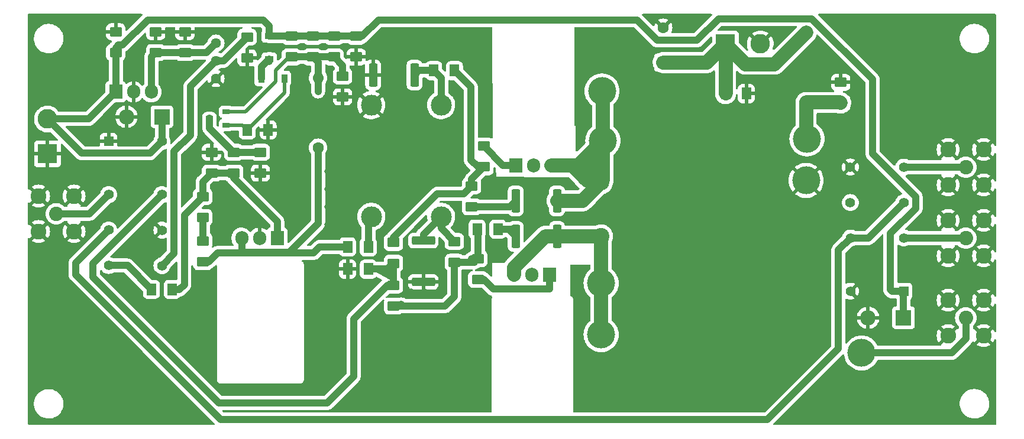
<source format=gbr>
G04 #@! TF.GenerationSoftware,KiCad,Pcbnew,(6.0.0)*
G04 #@! TF.CreationDate,2022-05-31T00:37:06+02:00*
G04 #@! TF.ProjectId,rfamp3,7266616d-7033-42e6-9b69-6361645f7063,rev?*
G04 #@! TF.SameCoordinates,Original*
G04 #@! TF.FileFunction,Copper,L1,Top*
G04 #@! TF.FilePolarity,Positive*
%FSLAX46Y46*%
G04 Gerber Fmt 4.6, Leading zero omitted, Abs format (unit mm)*
G04 Created by KiCad (PCBNEW (6.0.0)) date 2022-05-31 00:37:06*
%MOMM*%
%LPD*%
G01*
G04 APERTURE LIST*
G04 Aperture macros list*
%AMRoundRect*
0 Rectangle with rounded corners*
0 $1 Rounding radius*
0 $2 $3 $4 $5 $6 $7 $8 $9 X,Y pos of 4 corners*
0 Add a 4 corners polygon primitive as box body*
4,1,4,$2,$3,$4,$5,$6,$7,$8,$9,$2,$3,0*
0 Add four circle primitives for the rounded corners*
1,1,$1+$1,$2,$3*
1,1,$1+$1,$4,$5*
1,1,$1+$1,$6,$7*
1,1,$1+$1,$8,$9*
0 Add four rect primitives between the rounded corners*
20,1,$1+$1,$2,$3,$4,$5,0*
20,1,$1+$1,$4,$5,$6,$7,0*
20,1,$1+$1,$6,$7,$8,$9,0*
20,1,$1+$1,$8,$9,$2,$3,0*%
G04 Aperture macros list end*
G04 #@! TA.AperFunction,SMDPad,CuDef*
%ADD10RoundRect,0.250001X0.462499X0.624999X-0.462499X0.624999X-0.462499X-0.624999X0.462499X-0.624999X0*%
G04 #@! TD*
G04 #@! TA.AperFunction,SMDPad,CuDef*
%ADD11RoundRect,0.250001X0.624999X-0.462499X0.624999X0.462499X-0.624999X0.462499X-0.624999X-0.462499X0*%
G04 #@! TD*
G04 #@! TA.AperFunction,SMDPad,CuDef*
%ADD12RoundRect,0.250001X-0.624999X0.462499X-0.624999X-0.462499X0.624999X-0.462499X0.624999X0.462499X0*%
G04 #@! TD*
G04 #@! TA.AperFunction,ComponentPad*
%ADD13C,2.050000*%
G04 #@! TD*
G04 #@! TA.AperFunction,ComponentPad*
%ADD14C,2.250000*%
G04 #@! TD*
G04 #@! TA.AperFunction,ComponentPad*
%ADD15R,2.800000X2.800000*%
G04 #@! TD*
G04 #@! TA.AperFunction,ComponentPad*
%ADD16C,2.800000*%
G04 #@! TD*
G04 #@! TA.AperFunction,ComponentPad*
%ADD17R,1.400000X1.400000*%
G04 #@! TD*
G04 #@! TA.AperFunction,ComponentPad*
%ADD18C,1.400000*%
G04 #@! TD*
G04 #@! TA.AperFunction,ComponentPad*
%ADD19R,1.905000X2.000000*%
G04 #@! TD*
G04 #@! TA.AperFunction,ComponentPad*
%ADD20O,1.905000X2.000000*%
G04 #@! TD*
G04 #@! TA.AperFunction,ComponentPad*
%ADD21C,1.440000*%
G04 #@! TD*
G04 #@! TA.AperFunction,SMDPad,CuDef*
%ADD22RoundRect,0.250000X-0.362500X-1.425000X0.362500X-1.425000X0.362500X1.425000X-0.362500X1.425000X0*%
G04 #@! TD*
G04 #@! TA.AperFunction,ComponentPad*
%ADD23C,1.600000*%
G04 #@! TD*
G04 #@! TA.AperFunction,ComponentPad*
%ADD24O,1.600000X1.600000*%
G04 #@! TD*
G04 #@! TA.AperFunction,ComponentPad*
%ADD25R,1.600000X1.600000*%
G04 #@! TD*
G04 #@! TA.AperFunction,SMDPad,CuDef*
%ADD26R,1.200000X0.900000*%
G04 #@! TD*
G04 #@! TA.AperFunction,SMDPad,CuDef*
%ADD27R,0.900000X1.200000*%
G04 #@! TD*
G04 #@! TA.AperFunction,ComponentPad*
%ADD28C,3.000000*%
G04 #@! TD*
G04 #@! TA.AperFunction,ComponentPad*
%ADD29C,4.000500*%
G04 #@! TD*
G04 #@! TA.AperFunction,SMDPad,CuDef*
%ADD30RoundRect,0.250000X1.425000X-0.362500X1.425000X0.362500X-1.425000X0.362500X-1.425000X-0.362500X0*%
G04 #@! TD*
G04 #@! TA.AperFunction,SMDPad,CuDef*
%ADD31R,1.000000X0.700000*%
G04 #@! TD*
G04 #@! TA.AperFunction,SMDPad,CuDef*
%ADD32RoundRect,0.250000X0.362500X1.425000X-0.362500X1.425000X-0.362500X-1.425000X0.362500X-1.425000X0*%
G04 #@! TD*
G04 #@! TA.AperFunction,ComponentPad*
%ADD33C,2.400000*%
G04 #@! TD*
G04 #@! TA.AperFunction,ComponentPad*
%ADD34R,2.200000X2.200000*%
G04 #@! TD*
G04 #@! TA.AperFunction,ComponentPad*
%ADD35O,2.200000X2.200000*%
G04 #@! TD*
G04 #@! TA.AperFunction,ViaPad*
%ADD36C,0.800000*%
G04 #@! TD*
G04 #@! TA.AperFunction,Conductor*
%ADD37C,1.000000*%
G04 #@! TD*
G04 #@! TA.AperFunction,Conductor*
%ADD38C,0.500000*%
G04 #@! TD*
G04 #@! TA.AperFunction,Conductor*
%ADD39C,2.000000*%
G04 #@! TD*
G04 APERTURE END LIST*
D10*
X123026500Y-52832000D03*
X120051500Y-52832000D03*
D11*
X93345000Y-51017500D03*
X93345000Y-48042500D03*
X74549000Y-50255500D03*
X74549000Y-47280500D03*
X84455000Y-50255500D03*
X84455000Y-47280500D03*
D12*
X80264000Y-47280500D03*
X80264000Y-50255500D03*
D10*
X164809500Y-56134000D03*
X161834500Y-56134000D03*
D13*
X66050000Y-73350000D03*
D14*
X68590000Y-75890000D03*
X68590000Y-70810000D03*
X63510000Y-70810000D03*
X63510000Y-75890000D03*
D15*
X64770000Y-64770000D03*
D16*
X64770000Y-59770000D03*
D13*
X196215000Y-76835000D03*
D14*
X193675000Y-79375000D03*
X193675000Y-74295000D03*
X198755000Y-74295000D03*
X198755000Y-79375000D03*
D15*
X161798000Y-49022000D03*
D16*
X166798000Y-49022000D03*
D17*
X73533000Y-62992000D03*
D18*
X73533000Y-70612000D03*
X73533000Y-75682000D03*
X73533000Y-80772000D03*
X81163000Y-80782000D03*
X81163000Y-75702000D03*
X81153000Y-70612000D03*
X81153000Y-62992000D03*
D17*
X187325000Y-84455000D03*
D18*
X187325000Y-76835000D03*
X187325000Y-71765000D03*
X187325000Y-66675000D03*
X179695000Y-66665000D03*
X179695000Y-71745000D03*
X179705000Y-76835000D03*
X179705000Y-84455000D03*
D12*
X127254000Y-63663500D03*
X127254000Y-66638500D03*
D11*
X126365000Y-82767500D03*
X126365000Y-79792500D03*
D19*
X74549000Y-55880000D03*
D20*
X77089000Y-55880000D03*
X79629000Y-55880000D03*
D11*
X125476000Y-72353500D03*
X125476000Y-69378500D03*
D10*
X129249500Y-75565000D03*
X126274500Y-75565000D03*
D19*
X131820920Y-66400680D03*
D20*
X134360920Y-66400680D03*
X136900920Y-66400680D03*
D19*
X136657080Y-82108040D03*
D20*
X134117080Y-82108040D03*
X131577080Y-82108040D03*
D21*
X88900000Y-48895000D03*
X88900000Y-51435000D03*
X88900000Y-53975000D03*
D22*
X111388300Y-53467000D03*
X117313300Y-53467000D03*
D23*
X173355000Y-57404000D03*
D24*
X173355000Y-47404000D03*
D13*
X196215000Y-88265000D03*
D14*
X193675000Y-90805000D03*
X198755000Y-90805000D03*
X193675000Y-85725000D03*
X198755000Y-85725000D03*
D13*
X196215000Y-66675000D03*
D14*
X193675000Y-64135000D03*
X198755000Y-69215000D03*
X198755000Y-64135000D03*
X193675000Y-69215000D03*
D25*
X152908000Y-51689000D03*
D23*
X152908000Y-46689000D03*
D12*
X178308000Y-54519500D03*
X178308000Y-57494500D03*
D11*
X108966000Y-50890500D03*
X108966000Y-47915500D03*
X107010200Y-56605500D03*
X107010200Y-53630500D03*
D12*
X95250000Y-64552500D03*
X95250000Y-67527500D03*
D10*
X110707500Y-78105000D03*
X107732500Y-78105000D03*
D11*
X86995000Y-80227500D03*
X86995000Y-77252500D03*
D10*
X82637500Y-84200000D03*
X79662500Y-84200000D03*
D26*
X96520000Y-51180000D03*
X96520000Y-47880000D03*
D27*
X98678000Y-53975000D03*
X95378000Y-53975000D03*
D23*
X103505000Y-63881000D03*
D24*
X103505000Y-53881000D03*
D19*
X97663000Y-76835000D03*
D20*
X95123000Y-76835000D03*
X92583000Y-76835000D03*
D11*
X99695000Y-50890500D03*
X99695000Y-47915500D03*
X102743000Y-50890500D03*
X102743000Y-47915500D03*
X105791000Y-50890500D03*
X105791000Y-47915500D03*
D10*
X96356500Y-61341000D03*
X93381500Y-61341000D03*
D11*
X91440000Y-67527500D03*
X91440000Y-64552500D03*
X86995000Y-73877500D03*
X86995000Y-70902500D03*
X88265000Y-67527500D03*
X88265000Y-64552500D03*
D28*
X111125000Y-57785000D03*
X111125000Y-73785000D03*
X121125000Y-57785000D03*
X121125000Y-73785000D03*
D29*
X181300000Y-93300000D03*
X144018000Y-83312000D03*
X144272000Y-62865000D03*
X144145000Y-55753000D03*
X144018000Y-90678000D03*
X173355000Y-68580000D03*
X173482000Y-62611000D03*
D11*
X123012200Y-80303700D03*
X123012200Y-77328700D03*
D12*
X114300000Y-77470000D03*
X114300000Y-80445000D03*
D30*
X118567200Y-83124900D03*
X118567200Y-77199900D03*
D12*
X114300000Y-83602500D03*
X114300000Y-86577500D03*
D10*
X110707500Y-81280000D03*
X107732500Y-81280000D03*
D31*
X90354000Y-60640000D03*
X90354000Y-58740000D03*
X87954000Y-59690000D03*
D32*
X137709500Y-71501000D03*
X131784500Y-71501000D03*
X137709500Y-76581000D03*
X131784500Y-76581000D03*
D33*
X144018000Y-68834000D03*
X144018000Y-76584000D03*
D34*
X81157818Y-59450000D03*
D35*
X76077818Y-59450000D03*
D34*
X187307818Y-88250000D03*
D35*
X182227818Y-88250000D03*
D36*
X171450000Y-95250000D03*
X165100000Y-76200000D03*
X104140000Y-86360000D03*
X127000000Y-48260000D03*
X198120000Y-55880000D03*
X149225000Y-68580000D03*
X68580000Y-88900000D03*
X111760000Y-48260000D03*
X119380000Y-93980000D03*
X83820000Y-91440000D03*
X111760000Y-50165000D03*
X98425000Y-62230000D03*
X66040000Y-55880000D03*
X73660000Y-93980000D03*
X96520000Y-99060000D03*
X106680000Y-88900000D03*
X111760000Y-99060000D03*
X119380000Y-91440000D03*
X198120000Y-58420000D03*
X149225000Y-73660000D03*
X86360000Y-93980000D03*
X140970000Y-86995000D03*
X63500000Y-55880000D03*
X114300000Y-99060000D03*
X158750000Y-69850000D03*
X185420000Y-45720000D03*
X168275000Y-55880000D03*
X124460000Y-50165000D03*
X101600000Y-99060000D03*
X149225000Y-55880000D03*
X86360000Y-88900000D03*
X106045000Y-96520000D03*
X121920000Y-91440000D03*
X116840000Y-99060000D03*
X114300000Y-96520000D03*
X193040000Y-55880000D03*
X104140000Y-99060000D03*
X141605000Y-48260000D03*
X153035000Y-60325000D03*
X187325000Y-99060000D03*
X100965000Y-69850000D03*
X68580000Y-83820000D03*
X66040000Y-86360000D03*
X149225000Y-99060000D03*
X149225000Y-88900000D03*
X149225000Y-86360000D03*
X149225000Y-66040000D03*
X171450000Y-88900000D03*
X152400000Y-76200000D03*
X98425000Y-59690000D03*
X121920000Y-88900000D03*
X190500000Y-53340000D03*
X185420000Y-48260000D03*
X104140000Y-81280000D03*
X116840000Y-91465400D03*
X149225000Y-81280000D03*
X95885000Y-69850000D03*
X63500000Y-53340000D03*
X119380000Y-88900000D03*
X185420000Y-58420000D03*
X177165000Y-99060000D03*
X149225000Y-93980000D03*
X167005000Y-99060000D03*
X171450000Y-76200000D03*
X66040000Y-53340000D03*
X100965000Y-72390000D03*
X114300000Y-91440000D03*
X171450000Y-82550000D03*
X119380000Y-48260000D03*
X114300000Y-93980000D03*
X100965000Y-67310000D03*
X149225000Y-91440000D03*
X182880000Y-50800000D03*
X182245000Y-99060000D03*
X124460000Y-96520000D03*
X195580000Y-55880000D03*
X71120000Y-91440000D03*
X124460000Y-91440000D03*
X149225000Y-60960000D03*
X119380000Y-96520000D03*
X104775000Y-74930000D03*
X106680000Y-69850000D03*
X165100000Y-95250000D03*
X121920000Y-48260000D03*
X111760000Y-88900000D03*
X104775000Y-72390000D03*
X106680000Y-67310000D03*
X104140000Y-96520000D03*
X144780000Y-50800000D03*
X187960000Y-55880000D03*
X149225000Y-63500000D03*
X92710000Y-53975000D03*
X83820000Y-58420000D03*
X116840000Y-93980000D03*
X149225000Y-83820000D03*
X177800000Y-45720000D03*
X111379000Y-53441600D03*
X83820000Y-53340000D03*
X195580000Y-58420000D03*
X143510000Y-99060000D03*
X158750000Y-88900000D03*
X121920000Y-50165000D03*
X111760000Y-93980000D03*
X104140000Y-88900000D03*
X119380000Y-99060000D03*
X165100000Y-69850000D03*
X161925000Y-99060000D03*
X149225000Y-58420000D03*
X158750000Y-56515000D03*
X106984800Y-56591200D03*
X151765000Y-99060000D03*
X197485000Y-95250000D03*
X193040000Y-53340000D03*
X184785000Y-99060000D03*
X187960000Y-53340000D03*
X153035000Y-56515000D03*
X111760000Y-91440000D03*
X106680000Y-91440000D03*
X144780000Y-48260000D03*
X100965000Y-74295000D03*
X158750000Y-95250000D03*
X179705000Y-99060000D03*
X98425000Y-69850000D03*
X195580000Y-53340000D03*
X190500000Y-58420000D03*
X152400000Y-88900000D03*
X159385000Y-99060000D03*
X121920000Y-93980000D03*
X106680000Y-74930000D03*
X116840000Y-88900000D03*
X68580000Y-55880000D03*
X93980000Y-99060000D03*
X104140000Y-93980000D03*
X119380000Y-50165000D03*
X104775000Y-69850000D03*
X156845000Y-99060000D03*
X116840000Y-48260000D03*
X149225000Y-76200000D03*
X116840000Y-84455000D03*
X124460000Y-48260000D03*
X124460000Y-99060000D03*
X76200000Y-96520000D03*
X104140000Y-91440000D03*
X154305000Y-99060000D03*
X124460000Y-93980000D03*
X99060000Y-99060000D03*
X127000000Y-50165000D03*
X181610000Y-45720000D03*
X66040000Y-88900000D03*
X98425000Y-72390000D03*
X111760000Y-96520000D03*
X106680000Y-72390000D03*
X165100000Y-63500000D03*
X158115000Y-76200000D03*
X149225000Y-78740000D03*
X169545000Y-99060000D03*
X83820000Y-86360000D03*
X165100000Y-88900000D03*
X149225000Y-73660000D03*
X106680000Y-86360000D03*
X68580000Y-86360000D03*
X106680000Y-93980000D03*
X140970000Y-99060000D03*
X153035000Y-63500000D03*
X68580000Y-53340000D03*
X152400000Y-81915000D03*
X158750000Y-63500000D03*
X81280000Y-101600000D03*
X124460000Y-88900000D03*
X66040000Y-83820000D03*
X149225000Y-71120000D03*
X116840000Y-96520000D03*
X109220000Y-83820000D03*
X98425000Y-64770000D03*
X106680000Y-64770000D03*
X91440000Y-99060000D03*
X164465000Y-99060000D03*
X149225000Y-96520000D03*
X158750000Y-82550000D03*
X191135000Y-95250000D03*
X106680000Y-83820000D03*
X121920000Y-99060000D03*
X165100000Y-60325000D03*
X114300000Y-88900000D03*
X83820000Y-55880000D03*
X174625000Y-99060000D03*
X140970000Y-95250000D03*
X78740000Y-99060000D03*
X114300000Y-48260000D03*
X185420000Y-50800000D03*
X152400000Y-69850000D03*
X104140000Y-83820000D03*
X187960000Y-58420000D03*
X158750000Y-60325000D03*
X185420000Y-55880000D03*
X118745000Y-84455000D03*
X180340000Y-48260000D03*
X141605000Y-50800000D03*
X165100000Y-82550000D03*
X198120000Y-53340000D03*
X121920000Y-96520000D03*
X146050000Y-99060000D03*
X185420000Y-53340000D03*
X83820000Y-60960000D03*
X152400000Y-95250000D03*
X193040000Y-58420000D03*
X120650000Y-84455000D03*
X104775000Y-67310000D03*
X184785000Y-95250000D03*
X98425000Y-67310000D03*
X190500000Y-55880000D03*
D37*
X86995000Y-77252500D02*
X86995000Y-73877500D01*
X86995000Y-68797500D02*
X88265000Y-67527500D01*
X91440000Y-68240000D02*
X97663000Y-74463000D01*
X97663000Y-74835000D02*
X97663000Y-76835000D01*
X91440000Y-67527500D02*
X91440000Y-68240000D01*
X97663000Y-74463000D02*
X97663000Y-74835000D01*
X86995000Y-70902500D02*
X86995000Y-68797500D01*
X83662520Y-84200000D02*
X82662520Y-84200000D01*
X86995000Y-70902500D02*
X84362031Y-73535469D01*
X84362031Y-73535469D02*
X84362031Y-83500489D01*
X88265000Y-67527500D02*
X91440000Y-67527500D01*
X84362031Y-83500489D02*
X83662520Y-84200000D01*
X120051500Y-52832000D02*
X117948300Y-52832000D01*
X121125000Y-57785000D02*
X121125000Y-53905500D01*
X117948300Y-52832000D02*
X117313300Y-53467000D01*
X121125000Y-53905500D02*
X120051500Y-52832000D01*
X114300000Y-82550000D02*
X114300000Y-83602500D01*
X114300000Y-83602500D02*
X113425000Y-83602500D01*
X89319852Y-100460001D02*
X71300000Y-82440149D01*
X113465000Y-81715000D02*
X114300000Y-82550000D01*
X110707500Y-81280000D02*
X111977500Y-81280000D01*
X110707500Y-81280000D02*
X113465000Y-81280000D01*
X108585000Y-96687002D02*
X104812001Y-100460001D01*
X71300000Y-80465000D02*
X81153000Y-70612000D01*
X108585000Y-88442500D02*
X108585000Y-96687002D01*
X111977500Y-81280000D02*
X114300000Y-82550000D01*
X114300000Y-80445000D02*
X114300000Y-83602500D01*
X104812001Y-100460001D02*
X89319852Y-100460001D01*
X113465000Y-81280000D02*
X113465000Y-81715000D01*
X113425000Y-83602500D02*
X108585000Y-88442500D01*
X113465000Y-81280000D02*
X114300000Y-80445000D01*
X71300000Y-82440149D02*
X71300000Y-80465000D01*
X187325000Y-76835000D02*
X196215000Y-76835000D01*
X79453489Y-64691511D02*
X69691511Y-64691511D01*
X157730997Y-48489001D02*
X160816007Y-45403991D01*
X74549000Y-49543000D02*
X74954440Y-49137560D01*
X81153000Y-59454818D02*
X81157818Y-59450000D01*
X182879944Y-64745946D02*
X182879944Y-54100504D01*
X182879944Y-54100504D02*
X174183431Y-45403991D01*
X189025001Y-72581001D02*
X189025001Y-70891003D01*
X187307818Y-88250000D02*
X187307818Y-84472182D01*
X96520000Y-47880000D02*
X99659500Y-47880000D01*
X99695000Y-47915500D02*
X102743000Y-47915500D01*
X70659000Y-59770000D02*
X74549000Y-55880000D01*
X79116794Y-45567990D02*
X95657990Y-45567990D01*
X95657990Y-45567990D02*
X96520000Y-46430000D01*
X102743000Y-47915500D02*
X105791000Y-47915500D01*
X185420000Y-84250000D02*
X185420000Y-76186002D01*
X112157470Y-45599030D02*
X149154028Y-45599030D01*
X64770000Y-59770000D02*
X70659000Y-59770000D01*
X96520000Y-46430000D02*
X96520000Y-47880000D01*
X109841000Y-47915500D02*
X112157470Y-45599030D01*
X74549000Y-50255500D02*
X74549000Y-55880000D01*
X160816007Y-45403991D02*
X174183431Y-45403991D01*
X74549000Y-50255500D02*
X74549000Y-49543000D01*
X187307818Y-84472182D02*
X187325000Y-84455000D01*
X152043999Y-48489001D02*
X157730997Y-48489001D01*
X74954440Y-49137560D02*
X75547224Y-49137560D01*
X149154028Y-45599030D02*
X152043999Y-48489001D01*
X99659500Y-47880000D02*
X99695000Y-47915500D01*
X185420000Y-76186002D02*
X189025001Y-72581001D01*
X108966000Y-47915500D02*
X109841000Y-47915500D01*
X189025001Y-70891003D02*
X182879944Y-64745946D01*
X69691511Y-64691511D02*
X64770000Y-59770000D01*
X81153000Y-62992000D02*
X81153000Y-59454818D01*
X75547224Y-49137560D02*
X79116794Y-45567990D01*
X105791000Y-47915500D02*
X108966000Y-47915500D01*
X81153000Y-62992000D02*
X79453489Y-64691511D01*
X185625000Y-84455000D02*
X185420000Y-84250000D01*
X187325000Y-84455000D02*
X185625000Y-84455000D01*
X70795000Y-73350000D02*
X73533000Y-70612000D01*
X66050000Y-73350000D02*
X70795000Y-73350000D01*
X131820920Y-66400680D02*
X129991180Y-66400680D01*
X129991180Y-66400680D02*
X127254000Y-63663500D01*
X128580550Y-84108050D02*
X136657070Y-84108050D01*
X136657070Y-84108050D02*
X136657080Y-84108040D01*
X126365000Y-82767500D02*
X127240000Y-82767500D01*
X127240000Y-82767500D02*
X128580550Y-84108050D01*
X136657080Y-84108040D02*
X136657080Y-82108040D01*
X121125000Y-75441500D02*
X123012200Y-77328700D01*
X121125000Y-73785000D02*
X121125000Y-75441500D01*
X118567200Y-76342800D02*
X121125000Y-73785000D01*
X118567200Y-77199900D02*
X118567200Y-76342800D01*
X130932000Y-72353500D02*
X131784500Y-71501000D01*
X125476000Y-72353500D02*
X130932000Y-72353500D01*
D38*
X97478489Y-54423533D02*
X97478489Y-52770533D01*
X97478489Y-52770533D02*
X99358522Y-50890500D01*
D37*
X103505000Y-53881000D02*
X103505000Y-51652500D01*
X107010200Y-53630500D02*
X107010200Y-52109700D01*
X103505000Y-55012370D02*
X103505000Y-53881000D01*
D38*
X99358522Y-50890500D02*
X99695000Y-50890500D01*
D37*
X102743000Y-50890500D02*
X99695000Y-50890500D01*
X105791000Y-50890500D02*
X102743000Y-50890500D01*
D38*
X90354000Y-58740000D02*
X93162022Y-58740000D01*
X93162022Y-58740000D02*
X97478489Y-54423533D01*
D37*
X103505000Y-55808002D02*
X103505000Y-55012370D01*
X107010200Y-52109700D02*
X105791000Y-50890500D01*
X103505000Y-51652500D02*
X102743000Y-50890500D01*
X87954000Y-61066500D02*
X87954000Y-59690000D01*
X91440000Y-64552500D02*
X87954000Y-61066500D01*
X91440000Y-64552500D02*
X95250000Y-64552500D01*
X103505000Y-63881000D02*
X103505000Y-74745502D01*
X102870000Y-78957500D02*
X103722500Y-78105000D01*
X92583000Y-78835000D02*
X92705500Y-78957500D01*
X103505000Y-74745502D02*
X99415498Y-78835003D01*
X92583000Y-76835000D02*
X92583000Y-78835000D01*
X87870000Y-80227500D02*
X86995000Y-80227500D01*
X89140000Y-78957500D02*
X87870000Y-80227500D01*
X99415498Y-78835003D02*
X92583000Y-78835000D01*
X103722500Y-78105000D02*
X107732500Y-78105000D01*
X92705500Y-78957500D02*
X102870000Y-78957500D01*
X92705500Y-78957500D02*
X89140000Y-78957500D01*
X73569500Y-80808500D02*
X73533000Y-80772000D01*
X73533000Y-80772000D02*
X76234500Y-80772000D01*
X76234500Y-80772000D02*
X79662500Y-84200000D01*
X125378990Y-55184490D02*
X123026500Y-52832000D01*
X125476000Y-69378500D02*
X125476000Y-68416500D01*
X120572500Y-70485000D02*
X124369500Y-70485000D01*
X125378990Y-57583490D02*
X125378990Y-65638490D01*
X125378990Y-65638490D02*
X125378990Y-55184490D01*
X125476000Y-68416500D02*
X127254000Y-66638500D01*
X126379000Y-66638500D02*
X127254000Y-66638500D01*
X114300000Y-76757500D02*
X120572500Y-70485000D01*
X114300000Y-77470000D02*
X114300000Y-76757500D01*
X125378990Y-65638490D02*
X126379000Y-66638500D01*
X124369500Y-70485000D02*
X125476000Y-69378500D01*
D39*
X144015000Y-76581000D02*
X144018000Y-76584000D01*
X136046194Y-76581000D02*
X137709500Y-76581000D01*
X144018000Y-83312000D02*
X144018000Y-90678000D01*
X131577080Y-81050114D02*
X136046194Y-76581000D01*
X144018000Y-76584000D02*
X144018000Y-83312000D01*
X137709500Y-76581000D02*
X144015000Y-76581000D01*
X131577080Y-82108040D02*
X131577080Y-81050114D01*
D37*
X187325000Y-66675000D02*
X196215000Y-66675000D01*
X196215000Y-91269513D02*
X196215000Y-88265000D01*
X181300000Y-93300000D02*
X194184513Y-93300000D01*
X194184513Y-93300000D02*
X196215000Y-91269513D01*
X177974749Y-92702253D02*
X177974749Y-78565251D01*
X73533000Y-75682000D02*
X68800000Y-80415000D01*
X89608259Y-102869050D02*
X167807952Y-102869050D01*
X177974749Y-78565251D02*
X179705000Y-76835000D01*
X68800000Y-80415000D02*
X68800000Y-82060791D01*
X167807952Y-102869050D02*
X177974749Y-92702253D01*
X182255000Y-76835000D02*
X187325000Y-71765000D01*
X68800000Y-82060791D02*
X89608259Y-102869050D01*
X179705000Y-76835000D02*
X182255000Y-76835000D01*
X110707500Y-74202500D02*
X111125000Y-73785000D01*
X110707500Y-78105000D02*
X110707500Y-74202500D01*
X161798000Y-55279780D02*
X161798000Y-51422000D01*
D39*
X161834500Y-49058500D02*
X161798000Y-49022000D01*
X172555001Y-48203999D02*
X173355000Y-47404000D01*
X161798000Y-49022000D02*
X164698001Y-51922001D01*
X168836999Y-51922001D02*
X172555001Y-48203999D01*
X161834500Y-56134000D02*
X161834500Y-49058500D01*
X152908000Y-51689000D02*
X159131000Y-51689000D01*
X164698001Y-51922001D02*
X168836999Y-51922001D01*
D37*
X161798000Y-51422000D02*
X161798000Y-49022000D01*
D39*
X159131000Y-51689000D02*
X161798000Y-49022000D01*
D37*
X115175000Y-86577500D02*
X115392500Y-86360000D01*
X126365000Y-75655500D02*
X126274500Y-75565000D01*
X123012200Y-80303700D02*
X125853800Y-80303700D01*
X121660547Y-86577500D02*
X123012200Y-85225847D01*
X125490000Y-79792500D02*
X126365000Y-79792500D01*
X125930000Y-80227500D02*
X126365000Y-79792500D01*
X126365000Y-79792500D02*
X126365000Y-75655500D01*
X123012200Y-85225847D02*
X123012200Y-80303700D01*
X114300000Y-86577500D02*
X121660547Y-86577500D01*
X114300000Y-86577500D02*
X115175000Y-86577500D01*
X88900000Y-51435000D02*
X89952500Y-51435000D01*
X82862511Y-79082489D02*
X82862511Y-64437489D01*
X85220001Y-55114999D02*
X88900000Y-51435000D01*
X82862511Y-64437489D02*
X85220001Y-62079999D01*
X89952500Y-51435000D02*
X93345000Y-48042500D01*
X85220001Y-62079999D02*
X85220001Y-55114999D01*
X81163000Y-80782000D02*
X82862511Y-79082489D01*
X95378000Y-53975000D02*
X95378000Y-52322000D01*
X96520000Y-51180000D02*
X96520000Y-51562000D01*
X95378000Y-52322000D02*
X96520000Y-51180000D01*
D38*
X98678000Y-56044500D02*
X93381500Y-61341000D01*
X98678000Y-53975000D02*
X98678000Y-56044500D01*
X92680500Y-60640000D02*
X93381500Y-61341000D01*
X90354000Y-60640000D02*
X92680500Y-60640000D01*
D39*
X143210000Y-68600000D02*
X144272000Y-67908500D01*
X137709500Y-71501000D02*
X141351000Y-71501000D01*
X144272000Y-62865000D02*
X144272000Y-68580000D01*
X139853420Y-66400680D02*
X142052740Y-68600000D01*
X140736320Y-66400680D02*
X144272000Y-62865000D01*
X144272000Y-62865000D02*
X144272000Y-65693780D01*
X136900920Y-66400680D02*
X139853420Y-66400680D01*
X136900920Y-66400680D02*
X140736320Y-66400680D01*
X144272000Y-68580000D02*
X144018000Y-68834000D01*
X141351000Y-71501000D02*
X144018000Y-68834000D01*
X144272000Y-67908500D02*
X144272000Y-62865000D01*
X144272000Y-62865000D02*
X144272000Y-55880000D01*
X144272000Y-65693780D02*
X141635780Y-68330000D01*
X142052740Y-68600000D02*
X143210000Y-68600000D01*
X144272000Y-55880000D02*
X144145000Y-55753000D01*
X173355000Y-57404000D02*
X178217500Y-57404000D01*
X173355000Y-57404000D02*
X173355000Y-62484000D01*
X173355000Y-62484000D02*
X173482000Y-62611000D01*
X178217500Y-57404000D02*
X178308000Y-57494500D01*
D37*
X131657500Y-75565000D02*
X131784500Y-75692000D01*
X129249500Y-75565000D02*
X130768500Y-75565000D01*
X129249500Y-75565000D02*
X131657500Y-75565000D01*
X130768500Y-75565000D02*
X131784500Y-76581000D01*
X80264000Y-50255500D02*
X84455000Y-50255500D01*
X87539500Y-50255500D02*
X88900000Y-48895000D01*
X84455000Y-50255500D02*
X87539500Y-50255500D01*
X79629000Y-55880000D02*
X79629000Y-50890500D01*
X79629000Y-50890500D02*
X80264000Y-50255500D01*
G04 #@! TA.AperFunction,Conductor*
G36*
X200407009Y-44703954D02*
G01*
X200475128Y-44723961D01*
X200521617Y-44777620D01*
X200533000Y-44829954D01*
X200533000Y-63526791D01*
X200512998Y-63594912D01*
X200459342Y-63641405D01*
X200389068Y-63651509D01*
X200324488Y-63622015D01*
X200290591Y-63575009D01*
X200216408Y-63395915D01*
X200211927Y-63387121D01*
X200085660Y-63181072D01*
X200077599Y-63175810D01*
X200067393Y-63181817D01*
X199127022Y-64122188D01*
X199119408Y-64136132D01*
X199119539Y-64137965D01*
X199123790Y-64144580D01*
X200065934Y-65086724D01*
X200079471Y-65094116D01*
X200084740Y-65090430D01*
X200211927Y-64882879D01*
X200216408Y-64874085D01*
X200290591Y-64694991D01*
X200335139Y-64639710D01*
X200402503Y-64617289D01*
X200471294Y-64634847D01*
X200519672Y-64686809D01*
X200533000Y-64743209D01*
X200533000Y-68606791D01*
X200512998Y-68674912D01*
X200459342Y-68721405D01*
X200389068Y-68731509D01*
X200324488Y-68702015D01*
X200290591Y-68655009D01*
X200216408Y-68475915D01*
X200211927Y-68467121D01*
X200085660Y-68261072D01*
X200077599Y-68255810D01*
X200067393Y-68261817D01*
X199127022Y-69202188D01*
X199119408Y-69216132D01*
X199119539Y-69217965D01*
X199123790Y-69224580D01*
X200065934Y-70166724D01*
X200079471Y-70174116D01*
X200084740Y-70170430D01*
X200211927Y-69962879D01*
X200216408Y-69954085D01*
X200290591Y-69774991D01*
X200335139Y-69719710D01*
X200402503Y-69697289D01*
X200471294Y-69714847D01*
X200519672Y-69766809D01*
X200533000Y-69823209D01*
X200533000Y-73686791D01*
X200512998Y-73754912D01*
X200459342Y-73801405D01*
X200389068Y-73811509D01*
X200324488Y-73782015D01*
X200290591Y-73735009D01*
X200216408Y-73555915D01*
X200211927Y-73547121D01*
X200085660Y-73341072D01*
X200077599Y-73335810D01*
X200067393Y-73341817D01*
X199127022Y-74282188D01*
X199119408Y-74296132D01*
X199119539Y-74297965D01*
X199123790Y-74304580D01*
X200065934Y-75246724D01*
X200079471Y-75254116D01*
X200084740Y-75250430D01*
X200211927Y-75042879D01*
X200216408Y-75034085D01*
X200290591Y-74854991D01*
X200335139Y-74799710D01*
X200402503Y-74777289D01*
X200471294Y-74794847D01*
X200519672Y-74846809D01*
X200533000Y-74903209D01*
X200533000Y-78766791D01*
X200512998Y-78834912D01*
X200459342Y-78881405D01*
X200389068Y-78891509D01*
X200324488Y-78862015D01*
X200290591Y-78815009D01*
X200216408Y-78635915D01*
X200211927Y-78627121D01*
X200085660Y-78421072D01*
X200077599Y-78415810D01*
X200067393Y-78421817D01*
X199127022Y-79362188D01*
X199119408Y-79376132D01*
X199119539Y-79377965D01*
X199123790Y-79384580D01*
X200065934Y-80326724D01*
X200079471Y-80334116D01*
X200084740Y-80330430D01*
X200211927Y-80122879D01*
X200216408Y-80114085D01*
X200290591Y-79934991D01*
X200335139Y-79879710D01*
X200402503Y-79857289D01*
X200471294Y-79874847D01*
X200519672Y-79926809D01*
X200533000Y-79983209D01*
X200533000Y-85116791D01*
X200512998Y-85184912D01*
X200459342Y-85231405D01*
X200389068Y-85241509D01*
X200324488Y-85212015D01*
X200290591Y-85165009D01*
X200216408Y-84985915D01*
X200211927Y-84977121D01*
X200085660Y-84771072D01*
X200077599Y-84765810D01*
X200067393Y-84771817D01*
X199127022Y-85712188D01*
X199119408Y-85726132D01*
X199119539Y-85727965D01*
X199123790Y-85734580D01*
X200065934Y-86676724D01*
X200079471Y-86684116D01*
X200084740Y-86680430D01*
X200211927Y-86472879D01*
X200216408Y-86464085D01*
X200290591Y-86284991D01*
X200335139Y-86229710D01*
X200402503Y-86207289D01*
X200471294Y-86224847D01*
X200519672Y-86276809D01*
X200533000Y-86333209D01*
X200533000Y-90196791D01*
X200512998Y-90264912D01*
X200459342Y-90311405D01*
X200389068Y-90321509D01*
X200324488Y-90292015D01*
X200290591Y-90245009D01*
X200216408Y-90065915D01*
X200211927Y-90057121D01*
X200085660Y-89851072D01*
X200077599Y-89845810D01*
X200067393Y-89851817D01*
X199127022Y-90792188D01*
X199119408Y-90806132D01*
X199119539Y-90807965D01*
X199123790Y-90814580D01*
X200065934Y-91756724D01*
X200079471Y-91764116D01*
X200084740Y-91760430D01*
X200211927Y-91552879D01*
X200216408Y-91544085D01*
X200290591Y-91364991D01*
X200335139Y-91309710D01*
X200402503Y-91287289D01*
X200471294Y-91304847D01*
X200519672Y-91356809D01*
X200533000Y-91413209D01*
X200533000Y-103505955D01*
X200512998Y-103574076D01*
X200459342Y-103620569D01*
X200406991Y-103631955D01*
X168777730Y-103629688D01*
X168709611Y-103609681D01*
X168663122Y-103556022D01*
X168653023Y-103485747D01*
X168682520Y-103421169D01*
X168688644Y-103414593D01*
X171395534Y-100707703D01*
X195340743Y-100707703D01*
X195341302Y-100711947D01*
X195341302Y-100711951D01*
X195357810Y-100837340D01*
X195378268Y-100992734D01*
X195379401Y-100996874D01*
X195379401Y-100996876D01*
X195383035Y-101010159D01*
X195454129Y-101270036D01*
X195455813Y-101273984D01*
X195540840Y-101473325D01*
X195566923Y-101534476D01*
X195576495Y-101550469D01*
X195707203Y-101768866D01*
X195714561Y-101781161D01*
X195894313Y-102005528D01*
X196102851Y-102203423D01*
X196336317Y-102371186D01*
X196340112Y-102373195D01*
X196340113Y-102373196D01*
X196359912Y-102383679D01*
X196590392Y-102505712D01*
X196860373Y-102604511D01*
X197141264Y-102665755D01*
X197169841Y-102668004D01*
X197364282Y-102683307D01*
X197364291Y-102683307D01*
X197366739Y-102683500D01*
X197522271Y-102683500D01*
X197524407Y-102683354D01*
X197524418Y-102683354D01*
X197732548Y-102669165D01*
X197732554Y-102669164D01*
X197736825Y-102668873D01*
X197741020Y-102668004D01*
X197741022Y-102668004D01*
X197945909Y-102625574D01*
X198018342Y-102610574D01*
X198289343Y-102514607D01*
X198544812Y-102382750D01*
X198548313Y-102380289D01*
X198548317Y-102380287D01*
X198662417Y-102300096D01*
X198780023Y-102217441D01*
X198990622Y-102021740D01*
X199172713Y-101799268D01*
X199322927Y-101554142D01*
X199366709Y-101454405D01*
X199436757Y-101294830D01*
X199438483Y-101290898D01*
X199517244Y-101014406D01*
X199557751Y-100729784D01*
X199557789Y-100722703D01*
X199559235Y-100446583D01*
X199559235Y-100446576D01*
X199559257Y-100442297D01*
X199521732Y-100157266D01*
X199518778Y-100146466D01*
X199499585Y-100076311D01*
X199445871Y-99879964D01*
X199339475Y-99630524D01*
X199334763Y-99619476D01*
X199334761Y-99619472D01*
X199333077Y-99615524D01*
X199196620Y-99387521D01*
X199187643Y-99372521D01*
X199187640Y-99372517D01*
X199185439Y-99368839D01*
X199005687Y-99144472D01*
X198882289Y-99027372D01*
X198800258Y-98949527D01*
X198800255Y-98949525D01*
X198797149Y-98946577D01*
X198607064Y-98809987D01*
X198567172Y-98781321D01*
X198567171Y-98781320D01*
X198563683Y-98778814D01*
X198543335Y-98768040D01*
X198518654Y-98754972D01*
X198309608Y-98644288D01*
X198084647Y-98561964D01*
X198043658Y-98546964D01*
X198043656Y-98546963D01*
X198039627Y-98545489D01*
X197758736Y-98484245D01*
X197723857Y-98481500D01*
X197535718Y-98466693D01*
X197535709Y-98466693D01*
X197533261Y-98466500D01*
X197377729Y-98466500D01*
X197375593Y-98466646D01*
X197375582Y-98466646D01*
X197167452Y-98480835D01*
X197167446Y-98480836D01*
X197163175Y-98481127D01*
X197158980Y-98481996D01*
X197158978Y-98481996D01*
X197092152Y-98495835D01*
X196881658Y-98539426D01*
X196610657Y-98635393D01*
X196355188Y-98767250D01*
X196351687Y-98769711D01*
X196351683Y-98769713D01*
X196320251Y-98791804D01*
X196119977Y-98932559D01*
X196041597Y-99005394D01*
X195979105Y-99063466D01*
X195909378Y-99128260D01*
X195727287Y-99350732D01*
X195577073Y-99595858D01*
X195575347Y-99599791D01*
X195575346Y-99599792D01*
X195568440Y-99615524D01*
X195461517Y-99859102D01*
X195382756Y-100135594D01*
X195342249Y-100420216D01*
X195342227Y-100424505D01*
X195342226Y-100424512D01*
X195340765Y-100703417D01*
X195340743Y-100707703D01*
X171395534Y-100707703D01*
X178589969Y-93513267D01*
X178652281Y-93479241D01*
X178723096Y-93484306D01*
X178779932Y-93526853D01*
X178804815Y-93594451D01*
X178806111Y-93615051D01*
X178865263Y-93925134D01*
X178962812Y-94225358D01*
X178964499Y-94228944D01*
X178964501Y-94228948D01*
X179003953Y-94312787D01*
X179097219Y-94510989D01*
X179266366Y-94777522D01*
X179467584Y-95020753D01*
X179697701Y-95236847D01*
X179953087Y-95422396D01*
X179956556Y-95424303D01*
X179956559Y-95424305D01*
X180226243Y-95572565D01*
X180229714Y-95574473D01*
X180523221Y-95690680D01*
X180527051Y-95691663D01*
X180527059Y-95691666D01*
X180711349Y-95738983D01*
X180828978Y-95769185D01*
X180832906Y-95769681D01*
X180832910Y-95769682D01*
X180956292Y-95785269D01*
X181142163Y-95808750D01*
X181457837Y-95808750D01*
X181643708Y-95785269D01*
X181767090Y-95769682D01*
X181767094Y-95769681D01*
X181771022Y-95769185D01*
X181888651Y-95738983D01*
X182072941Y-95691666D01*
X182072949Y-95691663D01*
X182076779Y-95690680D01*
X182370286Y-95574473D01*
X182373757Y-95572565D01*
X182643441Y-95424305D01*
X182643444Y-95424303D01*
X182646913Y-95422396D01*
X182902299Y-95236847D01*
X183132416Y-95020753D01*
X183333634Y-94777522D01*
X183502781Y-94510989D01*
X183504465Y-94507410D01*
X183504469Y-94507403D01*
X183564019Y-94380852D01*
X183611122Y-94327731D01*
X183678027Y-94308500D01*
X194122670Y-94308500D01*
X194136277Y-94309237D01*
X194167775Y-94312659D01*
X194167780Y-94312659D01*
X194173901Y-94313324D01*
X194200151Y-94311027D01*
X194223901Y-94308950D01*
X194228727Y-94308621D01*
X194231199Y-94308500D01*
X194234282Y-94308500D01*
X194246251Y-94307326D01*
X194277019Y-94304310D01*
X194278332Y-94304188D01*
X194322597Y-94300315D01*
X194370926Y-94296087D01*
X194376045Y-94294600D01*
X194381346Y-94294080D01*
X194470347Y-94267209D01*
X194471480Y-94266874D01*
X194554927Y-94242630D01*
X194554931Y-94242628D01*
X194560849Y-94240909D01*
X194565581Y-94238456D01*
X194570682Y-94236916D01*
X194599516Y-94221585D01*
X194652773Y-94193269D01*
X194653939Y-94192657D01*
X194730966Y-94152729D01*
X194736439Y-94149892D01*
X194740602Y-94146569D01*
X194745309Y-94144066D01*
X194817431Y-94085245D01*
X194818287Y-94084554D01*
X194857486Y-94053262D01*
X194859990Y-94050758D01*
X194860708Y-94050116D01*
X194865041Y-94046415D01*
X194898575Y-94019065D01*
X194927801Y-93983737D01*
X194935790Y-93974958D01*
X196781276Y-92129471D01*
X197795884Y-92129471D01*
X197799570Y-92134740D01*
X198007121Y-92261927D01*
X198015915Y-92266408D01*
X198244242Y-92360984D01*
X198253627Y-92364033D01*
X198493940Y-92421728D01*
X198503687Y-92423271D01*
X198750070Y-92442662D01*
X198759930Y-92442662D01*
X199006313Y-92423271D01*
X199016060Y-92421728D01*
X199256373Y-92364033D01*
X199265758Y-92360984D01*
X199494085Y-92266408D01*
X199502879Y-92261927D01*
X199708928Y-92135660D01*
X199714190Y-92127599D01*
X199708183Y-92117393D01*
X198767812Y-91177022D01*
X198753868Y-91169408D01*
X198752035Y-91169539D01*
X198745420Y-91173790D01*
X197803276Y-92115934D01*
X197795884Y-92129471D01*
X196781276Y-92129471D01*
X196884379Y-92026368D01*
X196894522Y-92017266D01*
X196919218Y-91997410D01*
X196924025Y-91993545D01*
X196956320Y-91955057D01*
X196959478Y-91951438D01*
X196961124Y-91949623D01*
X196963309Y-91947438D01*
X196965264Y-91945058D01*
X196965273Y-91945048D01*
X196990549Y-91914277D01*
X196991391Y-91913262D01*
X197047194Y-91846758D01*
X197051154Y-91842039D01*
X197053723Y-91837365D01*
X197057102Y-91833252D01*
X197100975Y-91751428D01*
X197101584Y-91750306D01*
X197146433Y-91668726D01*
X197148576Y-91669904D01*
X197186945Y-91623477D01*
X197254580Y-91601889D01*
X197323149Y-91620295D01*
X197364955Y-91662021D01*
X197424339Y-91758928D01*
X197432401Y-91764190D01*
X197442607Y-91758183D01*
X198382978Y-90817812D01*
X198390592Y-90803868D01*
X198390461Y-90802035D01*
X198386210Y-90795420D01*
X197444066Y-89853276D01*
X197430529Y-89845884D01*
X197421728Y-89852041D01*
X197354445Y-89874701D01*
X197285591Y-89857388D01*
X197237029Y-89805598D01*
X197223500Y-89748798D01*
X197223500Y-89482401D01*
X197795810Y-89482401D01*
X197801817Y-89492607D01*
X198742188Y-90432978D01*
X198756132Y-90440592D01*
X198757965Y-90440461D01*
X198764580Y-90436210D01*
X199706724Y-89494066D01*
X199714116Y-89480529D01*
X199710430Y-89475260D01*
X199502879Y-89348073D01*
X199494085Y-89343592D01*
X199265758Y-89249016D01*
X199256373Y-89245967D01*
X199016060Y-89188272D01*
X199006313Y-89186729D01*
X198759930Y-89167338D01*
X198750070Y-89167338D01*
X198503687Y-89186729D01*
X198493940Y-89188272D01*
X198253627Y-89245967D01*
X198244242Y-89249016D01*
X198015915Y-89343592D01*
X198007121Y-89348073D01*
X197801072Y-89474340D01*
X197795810Y-89482401D01*
X197223500Y-89482401D01*
X197223500Y-89478431D01*
X197243502Y-89410310D01*
X197267666Y-89382624D01*
X197302701Y-89352701D01*
X197459464Y-89169156D01*
X197585584Y-88963347D01*
X197628295Y-88860235D01*
X197676061Y-88744916D01*
X197676062Y-88744914D01*
X197677955Y-88740343D01*
X197709535Y-88608804D01*
X197733149Y-88510447D01*
X197733150Y-88510441D01*
X197734304Y-88505634D01*
X197753242Y-88265000D01*
X197734304Y-88024366D01*
X197733150Y-88019559D01*
X197733149Y-88019553D01*
X197679997Y-87798163D01*
X197677955Y-87789657D01*
X197666033Y-87760874D01*
X197587479Y-87571227D01*
X197587477Y-87571223D01*
X197585584Y-87566653D01*
X197459464Y-87360844D01*
X197302701Y-87177299D01*
X197153034Y-87049471D01*
X197795884Y-87049471D01*
X197799570Y-87054740D01*
X198007121Y-87181927D01*
X198015915Y-87186408D01*
X198244242Y-87280984D01*
X198253627Y-87284033D01*
X198493940Y-87341728D01*
X198503687Y-87343271D01*
X198750070Y-87362662D01*
X198759930Y-87362662D01*
X199006313Y-87343271D01*
X199016060Y-87341728D01*
X199256373Y-87284033D01*
X199265758Y-87280984D01*
X199494085Y-87186408D01*
X199502879Y-87181927D01*
X199708928Y-87055660D01*
X199714190Y-87047599D01*
X199708183Y-87037393D01*
X198767812Y-86097022D01*
X198753868Y-86089408D01*
X198752035Y-86089539D01*
X198745420Y-86093790D01*
X197803276Y-87035934D01*
X197795884Y-87049471D01*
X197153034Y-87049471D01*
X197119156Y-87020536D01*
X196913347Y-86894416D01*
X196908777Y-86892523D01*
X196908773Y-86892521D01*
X196694916Y-86803939D01*
X196694914Y-86803938D01*
X196690343Y-86802045D01*
X196604176Y-86781358D01*
X196460447Y-86746851D01*
X196460441Y-86746850D01*
X196455634Y-86745696D01*
X196215000Y-86726758D01*
X195974366Y-86745696D01*
X195969559Y-86746850D01*
X195969553Y-86746851D01*
X195825824Y-86781358D01*
X195739657Y-86802045D01*
X195735086Y-86803938D01*
X195735084Y-86803939D01*
X195521227Y-86892521D01*
X195521223Y-86892523D01*
X195516653Y-86894416D01*
X195310844Y-87020536D01*
X195127299Y-87177299D01*
X194970536Y-87360844D01*
X194844416Y-87566653D01*
X194842523Y-87571223D01*
X194842521Y-87571227D01*
X194763967Y-87760874D01*
X194752045Y-87789657D01*
X194750003Y-87798163D01*
X194696851Y-88019553D01*
X194696850Y-88019559D01*
X194695696Y-88024366D01*
X194676758Y-88265000D01*
X194695696Y-88505634D01*
X194696850Y-88510441D01*
X194696851Y-88510447D01*
X194720465Y-88608804D01*
X194752045Y-88740343D01*
X194753938Y-88744914D01*
X194753939Y-88744916D01*
X194801706Y-88860235D01*
X194844416Y-88963347D01*
X194970536Y-89169156D01*
X195127299Y-89352701D01*
X195162332Y-89382622D01*
X195201139Y-89442070D01*
X195206500Y-89478431D01*
X195206500Y-89749456D01*
X195186498Y-89817577D01*
X195132842Y-89864070D01*
X195062568Y-89874174D01*
X195011629Y-89854968D01*
X194997599Y-89845810D01*
X194987393Y-89851817D01*
X192723276Y-92115934D01*
X192715661Y-92129879D01*
X192717566Y-92156512D01*
X192702474Y-92225886D01*
X192652272Y-92276088D01*
X192591887Y-92291500D01*
X183678027Y-92291500D01*
X183609906Y-92271498D01*
X183564019Y-92219148D01*
X183504469Y-92092597D01*
X183504465Y-92092590D01*
X183502781Y-92089011D01*
X183333634Y-91822478D01*
X183132416Y-91579247D01*
X182902299Y-91363153D01*
X182837066Y-91315758D01*
X182650121Y-91179935D01*
X182646913Y-91177604D01*
X182639976Y-91173790D01*
X182373757Y-91027435D01*
X182373754Y-91027434D01*
X182370286Y-91025527D01*
X182076779Y-90909320D01*
X182072949Y-90908337D01*
X182072941Y-90908334D01*
X181880553Y-90858938D01*
X181771022Y-90830815D01*
X181767094Y-90830319D01*
X181767090Y-90830318D01*
X181605702Y-90809930D01*
X192037338Y-90809930D01*
X192056729Y-91056313D01*
X192058272Y-91066060D01*
X192115967Y-91306373D01*
X192119016Y-91315758D01*
X192213592Y-91544085D01*
X192218073Y-91552879D01*
X192344340Y-91758928D01*
X192352401Y-91764190D01*
X192362607Y-91758183D01*
X193302978Y-90817812D01*
X193310592Y-90803868D01*
X193310461Y-90802035D01*
X193306210Y-90795420D01*
X192364066Y-89853276D01*
X192350529Y-89845884D01*
X192345260Y-89849570D01*
X192218073Y-90057121D01*
X192213592Y-90065915D01*
X192119016Y-90294242D01*
X192115967Y-90303627D01*
X192058272Y-90543940D01*
X192056729Y-90553687D01*
X192037338Y-90800070D01*
X192037338Y-90809930D01*
X181605702Y-90809930D01*
X181457837Y-90791250D01*
X181142163Y-90791250D01*
X180994298Y-90809930D01*
X180832910Y-90830318D01*
X180832906Y-90830319D01*
X180828978Y-90830815D01*
X180719447Y-90858938D01*
X180527059Y-90908334D01*
X180527051Y-90908337D01*
X180523221Y-90909320D01*
X180229714Y-91025527D01*
X180226246Y-91027434D01*
X180226243Y-91027435D01*
X179960025Y-91173790D01*
X179953087Y-91177604D01*
X179949879Y-91179935D01*
X179762935Y-91315758D01*
X179697701Y-91363153D01*
X179467584Y-91579247D01*
X179266366Y-91822478D01*
X179235514Y-91871093D01*
X179215634Y-91902419D01*
X179162245Y-91949218D01*
X179092030Y-91959723D01*
X179027282Y-91930599D01*
X178988558Y-91871093D01*
X178983249Y-91834905D01*
X178983249Y-88517431D01*
X180638330Y-88517431D01*
X180692635Y-88743624D01*
X180695684Y-88753009D01*
X180788754Y-88977700D01*
X180793235Y-88986494D01*
X180920314Y-89193867D01*
X180926107Y-89201840D01*
X181084067Y-89386787D01*
X181091031Y-89393751D01*
X181275978Y-89551711D01*
X181283951Y-89557504D01*
X181491324Y-89684583D01*
X181500118Y-89689064D01*
X181724809Y-89782134D01*
X181734194Y-89785183D01*
X181956203Y-89838483D01*
X181970288Y-89837778D01*
X181973818Y-89828899D01*
X181973818Y-89824597D01*
X182481818Y-89824597D01*
X182485791Y-89838128D01*
X182495249Y-89839488D01*
X182721442Y-89785183D01*
X182730827Y-89782134D01*
X182955518Y-89689064D01*
X182964312Y-89684583D01*
X183171685Y-89557504D01*
X183179658Y-89551711D01*
X183364605Y-89393751D01*
X183371569Y-89386787D01*
X183529529Y-89201840D01*
X183535322Y-89193867D01*
X183662401Y-88986494D01*
X183666882Y-88977700D01*
X183759952Y-88753009D01*
X183763001Y-88743624D01*
X183816301Y-88521615D01*
X183815596Y-88507530D01*
X183806717Y-88504000D01*
X182499933Y-88504000D01*
X182484694Y-88508475D01*
X182483489Y-88509865D01*
X182481818Y-88517548D01*
X182481818Y-89824597D01*
X181973818Y-89824597D01*
X181973818Y-88522115D01*
X181969343Y-88506876D01*
X181967953Y-88505671D01*
X181960270Y-88504000D01*
X180653221Y-88504000D01*
X180639690Y-88507973D01*
X180638330Y-88517431D01*
X178983249Y-88517431D01*
X178983249Y-87978385D01*
X180639335Y-87978385D01*
X180640040Y-87992470D01*
X180648919Y-87996000D01*
X181955703Y-87996000D01*
X181970942Y-87991525D01*
X181972147Y-87990135D01*
X181973818Y-87982452D01*
X181973818Y-87977885D01*
X182481818Y-87977885D01*
X182486293Y-87993124D01*
X182487683Y-87994329D01*
X182495366Y-87996000D01*
X183802415Y-87996000D01*
X183815946Y-87992027D01*
X183817306Y-87982569D01*
X183763001Y-87756376D01*
X183759952Y-87746991D01*
X183666882Y-87522300D01*
X183662401Y-87513506D01*
X183535322Y-87306133D01*
X183529529Y-87298160D01*
X183371569Y-87113213D01*
X183364605Y-87106249D01*
X183179658Y-86948289D01*
X183171685Y-86942496D01*
X182964312Y-86815417D01*
X182955518Y-86810936D01*
X182730827Y-86717866D01*
X182721442Y-86714817D01*
X182499433Y-86661517D01*
X182485348Y-86662222D01*
X182481818Y-86671101D01*
X182481818Y-87977885D01*
X181973818Y-87977885D01*
X181973818Y-86675403D01*
X181969845Y-86661872D01*
X181960387Y-86660512D01*
X181734194Y-86714817D01*
X181724809Y-86717866D01*
X181500118Y-86810936D01*
X181491324Y-86815417D01*
X181283951Y-86942496D01*
X181275978Y-86948289D01*
X181091031Y-87106249D01*
X181084067Y-87113213D01*
X180926107Y-87298160D01*
X180920314Y-87306133D01*
X180793235Y-87513506D01*
X180788754Y-87522300D01*
X180695684Y-87746991D01*
X180692635Y-87756376D01*
X180639335Y-87978385D01*
X178983249Y-87978385D01*
X178983249Y-85649102D01*
X179003251Y-85580981D01*
X179056907Y-85534488D01*
X179127181Y-85524384D01*
X179162499Y-85534907D01*
X179285281Y-85592161D01*
X179295571Y-85595907D01*
X179489122Y-85647769D01*
X179499909Y-85649671D01*
X179699525Y-85667135D01*
X179710475Y-85667135D01*
X179910091Y-85649671D01*
X179920878Y-85647769D01*
X180114429Y-85595907D01*
X180124723Y-85592159D01*
X180306323Y-85507479D01*
X180315811Y-85502001D01*
X180346248Y-85480689D01*
X180354623Y-85470212D01*
X180347554Y-85456764D01*
X179434885Y-84544095D01*
X179400859Y-84481783D01*
X179402694Y-84456132D01*
X180069408Y-84456132D01*
X180069539Y-84457965D01*
X180073790Y-84464580D01*
X180707486Y-85098276D01*
X180719261Y-85104706D01*
X180731276Y-85095410D01*
X180752001Y-85065811D01*
X180757479Y-85056323D01*
X180842159Y-84874723D01*
X180845907Y-84864429D01*
X180897769Y-84670878D01*
X180899671Y-84660091D01*
X180917135Y-84460475D01*
X180917135Y-84449525D01*
X180899671Y-84249909D01*
X180897769Y-84239122D01*
X180845907Y-84045571D01*
X180842159Y-84035277D01*
X180757479Y-83853677D01*
X180752001Y-83844189D01*
X180730689Y-83813752D01*
X180720212Y-83805377D01*
X180706764Y-83812446D01*
X180077022Y-84442188D01*
X180069408Y-84456132D01*
X179402694Y-84456132D01*
X179405924Y-84410968D01*
X179434885Y-84365905D01*
X180348276Y-83452514D01*
X180354706Y-83440739D01*
X180345410Y-83428724D01*
X180315811Y-83407999D01*
X180306323Y-83402521D01*
X180124723Y-83317841D01*
X180114429Y-83314093D01*
X179920878Y-83262231D01*
X179910091Y-83260329D01*
X179710475Y-83242865D01*
X179699525Y-83242865D01*
X179499909Y-83260329D01*
X179489122Y-83262231D01*
X179295571Y-83314093D01*
X179285281Y-83317839D01*
X179162499Y-83375093D01*
X179092307Y-83385754D01*
X179027494Y-83356774D01*
X178988638Y-83297354D01*
X178983249Y-83260898D01*
X178983249Y-79035176D01*
X179003251Y-78967055D01*
X179020154Y-78946081D01*
X179920322Y-78045913D01*
X179976806Y-78013301D01*
X180114596Y-77976380D01*
X180114599Y-77976379D01*
X180119910Y-77974956D01*
X180240026Y-77918945D01*
X180306573Y-77887914D01*
X180306577Y-77887912D01*
X180311558Y-77885589D01*
X180316060Y-77882437D01*
X180316063Y-77882435D01*
X180339126Y-77866286D01*
X180411396Y-77843500D01*
X182193157Y-77843500D01*
X182206764Y-77844237D01*
X182238262Y-77847659D01*
X182238267Y-77847659D01*
X182244388Y-77848324D01*
X182271558Y-77845947D01*
X182294388Y-77843950D01*
X182299214Y-77843621D01*
X182301686Y-77843500D01*
X182304769Y-77843500D01*
X182316738Y-77842326D01*
X182347506Y-77839310D01*
X182348819Y-77839188D01*
X182393084Y-77835315D01*
X182441413Y-77831087D01*
X182446532Y-77829600D01*
X182451833Y-77829080D01*
X182540834Y-77802209D01*
X182541967Y-77801874D01*
X182625414Y-77777630D01*
X182625418Y-77777628D01*
X182631336Y-77775909D01*
X182636068Y-77773456D01*
X182641169Y-77771916D01*
X182659475Y-77762183D01*
X182723260Y-77728269D01*
X182724426Y-77727657D01*
X182801453Y-77687729D01*
X182806926Y-77684892D01*
X182811089Y-77681569D01*
X182815796Y-77679066D01*
X182887918Y-77620245D01*
X182888774Y-77619554D01*
X182927973Y-77588262D01*
X182930477Y-77585758D01*
X182931195Y-77585116D01*
X182935528Y-77581415D01*
X182969062Y-77554065D01*
X182986202Y-77533347D01*
X182994133Y-77523760D01*
X182998288Y-77518737D01*
X183006277Y-77509958D01*
X184196405Y-76319830D01*
X184258717Y-76285804D01*
X184329532Y-76290869D01*
X184386368Y-76333416D01*
X184411179Y-76399936D01*
X184411500Y-76408925D01*
X184411500Y-84188157D01*
X184410763Y-84201764D01*
X184407495Y-84231852D01*
X184406676Y-84239388D01*
X184407824Y-84252513D01*
X184411050Y-84289388D01*
X184411379Y-84294214D01*
X184411500Y-84296686D01*
X184411500Y-84299769D01*
X184411801Y-84302837D01*
X184415690Y-84342506D01*
X184415812Y-84343819D01*
X184419047Y-84380791D01*
X184423913Y-84436413D01*
X184425400Y-84441532D01*
X184425920Y-84446833D01*
X184452791Y-84535834D01*
X184453126Y-84536967D01*
X184479091Y-84626336D01*
X184481544Y-84631068D01*
X184483084Y-84636169D01*
X184485978Y-84641612D01*
X184526731Y-84718260D01*
X184527343Y-84719426D01*
X184554501Y-84771817D01*
X184570108Y-84801926D01*
X184573431Y-84806089D01*
X184575934Y-84810796D01*
X184634755Y-84882918D01*
X184635446Y-84883774D01*
X184666738Y-84922973D01*
X184669242Y-84925477D01*
X184669884Y-84926195D01*
X184673585Y-84930528D01*
X184700935Y-84964062D01*
X184705683Y-84967990D01*
X184705684Y-84967991D01*
X184736258Y-84993284D01*
X184745037Y-85001272D01*
X184868150Y-85124384D01*
X184877252Y-85134527D01*
X184900968Y-85164025D01*
X184934664Y-85192299D01*
X184939421Y-85196291D01*
X184943069Y-85199472D01*
X184944881Y-85201115D01*
X184947075Y-85203309D01*
X184980349Y-85230642D01*
X184981147Y-85231304D01*
X185052474Y-85291154D01*
X185057144Y-85293722D01*
X185061261Y-85297103D01*
X185132838Y-85335482D01*
X185143120Y-85340995D01*
X185144280Y-85341624D01*
X185220389Y-85383466D01*
X185220394Y-85383468D01*
X185225787Y-85386433D01*
X185230865Y-85388044D01*
X185235563Y-85390563D01*
X185324498Y-85417753D01*
X185325702Y-85418128D01*
X185414306Y-85446235D01*
X185419597Y-85446828D01*
X185424698Y-85448388D01*
X185517311Y-85457795D01*
X185518431Y-85457915D01*
X185568227Y-85463500D01*
X185571756Y-85463500D01*
X185572739Y-85463555D01*
X185578426Y-85464003D01*
X185598683Y-85466060D01*
X185615336Y-85467752D01*
X185615339Y-85467752D01*
X185621463Y-85468374D01*
X185667112Y-85464059D01*
X185678969Y-85463500D01*
X186157671Y-85463500D01*
X186225792Y-85483502D01*
X186249332Y-85505407D01*
X186250008Y-85504731D01*
X186256358Y-85511081D01*
X186261739Y-85518261D01*
X186263920Y-85519895D01*
X186296439Y-85579448D01*
X186299318Y-85606231D01*
X186299318Y-86515500D01*
X186279316Y-86583621D01*
X186225660Y-86630114D01*
X186173318Y-86641500D01*
X186159684Y-86641500D01*
X186097502Y-86648255D01*
X185961113Y-86699385D01*
X185844557Y-86786739D01*
X185757203Y-86903295D01*
X185706073Y-87039684D01*
X185699318Y-87101866D01*
X185699318Y-89398134D01*
X185706073Y-89460316D01*
X185757203Y-89596705D01*
X185844557Y-89713261D01*
X185961113Y-89800615D01*
X186097502Y-89851745D01*
X186159684Y-89858500D01*
X188455952Y-89858500D01*
X188518134Y-89851745D01*
X188654523Y-89800615D01*
X188771079Y-89713261D01*
X188858433Y-89596705D01*
X188901284Y-89482401D01*
X192715810Y-89482401D01*
X192721817Y-89492607D01*
X193662188Y-90432978D01*
X193676132Y-90440592D01*
X193677965Y-90440461D01*
X193684580Y-90436210D01*
X194626724Y-89494066D01*
X194634116Y-89480529D01*
X194630430Y-89475260D01*
X194422879Y-89348073D01*
X194414085Y-89343592D01*
X194185758Y-89249016D01*
X194176373Y-89245967D01*
X193936060Y-89188272D01*
X193926313Y-89186729D01*
X193679930Y-89167338D01*
X193670070Y-89167338D01*
X193423687Y-89186729D01*
X193413940Y-89188272D01*
X193173627Y-89245967D01*
X193164242Y-89249016D01*
X192935915Y-89343592D01*
X192927121Y-89348073D01*
X192721072Y-89474340D01*
X192715810Y-89482401D01*
X188901284Y-89482401D01*
X188909563Y-89460316D01*
X188916318Y-89398134D01*
X188916318Y-87101866D01*
X188910626Y-87049471D01*
X192715884Y-87049471D01*
X192719570Y-87054740D01*
X192927121Y-87181927D01*
X192935915Y-87186408D01*
X193164242Y-87280984D01*
X193173627Y-87284033D01*
X193413940Y-87341728D01*
X193423687Y-87343271D01*
X193670070Y-87362662D01*
X193679930Y-87362662D01*
X193926313Y-87343271D01*
X193936060Y-87341728D01*
X194176373Y-87284033D01*
X194185758Y-87280984D01*
X194414085Y-87186408D01*
X194422879Y-87181927D01*
X194628928Y-87055660D01*
X194634190Y-87047599D01*
X194628183Y-87037393D01*
X193687812Y-86097022D01*
X193673868Y-86089408D01*
X193672035Y-86089539D01*
X193665420Y-86093790D01*
X192723276Y-87035934D01*
X192715884Y-87049471D01*
X188910626Y-87049471D01*
X188909563Y-87039684D01*
X188858433Y-86903295D01*
X188771079Y-86786739D01*
X188654523Y-86699385D01*
X188518134Y-86648255D01*
X188455952Y-86641500D01*
X188442318Y-86641500D01*
X188374197Y-86621498D01*
X188327704Y-86567842D01*
X188316318Y-86515500D01*
X188316318Y-85729930D01*
X192037338Y-85729930D01*
X192056729Y-85976313D01*
X192058272Y-85986060D01*
X192115967Y-86226373D01*
X192119016Y-86235758D01*
X192213592Y-86464085D01*
X192218073Y-86472879D01*
X192344340Y-86678928D01*
X192352401Y-86684190D01*
X192362607Y-86678183D01*
X193302978Y-85737812D01*
X193309356Y-85726132D01*
X194039408Y-85726132D01*
X194039539Y-85727965D01*
X194043790Y-85734580D01*
X194985934Y-86676724D01*
X194999471Y-86684116D01*
X195004740Y-86680430D01*
X195131927Y-86472879D01*
X195136408Y-86464085D01*
X195230984Y-86235758D01*
X195234033Y-86226373D01*
X195291728Y-85986060D01*
X195293271Y-85976313D01*
X195312662Y-85729930D01*
X197117338Y-85729930D01*
X197136729Y-85976313D01*
X197138272Y-85986060D01*
X197195967Y-86226373D01*
X197199016Y-86235758D01*
X197293592Y-86464085D01*
X197298073Y-86472879D01*
X197424340Y-86678928D01*
X197432401Y-86684190D01*
X197442607Y-86678183D01*
X198382978Y-85737812D01*
X198390592Y-85723868D01*
X198390461Y-85722035D01*
X198386210Y-85715420D01*
X197444066Y-84773276D01*
X197430529Y-84765884D01*
X197425260Y-84769570D01*
X197298073Y-84977121D01*
X197293592Y-84985915D01*
X197199016Y-85214242D01*
X197195967Y-85223627D01*
X197138272Y-85463940D01*
X197136729Y-85473687D01*
X197117338Y-85720070D01*
X197117338Y-85729930D01*
X195312662Y-85729930D01*
X195312662Y-85720070D01*
X195293271Y-85473687D01*
X195291728Y-85463940D01*
X195234033Y-85223627D01*
X195230984Y-85214242D01*
X195136408Y-84985915D01*
X195131927Y-84977121D01*
X195005660Y-84771072D01*
X194997599Y-84765810D01*
X194987393Y-84771817D01*
X194047022Y-85712188D01*
X194039408Y-85726132D01*
X193309356Y-85726132D01*
X193310592Y-85723868D01*
X193310461Y-85722035D01*
X193306210Y-85715420D01*
X192364066Y-84773276D01*
X192350529Y-84765884D01*
X192345260Y-84769570D01*
X192218073Y-84977121D01*
X192213592Y-84985915D01*
X192119016Y-85214242D01*
X192115967Y-85223627D01*
X192058272Y-85463940D01*
X192056729Y-85473687D01*
X192037338Y-85720070D01*
X192037338Y-85729930D01*
X188316318Y-85729930D01*
X188316318Y-85635206D01*
X188336320Y-85567085D01*
X188366752Y-85534381D01*
X188388261Y-85518261D01*
X188475615Y-85401705D01*
X188526745Y-85265316D01*
X188533500Y-85203134D01*
X188533500Y-84402401D01*
X192715810Y-84402401D01*
X192721817Y-84412607D01*
X193662188Y-85352978D01*
X193676132Y-85360592D01*
X193677965Y-85360461D01*
X193684580Y-85356210D01*
X194626724Y-84414066D01*
X194633094Y-84402401D01*
X197795810Y-84402401D01*
X197801817Y-84412607D01*
X198742188Y-85352978D01*
X198756132Y-85360592D01*
X198757965Y-85360461D01*
X198764580Y-85356210D01*
X199706724Y-84414066D01*
X199714116Y-84400529D01*
X199710430Y-84395260D01*
X199502879Y-84268073D01*
X199494085Y-84263592D01*
X199265758Y-84169016D01*
X199256373Y-84165967D01*
X199016060Y-84108272D01*
X199006313Y-84106729D01*
X198759930Y-84087338D01*
X198750070Y-84087338D01*
X198503687Y-84106729D01*
X198493940Y-84108272D01*
X198253627Y-84165967D01*
X198244242Y-84169016D01*
X198015915Y-84263592D01*
X198007121Y-84268073D01*
X197801072Y-84394340D01*
X197795810Y-84402401D01*
X194633094Y-84402401D01*
X194634116Y-84400529D01*
X194630430Y-84395260D01*
X194422879Y-84268073D01*
X194414085Y-84263592D01*
X194185758Y-84169016D01*
X194176373Y-84165967D01*
X193936060Y-84108272D01*
X193926313Y-84106729D01*
X193679930Y-84087338D01*
X193670070Y-84087338D01*
X193423687Y-84106729D01*
X193413940Y-84108272D01*
X193173627Y-84165967D01*
X193164242Y-84169016D01*
X192935915Y-84263592D01*
X192927121Y-84268073D01*
X192721072Y-84394340D01*
X192715810Y-84402401D01*
X188533500Y-84402401D01*
X188533500Y-83706866D01*
X188526745Y-83644684D01*
X188475615Y-83508295D01*
X188388261Y-83391739D01*
X188271705Y-83304385D01*
X188135316Y-83253255D01*
X188073134Y-83246500D01*
X186576866Y-83246500D01*
X186568761Y-83247381D01*
X186568102Y-83247452D01*
X186498220Y-83234920D01*
X186446207Y-83186597D01*
X186428500Y-83122188D01*
X186428500Y-80699471D01*
X192715884Y-80699471D01*
X192719570Y-80704740D01*
X192927121Y-80831927D01*
X192935915Y-80836408D01*
X193164242Y-80930984D01*
X193173627Y-80934033D01*
X193413940Y-80991728D01*
X193423687Y-80993271D01*
X193670070Y-81012662D01*
X193679930Y-81012662D01*
X193926313Y-80993271D01*
X193936060Y-80991728D01*
X194176373Y-80934033D01*
X194185758Y-80930984D01*
X194414085Y-80836408D01*
X194422879Y-80831927D01*
X194628928Y-80705660D01*
X194632968Y-80699471D01*
X197795884Y-80699471D01*
X197799570Y-80704740D01*
X198007121Y-80831927D01*
X198015915Y-80836408D01*
X198244242Y-80930984D01*
X198253627Y-80934033D01*
X198493940Y-80991728D01*
X198503687Y-80993271D01*
X198750070Y-81012662D01*
X198759930Y-81012662D01*
X199006313Y-80993271D01*
X199016060Y-80991728D01*
X199256373Y-80934033D01*
X199265758Y-80930984D01*
X199494085Y-80836408D01*
X199502879Y-80831927D01*
X199708928Y-80705660D01*
X199714190Y-80697599D01*
X199708183Y-80687393D01*
X198767812Y-79747022D01*
X198753868Y-79739408D01*
X198752035Y-79739539D01*
X198745420Y-79743790D01*
X197803276Y-80685934D01*
X197795884Y-80699471D01*
X194632968Y-80699471D01*
X194634190Y-80697599D01*
X194628183Y-80687393D01*
X193687812Y-79747022D01*
X193673868Y-79739408D01*
X193672035Y-79739539D01*
X193665420Y-79743790D01*
X192723276Y-80685934D01*
X192715884Y-80699471D01*
X186428500Y-80699471D01*
X186428500Y-79379930D01*
X192037338Y-79379930D01*
X192056729Y-79626313D01*
X192058272Y-79636060D01*
X192115967Y-79876373D01*
X192119016Y-79885758D01*
X192213592Y-80114085D01*
X192218073Y-80122879D01*
X192344340Y-80328928D01*
X192352401Y-80334190D01*
X192362607Y-80328183D01*
X193302978Y-79387812D01*
X193309356Y-79376132D01*
X194039408Y-79376132D01*
X194039539Y-79377965D01*
X194043790Y-79384580D01*
X194985934Y-80326724D01*
X194999471Y-80334116D01*
X195004740Y-80330430D01*
X195131927Y-80122879D01*
X195136408Y-80114085D01*
X195230984Y-79885758D01*
X195234033Y-79876373D01*
X195291728Y-79636060D01*
X195293271Y-79626313D01*
X195312662Y-79379930D01*
X197117338Y-79379930D01*
X197136729Y-79626313D01*
X197138272Y-79636060D01*
X197195967Y-79876373D01*
X197199016Y-79885758D01*
X197293592Y-80114085D01*
X197298073Y-80122879D01*
X197424340Y-80328928D01*
X197432401Y-80334190D01*
X197442607Y-80328183D01*
X198382978Y-79387812D01*
X198390592Y-79373868D01*
X198390461Y-79372035D01*
X198386210Y-79365420D01*
X197444066Y-78423276D01*
X197430529Y-78415884D01*
X197425260Y-78419570D01*
X197298073Y-78627121D01*
X197293592Y-78635915D01*
X197199016Y-78864242D01*
X197195967Y-78873627D01*
X197138272Y-79113940D01*
X197136729Y-79123687D01*
X197117338Y-79370070D01*
X197117338Y-79379930D01*
X195312662Y-79379930D01*
X195312662Y-79370070D01*
X195293271Y-79123687D01*
X195291728Y-79113940D01*
X195234033Y-78873627D01*
X195230984Y-78864242D01*
X195136408Y-78635915D01*
X195131927Y-78627121D01*
X195005660Y-78421072D01*
X194997599Y-78415810D01*
X194987393Y-78421817D01*
X194047022Y-79362188D01*
X194039408Y-79376132D01*
X193309356Y-79376132D01*
X193310592Y-79373868D01*
X193310461Y-79372035D01*
X193306210Y-79365420D01*
X192364066Y-78423276D01*
X192350529Y-78415884D01*
X192345260Y-78419570D01*
X192218073Y-78627121D01*
X192213592Y-78635915D01*
X192119016Y-78864242D01*
X192115967Y-78873627D01*
X192058272Y-79113940D01*
X192056729Y-79123687D01*
X192037338Y-79370070D01*
X192037338Y-79379930D01*
X186428500Y-79379930D01*
X186428500Y-77924613D01*
X186448502Y-77856492D01*
X186502158Y-77809999D01*
X186572432Y-77799895D01*
X186626770Y-77821400D01*
X186634055Y-77826501D01*
X186718442Y-77885589D01*
X186723420Y-77887910D01*
X186723423Y-77887912D01*
X186905104Y-77972631D01*
X186910090Y-77974956D01*
X186915398Y-77976378D01*
X186915400Y-77976379D01*
X187109030Y-78028262D01*
X187109032Y-78028262D01*
X187114345Y-78029686D01*
X187325000Y-78048116D01*
X187535655Y-78029686D01*
X187540968Y-78028262D01*
X187540970Y-78028262D01*
X187734600Y-77976379D01*
X187734602Y-77976378D01*
X187739910Y-77974956D01*
X187744896Y-77972631D01*
X187926573Y-77887914D01*
X187926577Y-77887912D01*
X187931558Y-77885589D01*
X187936060Y-77882437D01*
X187936063Y-77882435D01*
X187959126Y-77866286D01*
X188031396Y-77843500D01*
X192619456Y-77843500D01*
X192687577Y-77863502D01*
X192734070Y-77917158D01*
X192744174Y-77987432D01*
X192724968Y-78038371D01*
X192715810Y-78052401D01*
X192721817Y-78062607D01*
X193662188Y-79002978D01*
X193676132Y-79010592D01*
X193677965Y-79010461D01*
X193684580Y-79006210D01*
X194626724Y-78064066D01*
X194634116Y-78050529D01*
X194627959Y-78041728D01*
X194605299Y-77974445D01*
X194622612Y-77905591D01*
X194674402Y-77857029D01*
X194731202Y-77843500D01*
X195001569Y-77843500D01*
X195069690Y-77863502D01*
X195097376Y-77887666D01*
X195127299Y-77922701D01*
X195131061Y-77925914D01*
X195131063Y-77925916D01*
X195153221Y-77944841D01*
X195310844Y-78079464D01*
X195516653Y-78205584D01*
X195521223Y-78207477D01*
X195521227Y-78207479D01*
X195660825Y-78265302D01*
X195739657Y-78297955D01*
X195804315Y-78313478D01*
X195969553Y-78353149D01*
X195969559Y-78353150D01*
X195974366Y-78354304D01*
X196215000Y-78373242D01*
X196455634Y-78354304D01*
X196460441Y-78353150D01*
X196460447Y-78353149D01*
X196625685Y-78313478D01*
X196690343Y-78297955D01*
X196769175Y-78265302D01*
X196908773Y-78207479D01*
X196908777Y-78207477D01*
X196913347Y-78205584D01*
X197119156Y-78079464D01*
X197150843Y-78052401D01*
X197795810Y-78052401D01*
X197801817Y-78062607D01*
X198742188Y-79002978D01*
X198756132Y-79010592D01*
X198757965Y-79010461D01*
X198764580Y-79006210D01*
X199706724Y-78064066D01*
X199714116Y-78050529D01*
X199710430Y-78045260D01*
X199502879Y-77918073D01*
X199494085Y-77913592D01*
X199265758Y-77819016D01*
X199256373Y-77815967D01*
X199016060Y-77758272D01*
X199006313Y-77756729D01*
X198759930Y-77737338D01*
X198750070Y-77737338D01*
X198503687Y-77756729D01*
X198493940Y-77758272D01*
X198253627Y-77815967D01*
X198244242Y-77819016D01*
X198015915Y-77913592D01*
X198007121Y-77918073D01*
X197801072Y-78044340D01*
X197795810Y-78052401D01*
X197150843Y-78052401D01*
X197302701Y-77922701D01*
X197459464Y-77739156D01*
X197585584Y-77533347D01*
X197591636Y-77518738D01*
X197676061Y-77314916D01*
X197676062Y-77314914D01*
X197677955Y-77310343D01*
X197711414Y-77170978D01*
X197733149Y-77080447D01*
X197733150Y-77080441D01*
X197734304Y-77075634D01*
X197753242Y-76835000D01*
X197734304Y-76594366D01*
X197733150Y-76589559D01*
X197733149Y-76589553D01*
X197691051Y-76414204D01*
X197677955Y-76359657D01*
X197674530Y-76351389D01*
X197587479Y-76141227D01*
X197587477Y-76141223D01*
X197585584Y-76136653D01*
X197459464Y-75930844D01*
X197302701Y-75747299D01*
X197153034Y-75619471D01*
X197795884Y-75619471D01*
X197799570Y-75624740D01*
X198007121Y-75751927D01*
X198015915Y-75756408D01*
X198244242Y-75850984D01*
X198253627Y-75854033D01*
X198493940Y-75911728D01*
X198503687Y-75913271D01*
X198750070Y-75932662D01*
X198759930Y-75932662D01*
X199006313Y-75913271D01*
X199016060Y-75911728D01*
X199256373Y-75854033D01*
X199265758Y-75850984D01*
X199494085Y-75756408D01*
X199502879Y-75751927D01*
X199708928Y-75625660D01*
X199714190Y-75617599D01*
X199708183Y-75607393D01*
X198767812Y-74667022D01*
X198753868Y-74659408D01*
X198752035Y-74659539D01*
X198745420Y-74663790D01*
X197803276Y-75605934D01*
X197795884Y-75619471D01*
X197153034Y-75619471D01*
X197119156Y-75590536D01*
X196913347Y-75464416D01*
X196908777Y-75462523D01*
X196908773Y-75462521D01*
X196694916Y-75373939D01*
X196694914Y-75373938D01*
X196690343Y-75372045D01*
X196589181Y-75347758D01*
X196460447Y-75316851D01*
X196460441Y-75316850D01*
X196455634Y-75315696D01*
X196215000Y-75296758D01*
X195974366Y-75315696D01*
X195969559Y-75316850D01*
X195969553Y-75316851D01*
X195840819Y-75347758D01*
X195739657Y-75372045D01*
X195735086Y-75373938D01*
X195735084Y-75373939D01*
X195521227Y-75462521D01*
X195521223Y-75462523D01*
X195516653Y-75464416D01*
X195310844Y-75590536D01*
X195211696Y-75675217D01*
X195153778Y-75724684D01*
X195127299Y-75747299D01*
X195097378Y-75782332D01*
X195037930Y-75821139D01*
X195001569Y-75826500D01*
X194730544Y-75826500D01*
X194662423Y-75806498D01*
X194615930Y-75752842D01*
X194605826Y-75682568D01*
X194625032Y-75631629D01*
X194634190Y-75617599D01*
X194628183Y-75607393D01*
X193687812Y-74667022D01*
X193673868Y-74659408D01*
X193672035Y-74659539D01*
X193665420Y-74663790D01*
X192723276Y-75605934D01*
X192715884Y-75619471D01*
X192722041Y-75628272D01*
X192744701Y-75695555D01*
X192727388Y-75764409D01*
X192675598Y-75812971D01*
X192618798Y-75826500D01*
X188031396Y-75826500D01*
X187959126Y-75803714D01*
X187936063Y-75787565D01*
X187936060Y-75787563D01*
X187931558Y-75784411D01*
X187926577Y-75782088D01*
X187926573Y-75782086D01*
X187744892Y-75697367D01*
X187744891Y-75697366D01*
X187739910Y-75695044D01*
X187734602Y-75693622D01*
X187734600Y-75693621D01*
X187633099Y-75666424D01*
X187572476Y-75629472D01*
X187541455Y-75565611D01*
X187549883Y-75495117D01*
X187576615Y-75455622D01*
X188732306Y-74299930D01*
X192037338Y-74299930D01*
X192056729Y-74546313D01*
X192058272Y-74556060D01*
X192115967Y-74796373D01*
X192119016Y-74805758D01*
X192213592Y-75034085D01*
X192218073Y-75042879D01*
X192344340Y-75248928D01*
X192352401Y-75254190D01*
X192362607Y-75248183D01*
X193302978Y-74307812D01*
X193309356Y-74296132D01*
X194039408Y-74296132D01*
X194039539Y-74297965D01*
X194043790Y-74304580D01*
X194985934Y-75246724D01*
X194999471Y-75254116D01*
X195004740Y-75250430D01*
X195131927Y-75042879D01*
X195136408Y-75034085D01*
X195230984Y-74805758D01*
X195234033Y-74796373D01*
X195291728Y-74556060D01*
X195293271Y-74546313D01*
X195312662Y-74299930D01*
X197117338Y-74299930D01*
X197136729Y-74546313D01*
X197138272Y-74556060D01*
X197195967Y-74796373D01*
X197199016Y-74805758D01*
X197293592Y-75034085D01*
X197298073Y-75042879D01*
X197424340Y-75248928D01*
X197432401Y-75254190D01*
X197442607Y-75248183D01*
X198382978Y-74307812D01*
X198390592Y-74293868D01*
X198390461Y-74292035D01*
X198386210Y-74285420D01*
X197444066Y-73343276D01*
X197430529Y-73335884D01*
X197425260Y-73339570D01*
X197298073Y-73547121D01*
X197293592Y-73555915D01*
X197199016Y-73784242D01*
X197195967Y-73793627D01*
X197138272Y-74033940D01*
X197136729Y-74043687D01*
X197117338Y-74290070D01*
X197117338Y-74299930D01*
X195312662Y-74299930D01*
X195312662Y-74290070D01*
X195293271Y-74043687D01*
X195291728Y-74033940D01*
X195234033Y-73793627D01*
X195230984Y-73784242D01*
X195136408Y-73555915D01*
X195131927Y-73547121D01*
X195005660Y-73341072D01*
X194997599Y-73335810D01*
X194987393Y-73341817D01*
X194047022Y-74282188D01*
X194039408Y-74296132D01*
X193309356Y-74296132D01*
X193310592Y-74293868D01*
X193310461Y-74292035D01*
X193306210Y-74285420D01*
X192364066Y-73343276D01*
X192350529Y-73335884D01*
X192345260Y-73339570D01*
X192218073Y-73547121D01*
X192213592Y-73555915D01*
X192119016Y-73784242D01*
X192115967Y-73793627D01*
X192058272Y-74033940D01*
X192056729Y-74043687D01*
X192037338Y-74290070D01*
X192037338Y-74299930D01*
X188732306Y-74299930D01*
X189694380Y-73337856D01*
X189704523Y-73328754D01*
X189729219Y-73308898D01*
X189734026Y-73305033D01*
X189766321Y-73266545D01*
X189769479Y-73262926D01*
X189771125Y-73261111D01*
X189773310Y-73258926D01*
X189775265Y-73256546D01*
X189775274Y-73256536D01*
X189800550Y-73225765D01*
X189801392Y-73224750D01*
X189857195Y-73158246D01*
X189861155Y-73153527D01*
X189863724Y-73148853D01*
X189867103Y-73144740D01*
X189910976Y-73062916D01*
X189911585Y-73061794D01*
X189953465Y-72985615D01*
X189953466Y-72985613D01*
X189956434Y-72980214D01*
X189958046Y-72975132D01*
X189959510Y-72972401D01*
X192715810Y-72972401D01*
X192721817Y-72982607D01*
X193662188Y-73922978D01*
X193676132Y-73930592D01*
X193677965Y-73930461D01*
X193684580Y-73926210D01*
X194626724Y-72984066D01*
X194633094Y-72972401D01*
X197795810Y-72972401D01*
X197801817Y-72982607D01*
X198742188Y-73922978D01*
X198756132Y-73930592D01*
X198757965Y-73930461D01*
X198764580Y-73926210D01*
X199706724Y-72984066D01*
X199714116Y-72970529D01*
X199710430Y-72965260D01*
X199502879Y-72838073D01*
X199494085Y-72833592D01*
X199265758Y-72739016D01*
X199256373Y-72735967D01*
X199016060Y-72678272D01*
X199006313Y-72676729D01*
X198759930Y-72657338D01*
X198750070Y-72657338D01*
X198503687Y-72676729D01*
X198493940Y-72678272D01*
X198253627Y-72735967D01*
X198244242Y-72739016D01*
X198015915Y-72833592D01*
X198007121Y-72838073D01*
X197801072Y-72964340D01*
X197795810Y-72972401D01*
X194633094Y-72972401D01*
X194634116Y-72970529D01*
X194630430Y-72965260D01*
X194422879Y-72838073D01*
X194414085Y-72833592D01*
X194185758Y-72739016D01*
X194176373Y-72735967D01*
X193936060Y-72678272D01*
X193926313Y-72676729D01*
X193679930Y-72657338D01*
X193670070Y-72657338D01*
X193423687Y-72676729D01*
X193413940Y-72678272D01*
X193173627Y-72735967D01*
X193164242Y-72739016D01*
X192935915Y-72833592D01*
X192927121Y-72838073D01*
X192721072Y-72964340D01*
X192715810Y-72972401D01*
X189959510Y-72972401D01*
X189960563Y-72970438D01*
X189987763Y-72881470D01*
X189988109Y-72880359D01*
X189988392Y-72879469D01*
X190016236Y-72791695D01*
X190016830Y-72786399D01*
X190018388Y-72781303D01*
X190027791Y-72688744D01*
X190027912Y-72687608D01*
X190032684Y-72645062D01*
X190033109Y-72641271D01*
X190033109Y-72641267D01*
X190033501Y-72637774D01*
X190033501Y-72634247D01*
X190033556Y-72633262D01*
X190034003Y-72627582D01*
X190038375Y-72584539D01*
X190034060Y-72538892D01*
X190033501Y-72527034D01*
X190033501Y-70952846D01*
X190034238Y-70939239D01*
X190037660Y-70907741D01*
X190037660Y-70907736D01*
X190038325Y-70901615D01*
X190034288Y-70855473D01*
X190033951Y-70851615D01*
X190033622Y-70846789D01*
X190033501Y-70844317D01*
X190033501Y-70841234D01*
X190030729Y-70812965D01*
X190029311Y-70798497D01*
X190029189Y-70797184D01*
X190021624Y-70710721D01*
X190021088Y-70704590D01*
X190019601Y-70699471D01*
X190019081Y-70694170D01*
X189992239Y-70605263D01*
X189991864Y-70603999D01*
X189976267Y-70550314D01*
X189973117Y-70539471D01*
X192715884Y-70539471D01*
X192719570Y-70544740D01*
X192927121Y-70671927D01*
X192935915Y-70676408D01*
X193164242Y-70770984D01*
X193173627Y-70774033D01*
X193413940Y-70831728D01*
X193423687Y-70833271D01*
X193670070Y-70852662D01*
X193679930Y-70852662D01*
X193926313Y-70833271D01*
X193936060Y-70831728D01*
X194176373Y-70774033D01*
X194185758Y-70770984D01*
X194414085Y-70676408D01*
X194422879Y-70671927D01*
X194628928Y-70545660D01*
X194632968Y-70539471D01*
X197795884Y-70539471D01*
X197799570Y-70544740D01*
X198007121Y-70671927D01*
X198015915Y-70676408D01*
X198244242Y-70770984D01*
X198253627Y-70774033D01*
X198493940Y-70831728D01*
X198503687Y-70833271D01*
X198750070Y-70852662D01*
X198759930Y-70852662D01*
X199006313Y-70833271D01*
X199016060Y-70831728D01*
X199256373Y-70774033D01*
X199265758Y-70770984D01*
X199494085Y-70676408D01*
X199502879Y-70671927D01*
X199708928Y-70545660D01*
X199714190Y-70537599D01*
X199708183Y-70527393D01*
X198767812Y-69587022D01*
X198753868Y-69579408D01*
X198752035Y-69579539D01*
X198745420Y-69583790D01*
X197803276Y-70525934D01*
X197795884Y-70539471D01*
X194632968Y-70539471D01*
X194634190Y-70537599D01*
X194628183Y-70527393D01*
X193687812Y-69587022D01*
X193673868Y-69579408D01*
X193672035Y-69579539D01*
X193665420Y-69583790D01*
X192723276Y-70525934D01*
X192715884Y-70539471D01*
X189973117Y-70539471D01*
X189965910Y-70514667D01*
X189963457Y-70509935D01*
X189961917Y-70504834D01*
X189943298Y-70469815D01*
X189918270Y-70422743D01*
X189917658Y-70421577D01*
X189877730Y-70344550D01*
X189874893Y-70339077D01*
X189871570Y-70334914D01*
X189869067Y-70330207D01*
X189810246Y-70258085D01*
X189809555Y-70257229D01*
X189778263Y-70218030D01*
X189775759Y-70215526D01*
X189775117Y-70214808D01*
X189771416Y-70210475D01*
X189744066Y-70176941D01*
X189733480Y-70168183D01*
X189708739Y-70147716D01*
X189699959Y-70139726D01*
X188780163Y-69219930D01*
X192037338Y-69219930D01*
X192056729Y-69466313D01*
X192058272Y-69476060D01*
X192115967Y-69716373D01*
X192119016Y-69725758D01*
X192213592Y-69954085D01*
X192218073Y-69962879D01*
X192344340Y-70168928D01*
X192352401Y-70174190D01*
X192362607Y-70168183D01*
X193302978Y-69227812D01*
X193309356Y-69216132D01*
X194039408Y-69216132D01*
X194039539Y-69217965D01*
X194043790Y-69224580D01*
X194985934Y-70166724D01*
X194999471Y-70174116D01*
X195004740Y-70170430D01*
X195131927Y-69962879D01*
X195136408Y-69954085D01*
X195230984Y-69725758D01*
X195234033Y-69716373D01*
X195291728Y-69476060D01*
X195293271Y-69466313D01*
X195312662Y-69219930D01*
X197117338Y-69219930D01*
X197136729Y-69466313D01*
X197138272Y-69476060D01*
X197195967Y-69716373D01*
X197199016Y-69725758D01*
X197293592Y-69954085D01*
X197298073Y-69962879D01*
X197424340Y-70168928D01*
X197432401Y-70174190D01*
X197442607Y-70168183D01*
X198382978Y-69227812D01*
X198390592Y-69213868D01*
X198390461Y-69212035D01*
X198386210Y-69205420D01*
X197444066Y-68263276D01*
X197430529Y-68255884D01*
X197425260Y-68259570D01*
X197298073Y-68467121D01*
X197293592Y-68475915D01*
X197199016Y-68704242D01*
X197195967Y-68713627D01*
X197138272Y-68953940D01*
X197136729Y-68963687D01*
X197117338Y-69210070D01*
X197117338Y-69219930D01*
X195312662Y-69219930D01*
X195312662Y-69210070D01*
X195293271Y-68963687D01*
X195291728Y-68953940D01*
X195234033Y-68713627D01*
X195230984Y-68704242D01*
X195136408Y-68475915D01*
X195131927Y-68467121D01*
X195005660Y-68261072D01*
X194997599Y-68255810D01*
X194987393Y-68261817D01*
X194047022Y-69202188D01*
X194039408Y-69216132D01*
X193309356Y-69216132D01*
X193310592Y-69213868D01*
X193310461Y-69212035D01*
X193306210Y-69205420D01*
X192364066Y-68263276D01*
X192350529Y-68255884D01*
X192345260Y-68259570D01*
X192218073Y-68467121D01*
X192213592Y-68475915D01*
X192119016Y-68704242D01*
X192115967Y-68713627D01*
X192058272Y-68953940D01*
X192056729Y-68963687D01*
X192037338Y-69210070D01*
X192037338Y-69219930D01*
X188780163Y-69219930D01*
X188731177Y-69170944D01*
X187606581Y-68046349D01*
X187572556Y-67984037D01*
X187577620Y-67913222D01*
X187620167Y-67856386D01*
X187663064Y-67835548D01*
X187734592Y-67816382D01*
X187734603Y-67816378D01*
X187739910Y-67814956D01*
X187759316Y-67805907D01*
X187926573Y-67727914D01*
X187926577Y-67727912D01*
X187931558Y-67725589D01*
X187936060Y-67722437D01*
X187936063Y-67722435D01*
X187959126Y-67706286D01*
X188031396Y-67683500D01*
X192619456Y-67683500D01*
X192687577Y-67703502D01*
X192734070Y-67757158D01*
X192744174Y-67827432D01*
X192724968Y-67878371D01*
X192715810Y-67892401D01*
X192721817Y-67902607D01*
X193662188Y-68842978D01*
X193676132Y-68850592D01*
X193677965Y-68850461D01*
X193684580Y-68846210D01*
X194626724Y-67904066D01*
X194634116Y-67890529D01*
X194627959Y-67881728D01*
X194605299Y-67814445D01*
X194622612Y-67745591D01*
X194674402Y-67697029D01*
X194731202Y-67683500D01*
X195001569Y-67683500D01*
X195069690Y-67703502D01*
X195097376Y-67727666D01*
X195127299Y-67762701D01*
X195131061Y-67765914D01*
X195131063Y-67765916D01*
X195173498Y-67802159D01*
X195310844Y-67919464D01*
X195516653Y-68045584D01*
X195521223Y-68047477D01*
X195521227Y-68047479D01*
X195735084Y-68136061D01*
X195739657Y-68137955D01*
X195795176Y-68151284D01*
X195969553Y-68193149D01*
X195969559Y-68193150D01*
X195974366Y-68194304D01*
X196215000Y-68213242D01*
X196455634Y-68194304D01*
X196460441Y-68193150D01*
X196460447Y-68193149D01*
X196634824Y-68151284D01*
X196690343Y-68137955D01*
X196694916Y-68136061D01*
X196908773Y-68047479D01*
X196908777Y-68047477D01*
X196913347Y-68045584D01*
X197119156Y-67919464D01*
X197150843Y-67892401D01*
X197795810Y-67892401D01*
X197801817Y-67902607D01*
X198742188Y-68842978D01*
X198756132Y-68850592D01*
X198757965Y-68850461D01*
X198764580Y-68846210D01*
X199706724Y-67904066D01*
X199714116Y-67890529D01*
X199710430Y-67885260D01*
X199502879Y-67758073D01*
X199494085Y-67753592D01*
X199265758Y-67659016D01*
X199256373Y-67655967D01*
X199016060Y-67598272D01*
X199006313Y-67596729D01*
X198759930Y-67577338D01*
X198750070Y-67577338D01*
X198503687Y-67596729D01*
X198493940Y-67598272D01*
X198253627Y-67655967D01*
X198244242Y-67659016D01*
X198015915Y-67753592D01*
X198007121Y-67758073D01*
X197801072Y-67884340D01*
X197795810Y-67892401D01*
X197150843Y-67892401D01*
X197302701Y-67762701D01*
X197459464Y-67579156D01*
X197585584Y-67373347D01*
X197609909Y-67314623D01*
X197676061Y-67154916D01*
X197676062Y-67154914D01*
X197677955Y-67150343D01*
X197711315Y-67011389D01*
X197733149Y-66920447D01*
X197733150Y-66920441D01*
X197734304Y-66915634D01*
X197753242Y-66675000D01*
X197734304Y-66434366D01*
X197733150Y-66429559D01*
X197733149Y-66429553D01*
X197695166Y-66271344D01*
X197677955Y-66199657D01*
X197674127Y-66190416D01*
X197587479Y-65981227D01*
X197587477Y-65981223D01*
X197585584Y-65976653D01*
X197459464Y-65770844D01*
X197302701Y-65587299D01*
X197153034Y-65459471D01*
X197795884Y-65459471D01*
X197799570Y-65464740D01*
X198007121Y-65591927D01*
X198015915Y-65596408D01*
X198244242Y-65690984D01*
X198253627Y-65694033D01*
X198493940Y-65751728D01*
X198503687Y-65753271D01*
X198750070Y-65772662D01*
X198759930Y-65772662D01*
X199006313Y-65753271D01*
X199016060Y-65751728D01*
X199256373Y-65694033D01*
X199265758Y-65690984D01*
X199494085Y-65596408D01*
X199502879Y-65591927D01*
X199708928Y-65465660D01*
X199714190Y-65457599D01*
X199708183Y-65447393D01*
X198767812Y-64507022D01*
X198753868Y-64499408D01*
X198752035Y-64499539D01*
X198745420Y-64503790D01*
X197803276Y-65445934D01*
X197795884Y-65459471D01*
X197153034Y-65459471D01*
X197119156Y-65430536D01*
X196913347Y-65304416D01*
X196908777Y-65302523D01*
X196908773Y-65302521D01*
X196694916Y-65213939D01*
X196694914Y-65213938D01*
X196690343Y-65212045D01*
X196607961Y-65192267D01*
X196460447Y-65156851D01*
X196460441Y-65156850D01*
X196455634Y-65155696D01*
X196215000Y-65136758D01*
X195974366Y-65155696D01*
X195969559Y-65156850D01*
X195969553Y-65156851D01*
X195822039Y-65192267D01*
X195739657Y-65212045D01*
X195735086Y-65213938D01*
X195735084Y-65213939D01*
X195521227Y-65302521D01*
X195521223Y-65302523D01*
X195516653Y-65304416D01*
X195310844Y-65430536D01*
X195127299Y-65587299D01*
X195097378Y-65622332D01*
X195037930Y-65661139D01*
X195001569Y-65666500D01*
X194730544Y-65666500D01*
X194662423Y-65646498D01*
X194615930Y-65592842D01*
X194605826Y-65522568D01*
X194625032Y-65471629D01*
X194634190Y-65457599D01*
X194628183Y-65447393D01*
X193687812Y-64507022D01*
X193673868Y-64499408D01*
X193672035Y-64499539D01*
X193665420Y-64503790D01*
X192723276Y-65445934D01*
X192715884Y-65459471D01*
X192722041Y-65468272D01*
X192744701Y-65535555D01*
X192727388Y-65604409D01*
X192675598Y-65652971D01*
X192618798Y-65666500D01*
X188031396Y-65666500D01*
X187959126Y-65643714D01*
X187936063Y-65627565D01*
X187936060Y-65627563D01*
X187931558Y-65624411D01*
X187926577Y-65622088D01*
X187926573Y-65622086D01*
X187744892Y-65537367D01*
X187744891Y-65537366D01*
X187739910Y-65535044D01*
X187734602Y-65533622D01*
X187734600Y-65533621D01*
X187540970Y-65481738D01*
X187540968Y-65481738D01*
X187535655Y-65480314D01*
X187325000Y-65461884D01*
X187114345Y-65480314D01*
X187109032Y-65481738D01*
X187109030Y-65481738D01*
X186915400Y-65533621D01*
X186915398Y-65533622D01*
X186910090Y-65535044D01*
X186905109Y-65537366D01*
X186905108Y-65537367D01*
X186723423Y-65622088D01*
X186723420Y-65622090D01*
X186718442Y-65624411D01*
X186545224Y-65745699D01*
X186395699Y-65895224D01*
X186274411Y-66068442D01*
X186272090Y-66073420D01*
X186272088Y-66073423D01*
X186206224Y-66214669D01*
X186185044Y-66260090D01*
X186183622Y-66265397D01*
X186183618Y-66265408D01*
X186164452Y-66336936D01*
X186127501Y-66397558D01*
X186063640Y-66428580D01*
X185993145Y-66420151D01*
X185953651Y-66393419D01*
X183925349Y-64365117D01*
X183891323Y-64302805D01*
X183888444Y-64276022D01*
X183888444Y-64139930D01*
X192037338Y-64139930D01*
X192056729Y-64386313D01*
X192058272Y-64396060D01*
X192115967Y-64636373D01*
X192119016Y-64645758D01*
X192213592Y-64874085D01*
X192218073Y-64882879D01*
X192344340Y-65088928D01*
X192352401Y-65094190D01*
X192362607Y-65088183D01*
X193302978Y-64147812D01*
X193309356Y-64136132D01*
X194039408Y-64136132D01*
X194039539Y-64137965D01*
X194043790Y-64144580D01*
X194985934Y-65086724D01*
X194999471Y-65094116D01*
X195004740Y-65090430D01*
X195131927Y-64882879D01*
X195136408Y-64874085D01*
X195230984Y-64645758D01*
X195234033Y-64636373D01*
X195291728Y-64396060D01*
X195293271Y-64386313D01*
X195312662Y-64139930D01*
X197117338Y-64139930D01*
X197136729Y-64386313D01*
X197138272Y-64396060D01*
X197195967Y-64636373D01*
X197199016Y-64645758D01*
X197293592Y-64874085D01*
X197298073Y-64882879D01*
X197424340Y-65088928D01*
X197432401Y-65094190D01*
X197442607Y-65088183D01*
X198382978Y-64147812D01*
X198390592Y-64133868D01*
X198390461Y-64132035D01*
X198386210Y-64125420D01*
X197444066Y-63183276D01*
X197430529Y-63175884D01*
X197425260Y-63179570D01*
X197298073Y-63387121D01*
X197293592Y-63395915D01*
X197199016Y-63624242D01*
X197195967Y-63633627D01*
X197138272Y-63873940D01*
X197136729Y-63883687D01*
X197117338Y-64130070D01*
X197117338Y-64139930D01*
X195312662Y-64139930D01*
X195312662Y-64130070D01*
X195293271Y-63883687D01*
X195291728Y-63873940D01*
X195234033Y-63633627D01*
X195230984Y-63624242D01*
X195136408Y-63395915D01*
X195131927Y-63387121D01*
X195005660Y-63181072D01*
X194997599Y-63175810D01*
X194987393Y-63181817D01*
X194047022Y-64122188D01*
X194039408Y-64136132D01*
X193309356Y-64136132D01*
X193310592Y-64133868D01*
X193310461Y-64132035D01*
X193306210Y-64125420D01*
X192364066Y-63183276D01*
X192350529Y-63175884D01*
X192345260Y-63179570D01*
X192218073Y-63387121D01*
X192213592Y-63395915D01*
X192119016Y-63624242D01*
X192115967Y-63633627D01*
X192058272Y-63873940D01*
X192056729Y-63883687D01*
X192037338Y-64130070D01*
X192037338Y-64139930D01*
X183888444Y-64139930D01*
X183888444Y-62812401D01*
X192715810Y-62812401D01*
X192721817Y-62822607D01*
X193662188Y-63762978D01*
X193676132Y-63770592D01*
X193677965Y-63770461D01*
X193684580Y-63766210D01*
X194626724Y-62824066D01*
X194633094Y-62812401D01*
X197795810Y-62812401D01*
X197801817Y-62822607D01*
X198742188Y-63762978D01*
X198756132Y-63770592D01*
X198757965Y-63770461D01*
X198764580Y-63766210D01*
X199706724Y-62824066D01*
X199714116Y-62810529D01*
X199710430Y-62805260D01*
X199502879Y-62678073D01*
X199494085Y-62673592D01*
X199265758Y-62579016D01*
X199256373Y-62575967D01*
X199016060Y-62518272D01*
X199006313Y-62516729D01*
X198759930Y-62497338D01*
X198750070Y-62497338D01*
X198503687Y-62516729D01*
X198493940Y-62518272D01*
X198253627Y-62575967D01*
X198244242Y-62579016D01*
X198015915Y-62673592D01*
X198007121Y-62678073D01*
X197801072Y-62804340D01*
X197795810Y-62812401D01*
X194633094Y-62812401D01*
X194634116Y-62810529D01*
X194630430Y-62805260D01*
X194422879Y-62678073D01*
X194414085Y-62673592D01*
X194185758Y-62579016D01*
X194176373Y-62575967D01*
X193936060Y-62518272D01*
X193926313Y-62516729D01*
X193679930Y-62497338D01*
X193670070Y-62497338D01*
X193423687Y-62516729D01*
X193413940Y-62518272D01*
X193173627Y-62575967D01*
X193164242Y-62579016D01*
X192935915Y-62673592D01*
X192927121Y-62678073D01*
X192721072Y-62804340D01*
X192715810Y-62812401D01*
X183888444Y-62812401D01*
X183888444Y-54162354D01*
X183889181Y-54148746D01*
X183890111Y-54140183D01*
X183893269Y-54111116D01*
X183888891Y-54061074D01*
X183888565Y-54056292D01*
X183888444Y-54053814D01*
X183888444Y-54050735D01*
X183888145Y-54047681D01*
X183888144Y-54047670D01*
X183884257Y-54008033D01*
X183884135Y-54006719D01*
X183877993Y-53936517D01*
X183876031Y-53914091D01*
X183874544Y-53908972D01*
X183874024Y-53903671D01*
X183847153Y-53814670D01*
X183846818Y-53813537D01*
X183822574Y-53730090D01*
X183822572Y-53730086D01*
X183820853Y-53724168D01*
X183818400Y-53719436D01*
X183816860Y-53714335D01*
X183787116Y-53658393D01*
X183773213Y-53632244D01*
X183772601Y-53631078D01*
X183732673Y-53554051D01*
X183729836Y-53548578D01*
X183726513Y-53544415D01*
X183724010Y-53539708D01*
X183665205Y-53467606D01*
X183664377Y-53466579D01*
X183635413Y-53430296D01*
X183635408Y-53430291D01*
X183633206Y-53427532D01*
X183630705Y-53425031D01*
X183630063Y-53424313D01*
X183626350Y-53419965D01*
X183609877Y-53399768D01*
X183599009Y-53386442D01*
X183594267Y-53382519D01*
X183594265Y-53382517D01*
X183563671Y-53357207D01*
X183554891Y-53349217D01*
X178598377Y-48392703D01*
X195340743Y-48392703D01*
X195341302Y-48396947D01*
X195341302Y-48396951D01*
X195345761Y-48430818D01*
X195378268Y-48677734D01*
X195454129Y-48955036D01*
X195458962Y-48966367D01*
X195563717Y-49211959D01*
X195566923Y-49219476D01*
X195632574Y-49329171D01*
X195708629Y-49456249D01*
X195714561Y-49466161D01*
X195894313Y-49690528D01*
X195961361Y-49754154D01*
X196098144Y-49883956D01*
X196102851Y-49888423D01*
X196240664Y-49987452D01*
X196328829Y-50050805D01*
X196336317Y-50056186D01*
X196340112Y-50058195D01*
X196340113Y-50058196D01*
X196361869Y-50069715D01*
X196590392Y-50190712D01*
X196650772Y-50212808D01*
X196831096Y-50278797D01*
X196860373Y-50289511D01*
X197141264Y-50350755D01*
X197169841Y-50353004D01*
X197364282Y-50368307D01*
X197364291Y-50368307D01*
X197366739Y-50368500D01*
X197522271Y-50368500D01*
X197524407Y-50368354D01*
X197524418Y-50368354D01*
X197732548Y-50354165D01*
X197732554Y-50354164D01*
X197736825Y-50353873D01*
X197741020Y-50353004D01*
X197741022Y-50353004D01*
X197890146Y-50322122D01*
X198018342Y-50295574D01*
X198289343Y-50199607D01*
X198529231Y-50075792D01*
X198541005Y-50069715D01*
X198541006Y-50069715D01*
X198544812Y-50067750D01*
X198548313Y-50065289D01*
X198548317Y-50065287D01*
X198693890Y-49962976D01*
X198780023Y-49902441D01*
X198876792Y-49812518D01*
X198987479Y-49709661D01*
X198987481Y-49709658D01*
X198990622Y-49706740D01*
X199172713Y-49484268D01*
X199322927Y-49239142D01*
X199328056Y-49227459D01*
X199436757Y-48979830D01*
X199438483Y-48975898D01*
X199462180Y-48892711D01*
X199500216Y-48759183D01*
X199517244Y-48699406D01*
X199554673Y-48436412D01*
X199557146Y-48419036D01*
X199557146Y-48419034D01*
X199557751Y-48414784D01*
X199557845Y-48396951D01*
X199559235Y-48131583D01*
X199559235Y-48131576D01*
X199559257Y-48127297D01*
X199521732Y-47842266D01*
X199445871Y-47564964D01*
X199419989Y-47504285D01*
X199334763Y-47304476D01*
X199334761Y-47304472D01*
X199333077Y-47300524D01*
X199249389Y-47160692D01*
X199187643Y-47057521D01*
X199187640Y-47057517D01*
X199185439Y-47053839D01*
X199005687Y-46829472D01*
X198832801Y-46665409D01*
X198800258Y-46634527D01*
X198800255Y-46634525D01*
X198797149Y-46631577D01*
X198563683Y-46463814D01*
X198541843Y-46452250D01*
X198425423Y-46390609D01*
X198309608Y-46329288D01*
X198174618Y-46279889D01*
X198043658Y-46231964D01*
X198043656Y-46231963D01*
X198039627Y-46230489D01*
X197758736Y-46169245D01*
X197727685Y-46166801D01*
X197535718Y-46151693D01*
X197535709Y-46151693D01*
X197533261Y-46151500D01*
X197377729Y-46151500D01*
X197375593Y-46151646D01*
X197375582Y-46151646D01*
X197167452Y-46165835D01*
X197167446Y-46165836D01*
X197163175Y-46166127D01*
X197158980Y-46166996D01*
X197158978Y-46166996D01*
X197022416Y-46195277D01*
X196881658Y-46224426D01*
X196610657Y-46320393D01*
X196572998Y-46339830D01*
X196360718Y-46449396D01*
X196355188Y-46452250D01*
X196351687Y-46454711D01*
X196351683Y-46454713D01*
X196304267Y-46488038D01*
X196119977Y-46617559D01*
X196063457Y-46670081D01*
X195925970Y-46797842D01*
X195909378Y-46813260D01*
X195727287Y-47035732D01*
X195577073Y-47280858D01*
X195575347Y-47284791D01*
X195575346Y-47284792D01*
X195463768Y-47538975D01*
X195461517Y-47544102D01*
X195460342Y-47548229D01*
X195460341Y-47548230D01*
X195456699Y-47561016D01*
X195382756Y-47820594D01*
X195357088Y-48000947D01*
X195343216Y-48098424D01*
X195342249Y-48105216D01*
X195342227Y-48109505D01*
X195342226Y-48109512D01*
X195340765Y-48388417D01*
X195340743Y-48392703D01*
X178598377Y-48392703D01*
X175122889Y-44917215D01*
X175088863Y-44854903D01*
X175093928Y-44784088D01*
X175136475Y-44727252D01*
X175202995Y-44702441D01*
X175211993Y-44702120D01*
X200407009Y-44703954D01*
G37*
G04 #@! TD.AperFunction*
G04 #@! TA.AperFunction,Conductor*
G36*
X66473369Y-44694204D02*
G01*
X78259305Y-44695063D01*
X78327424Y-44715070D01*
X78373913Y-44768729D01*
X78384012Y-44839004D01*
X78354514Y-44903582D01*
X78348391Y-44910158D01*
X76756127Y-46502423D01*
X76147095Y-47111455D01*
X76084783Y-47145480D01*
X76013968Y-47140416D01*
X75957132Y-47097869D01*
X75932321Y-47031349D01*
X75932000Y-47022360D01*
X75932000Y-46770904D01*
X75931663Y-46764389D01*
X75921744Y-46668797D01*
X75918850Y-46655398D01*
X75867412Y-46501217D01*
X75861238Y-46488038D01*
X75775937Y-46350193D01*
X75766901Y-46338792D01*
X75652170Y-46224261D01*
X75640759Y-46215249D01*
X75502755Y-46130182D01*
X75489577Y-46124038D01*
X75335284Y-46072861D01*
X75321919Y-46069995D01*
X75227561Y-46060328D01*
X75221144Y-46060000D01*
X74821115Y-46060000D01*
X74805876Y-46064475D01*
X74804671Y-46065865D01*
X74803000Y-46073548D01*
X74803000Y-47408500D01*
X74782998Y-47476621D01*
X74729342Y-47523114D01*
X74677000Y-47534500D01*
X73184115Y-47534500D01*
X73168876Y-47538975D01*
X73167671Y-47540365D01*
X73166000Y-47548048D01*
X73166000Y-47790096D01*
X73166337Y-47796611D01*
X73176256Y-47892203D01*
X73179150Y-47905602D01*
X73230588Y-48059783D01*
X73236762Y-48072962D01*
X73322063Y-48210807D01*
X73331099Y-48222208D01*
X73445830Y-48336739D01*
X73457241Y-48345751D01*
X73595245Y-48430818D01*
X73608423Y-48436962D01*
X73762716Y-48488139D01*
X73776081Y-48491005D01*
X73873638Y-48501000D01*
X73873475Y-48502586D01*
X73934602Y-48523945D01*
X73978323Y-48579882D01*
X73984863Y-48650577D01*
X73950306Y-48715460D01*
X73879621Y-48786145D01*
X73869478Y-48795247D01*
X73839975Y-48818968D01*
X73810473Y-48854127D01*
X73807709Y-48857421D01*
X73804528Y-48861069D01*
X73802885Y-48862881D01*
X73800691Y-48865075D01*
X73773358Y-48898349D01*
X73772696Y-48899147D01*
X73712846Y-48970474D01*
X73710278Y-48975144D01*
X73706897Y-48979261D01*
X73703987Y-48984687D01*
X73703985Y-48984691D01*
X73674048Y-49040524D01*
X73624230Y-49091108D01*
X73613533Y-49095818D01*
X73613631Y-49096027D01*
X73607003Y-49099132D01*
X73600055Y-49101450D01*
X73449652Y-49194522D01*
X73324695Y-49319697D01*
X73320855Y-49325927D01*
X73320854Y-49325928D01*
X73236683Y-49462479D01*
X73231885Y-49470262D01*
X73176203Y-49638139D01*
X73175503Y-49644975D01*
X73175502Y-49644978D01*
X73172905Y-49670328D01*
X73165500Y-49742600D01*
X73165500Y-50768400D01*
X73165837Y-50771646D01*
X73165837Y-50771650D01*
X73175507Y-50864841D01*
X73176474Y-50874165D01*
X73178655Y-50880701D01*
X73178655Y-50880703D01*
X73197863Y-50938275D01*
X73232450Y-51041945D01*
X73325522Y-51192348D01*
X73330704Y-51197521D01*
X73385919Y-51252640D01*
X73450697Y-51317305D01*
X73461357Y-51323876D01*
X73480618Y-51335749D01*
X73528110Y-51388522D01*
X73540500Y-51443008D01*
X73540500Y-54270565D01*
X73520498Y-54338686D01*
X73466842Y-54385179D01*
X73458730Y-54388547D01*
X73431346Y-54398813D01*
X73349795Y-54429385D01*
X73233239Y-54516739D01*
X73145885Y-54633295D01*
X73094755Y-54769684D01*
X73088000Y-54831866D01*
X73088000Y-55862576D01*
X73067998Y-55930697D01*
X73051095Y-55951671D01*
X70278171Y-58724595D01*
X70215859Y-58758621D01*
X70189076Y-58761500D01*
X66461457Y-58761500D01*
X66393336Y-58741498D01*
X66360106Y-58710359D01*
X66227595Y-58530954D01*
X66224942Y-58527362D01*
X66035338Y-58334756D01*
X65901069Y-58232285D01*
X65824028Y-58173489D01*
X65824024Y-58173487D01*
X65820487Y-58170787D01*
X65796319Y-58157252D01*
X65672835Y-58088099D01*
X65584675Y-58038727D01*
X65332609Y-57941210D01*
X65328284Y-57940207D01*
X65328279Y-57940206D01*
X65175401Y-57904771D01*
X65069318Y-57880182D01*
X64800054Y-57856861D01*
X64795619Y-57857105D01*
X64795615Y-57857105D01*
X64534634Y-57871468D01*
X64534627Y-57871469D01*
X64530191Y-57871713D01*
X64406105Y-57896395D01*
X64269484Y-57923570D01*
X64269479Y-57923571D01*
X64265112Y-57924440D01*
X64260909Y-57925916D01*
X64014315Y-58012513D01*
X64014312Y-58012514D01*
X64010107Y-58013991D01*
X64006154Y-58016044D01*
X64006148Y-58016047D01*
X63870846Y-58086332D01*
X63770264Y-58138580D01*
X63766649Y-58141163D01*
X63766643Y-58141167D01*
X63553990Y-58293131D01*
X63553986Y-58293134D01*
X63550369Y-58295719D01*
X63498413Y-58345283D01*
X63403859Y-58435483D01*
X63354808Y-58482275D01*
X63225758Y-58645975D01*
X63193483Y-58686916D01*
X63187485Y-58694524D01*
X63185253Y-58698366D01*
X63185250Y-58698371D01*
X63053974Y-58924377D01*
X63053971Y-58924384D01*
X63051736Y-58928231D01*
X63050062Y-58932364D01*
X62984879Y-59093295D01*
X62950272Y-59178735D01*
X62949201Y-59183048D01*
X62949199Y-59183053D01*
X62886776Y-59434351D01*
X62885116Y-59441035D01*
X62884662Y-59445463D01*
X62884662Y-59445465D01*
X62859185Y-59694130D01*
X62857569Y-59709899D01*
X62857744Y-59714351D01*
X62866999Y-59949893D01*
X62868180Y-59979963D01*
X62916737Y-60245837D01*
X63002272Y-60502217D01*
X63011216Y-60520116D01*
X63119711Y-60737248D01*
X63123078Y-60743987D01*
X63146723Y-60778199D01*
X63248754Y-60925825D01*
X63276744Y-60966324D01*
X63353874Y-61049762D01*
X63455466Y-61159663D01*
X63460205Y-61164790D01*
X63463659Y-61167602D01*
X63463660Y-61167603D01*
X63530104Y-61221697D01*
X63669799Y-61335427D01*
X63673617Y-61337726D01*
X63673619Y-61337727D01*
X63896908Y-61472158D01*
X63901346Y-61474830D01*
X63905441Y-61476564D01*
X63905443Y-61476565D01*
X64146124Y-61578480D01*
X64146131Y-61578482D01*
X64150225Y-61580216D01*
X64205983Y-61595000D01*
X64407172Y-61648345D01*
X64407177Y-61648346D01*
X64411469Y-61649484D01*
X64415878Y-61650006D01*
X64415884Y-61650007D01*
X64565210Y-61667680D01*
X64679868Y-61681251D01*
X64950064Y-61674883D01*
X64954458Y-61674152D01*
X64954465Y-61674151D01*
X65113223Y-61647726D01*
X65142098Y-61642920D01*
X65212578Y-61651466D01*
X65251880Y-61678115D01*
X66220670Y-62646905D01*
X66254696Y-62709217D01*
X66249631Y-62780032D01*
X66207084Y-62836868D01*
X66140564Y-62861679D01*
X66131575Y-62862000D01*
X65042115Y-62862000D01*
X65026876Y-62866475D01*
X65025671Y-62867865D01*
X65024000Y-62875548D01*
X65024000Y-64497885D01*
X65028475Y-64513124D01*
X65029865Y-64514329D01*
X65037548Y-64516000D01*
X66659884Y-64516000D01*
X66675123Y-64511525D01*
X66676328Y-64510135D01*
X66677999Y-64502452D01*
X66677999Y-63408424D01*
X66698001Y-63340303D01*
X66751657Y-63293810D01*
X66821931Y-63283706D01*
X66886511Y-63313200D01*
X66893094Y-63319329D01*
X68934656Y-65360890D01*
X68943758Y-65371033D01*
X68967479Y-65400536D01*
X69005932Y-65432802D01*
X69009581Y-65435984D01*
X69011394Y-65437628D01*
X69013586Y-65439820D01*
X69046787Y-65467091D01*
X69047675Y-65467829D01*
X69061984Y-65479835D01*
X69114264Y-65523704D01*
X69114267Y-65523706D01*
X69118985Y-65527665D01*
X69123658Y-65530234D01*
X69127773Y-65533614D01*
X69133202Y-65536525D01*
X69133205Y-65536527D01*
X69209691Y-65577539D01*
X69210849Y-65578168D01*
X69286899Y-65619976D01*
X69292298Y-65622944D01*
X69297376Y-65624555D01*
X69302074Y-65627074D01*
X69391009Y-65654264D01*
X69392213Y-65654639D01*
X69480817Y-65682746D01*
X69486108Y-65683339D01*
X69491209Y-65684899D01*
X69583822Y-65694306D01*
X69584942Y-65694426D01*
X69634738Y-65700011D01*
X69638267Y-65700011D01*
X69639250Y-65700066D01*
X69644937Y-65700514D01*
X69665194Y-65702571D01*
X69681847Y-65704263D01*
X69681850Y-65704263D01*
X69687974Y-65704885D01*
X69733623Y-65700570D01*
X69745480Y-65700011D01*
X79391646Y-65700011D01*
X79405253Y-65700748D01*
X79436751Y-65704170D01*
X79436756Y-65704170D01*
X79442877Y-65704835D01*
X79472562Y-65702238D01*
X79492877Y-65700461D01*
X79497703Y-65700132D01*
X79500175Y-65700011D01*
X79503258Y-65700011D01*
X79515227Y-65698837D01*
X79545995Y-65695821D01*
X79547308Y-65695699D01*
X79591573Y-65691826D01*
X79639902Y-65687598D01*
X79645021Y-65686111D01*
X79650322Y-65685591D01*
X79739323Y-65658720D01*
X79740456Y-65658385D01*
X79823903Y-65634141D01*
X79823907Y-65634139D01*
X79829825Y-65632420D01*
X79834557Y-65629967D01*
X79839658Y-65628427D01*
X79852212Y-65621752D01*
X79921749Y-65584780D01*
X79922915Y-65584168D01*
X79999942Y-65544240D01*
X80005415Y-65541403D01*
X80009578Y-65538080D01*
X80014285Y-65535577D01*
X80020486Y-65530520D01*
X80028843Y-65523704D01*
X80086407Y-65476756D01*
X80087263Y-65476065D01*
X80126462Y-65444773D01*
X80128966Y-65442269D01*
X80129684Y-65441627D01*
X80134017Y-65437926D01*
X80167551Y-65410576D01*
X80196777Y-65375248D01*
X80204766Y-65366469D01*
X81368323Y-64202912D01*
X81424806Y-64170300D01*
X81506100Y-64148518D01*
X81562600Y-64133379D01*
X81562602Y-64133378D01*
X81567910Y-64131956D01*
X81572892Y-64129633D01*
X81699105Y-64070779D01*
X81769297Y-64060118D01*
X81834110Y-64089098D01*
X81872966Y-64148518D01*
X81872513Y-64214484D01*
X81874421Y-64214890D01*
X81873139Y-64220923D01*
X81871276Y-64226795D01*
X81870682Y-64232091D01*
X81869124Y-64237187D01*
X81859829Y-64328701D01*
X81859740Y-64329577D01*
X81859611Y-64330788D01*
X81854011Y-64380716D01*
X81854011Y-64384243D01*
X81853956Y-64385228D01*
X81853509Y-64390908D01*
X81849137Y-64433951D01*
X81849717Y-64440082D01*
X81853452Y-64479598D01*
X81854011Y-64491456D01*
X81854011Y-69407674D01*
X81834009Y-69475795D01*
X81780353Y-69522288D01*
X81710079Y-69532392D01*
X81674761Y-69521869D01*
X81572893Y-69474367D01*
X81572887Y-69474365D01*
X81567910Y-69472044D01*
X81562602Y-69470622D01*
X81562600Y-69470621D01*
X81368970Y-69418738D01*
X81368968Y-69418738D01*
X81363655Y-69417314D01*
X81153000Y-69398884D01*
X80942345Y-69417314D01*
X80937032Y-69418738D01*
X80937030Y-69418738D01*
X80743400Y-69470621D01*
X80743398Y-69470622D01*
X80738090Y-69472044D01*
X80733109Y-69474366D01*
X80733108Y-69474367D01*
X80551423Y-69559088D01*
X80551420Y-69559090D01*
X80546442Y-69561411D01*
X80373224Y-69682699D01*
X80223699Y-69832224D01*
X80102411Y-70005442D01*
X80100090Y-70010420D01*
X80100088Y-70010423D01*
X80020213Y-70181715D01*
X80013044Y-70197090D01*
X79974949Y-70339265D01*
X79974700Y-70340193D01*
X79942088Y-70396677D01*
X77353151Y-72985615D01*
X74911533Y-75427233D01*
X74849221Y-75461259D01*
X74778406Y-75456194D01*
X74721570Y-75413647D01*
X74700731Y-75370749D01*
X74700566Y-75370130D01*
X74682017Y-75300905D01*
X74674379Y-75272400D01*
X74674378Y-75272398D01*
X74672956Y-75267090D01*
X74665187Y-75250430D01*
X74585912Y-75080423D01*
X74585910Y-75080420D01*
X74583589Y-75075442D01*
X74462301Y-74902224D01*
X74312776Y-74752699D01*
X74139558Y-74631411D01*
X74134580Y-74629090D01*
X74134577Y-74629088D01*
X73952892Y-74544367D01*
X73952891Y-74544366D01*
X73947910Y-74542044D01*
X73942602Y-74540622D01*
X73942600Y-74540621D01*
X73748970Y-74488738D01*
X73748968Y-74488738D01*
X73743655Y-74487314D01*
X73533000Y-74468884D01*
X73322345Y-74487314D01*
X73317032Y-74488738D01*
X73317030Y-74488738D01*
X73123400Y-74540621D01*
X73123398Y-74540622D01*
X73118090Y-74542044D01*
X73113109Y-74544366D01*
X73113108Y-74544367D01*
X72931423Y-74629088D01*
X72931420Y-74629090D01*
X72926442Y-74631411D01*
X72753224Y-74752699D01*
X72603699Y-74902224D01*
X72482411Y-75075442D01*
X72480090Y-75080420D01*
X72480088Y-75080423D01*
X72400813Y-75250430D01*
X72393044Y-75267090D01*
X72391622Y-75272398D01*
X72391621Y-75272400D01*
X72380493Y-75313931D01*
X72357607Y-75399344D01*
X72354699Y-75410195D01*
X72322087Y-75466679D01*
X68130621Y-79658145D01*
X68120478Y-79667247D01*
X68090975Y-79690968D01*
X68087008Y-79695696D01*
X68058709Y-79729421D01*
X68055528Y-79733069D01*
X68053885Y-79734881D01*
X68051691Y-79737075D01*
X68024358Y-79770349D01*
X68023696Y-79771147D01*
X67963846Y-79842474D01*
X67961278Y-79847144D01*
X67957897Y-79851261D01*
X67928277Y-79906502D01*
X67914023Y-79933086D01*
X67913394Y-79934245D01*
X67871538Y-80010381D01*
X67871535Y-80010389D01*
X67868567Y-80015787D01*
X67866955Y-80020869D01*
X67864438Y-80025563D01*
X67837238Y-80114531D01*
X67836918Y-80115559D01*
X67808765Y-80204306D01*
X67808171Y-80209602D01*
X67806613Y-80214698D01*
X67797400Y-80305400D01*
X67797218Y-80307187D01*
X67797089Y-80308393D01*
X67791500Y-80358227D01*
X67791500Y-80361754D01*
X67791445Y-80362739D01*
X67790998Y-80368419D01*
X67786626Y-80411462D01*
X67788175Y-80427849D01*
X67790941Y-80457109D01*
X67791500Y-80468967D01*
X67791500Y-81998948D01*
X67790763Y-82012555D01*
X67790221Y-82017549D01*
X67786676Y-82050179D01*
X67788085Y-82066284D01*
X67791050Y-82100179D01*
X67791379Y-82105005D01*
X67791500Y-82107477D01*
X67791500Y-82110560D01*
X67791801Y-82113628D01*
X67795690Y-82153297D01*
X67795812Y-82154610D01*
X67797115Y-82169499D01*
X67803913Y-82247204D01*
X67805400Y-82252323D01*
X67805920Y-82257624D01*
X67832791Y-82346625D01*
X67833126Y-82347758D01*
X67849638Y-82404589D01*
X67859091Y-82437127D01*
X67861544Y-82441859D01*
X67863084Y-82446960D01*
X67865978Y-82452403D01*
X67906731Y-82529051D01*
X67907343Y-82530217D01*
X67942693Y-82598412D01*
X67950108Y-82612717D01*
X67953431Y-82616880D01*
X67955934Y-82621587D01*
X68014755Y-82693709D01*
X68015446Y-82694565D01*
X68046738Y-82733764D01*
X68049242Y-82736268D01*
X68049884Y-82736986D01*
X68053585Y-82741319D01*
X68080935Y-82774853D01*
X68085682Y-82778780D01*
X68085684Y-82778782D01*
X68116262Y-82804078D01*
X68125042Y-82812068D01*
X78460657Y-93147682D01*
X88721825Y-103408850D01*
X88755851Y-103471162D01*
X88750786Y-103541977D01*
X88708239Y-103598813D01*
X88641719Y-103623624D01*
X88632721Y-103623945D01*
X62123758Y-103622045D01*
X62055639Y-103602038D01*
X62009150Y-103548379D01*
X61997767Y-103496091D01*
X61996749Y-100722703D01*
X62840743Y-100722703D01*
X62878268Y-101007734D01*
X62879401Y-101011874D01*
X62879401Y-101011876D01*
X62883035Y-101025159D01*
X62954129Y-101285036D01*
X62955813Y-101288984D01*
X63062098Y-101538163D01*
X63066923Y-101549476D01*
X63078693Y-101569142D01*
X63209014Y-101786892D01*
X63214561Y-101796161D01*
X63394313Y-102020528D01*
X63411397Y-102036740D01*
X63583936Y-102200473D01*
X63602851Y-102218423D01*
X63625787Y-102234904D01*
X63818240Y-102373196D01*
X63836317Y-102386186D01*
X63840112Y-102388195D01*
X63840113Y-102388196D01*
X63861869Y-102399715D01*
X64090392Y-102520712D01*
X64114699Y-102529607D01*
X64319384Y-102604511D01*
X64360373Y-102619511D01*
X64641264Y-102680755D01*
X64669841Y-102683004D01*
X64864282Y-102698307D01*
X64864291Y-102698307D01*
X64866739Y-102698500D01*
X65022271Y-102698500D01*
X65024407Y-102698354D01*
X65024418Y-102698354D01*
X65232548Y-102684165D01*
X65232554Y-102684164D01*
X65236825Y-102683873D01*
X65241020Y-102683004D01*
X65241022Y-102683004D01*
X65377584Y-102654723D01*
X65518342Y-102625574D01*
X65789343Y-102529607D01*
X66044812Y-102397750D01*
X66048313Y-102395289D01*
X66048317Y-102395287D01*
X66162418Y-102315095D01*
X66280023Y-102232441D01*
X66490622Y-102036740D01*
X66672713Y-101814268D01*
X66822927Y-101569142D01*
X66831239Y-101550208D01*
X66936757Y-101309830D01*
X66938483Y-101305898D01*
X67017244Y-101029406D01*
X67057751Y-100744784D01*
X67057808Y-100734036D01*
X67059235Y-100461583D01*
X67059235Y-100461576D01*
X67059257Y-100457297D01*
X67057847Y-100446583D01*
X67022292Y-100176522D01*
X67021732Y-100172266D01*
X67017629Y-100157266D01*
X66947003Y-99899103D01*
X66945871Y-99894964D01*
X66833077Y-99630524D01*
X66685439Y-99383839D01*
X66505687Y-99159472D01*
X66297149Y-98961577D01*
X66063683Y-98793814D01*
X66041843Y-98782250D01*
X66009801Y-98765285D01*
X65809608Y-98659288D01*
X65539627Y-98560489D01*
X65258736Y-98499245D01*
X65227685Y-98496801D01*
X65035718Y-98481693D01*
X65035709Y-98481693D01*
X65033261Y-98481500D01*
X64877729Y-98481500D01*
X64875593Y-98481646D01*
X64875582Y-98481646D01*
X64667452Y-98495835D01*
X64667446Y-98495836D01*
X64663175Y-98496127D01*
X64658980Y-98496996D01*
X64658978Y-98496996D01*
X64522417Y-98525276D01*
X64381658Y-98554426D01*
X64110657Y-98650393D01*
X63855188Y-98782250D01*
X63851687Y-98784711D01*
X63851683Y-98784713D01*
X63841594Y-98791804D01*
X63619977Y-98947559D01*
X63409378Y-99143260D01*
X63227287Y-99365732D01*
X63077073Y-99610858D01*
X62961517Y-99874102D01*
X62882756Y-100150594D01*
X62842249Y-100435216D01*
X62842227Y-100439505D01*
X62842226Y-100439512D01*
X62840799Y-100711951D01*
X62840743Y-100722703D01*
X61996749Y-100722703D01*
X61993597Y-92134740D01*
X61988121Y-77214471D01*
X62550884Y-77214471D01*
X62554570Y-77219740D01*
X62762121Y-77346927D01*
X62770915Y-77351408D01*
X62999242Y-77445984D01*
X63008627Y-77449033D01*
X63248940Y-77506728D01*
X63258687Y-77508271D01*
X63505070Y-77527662D01*
X63514930Y-77527662D01*
X63761313Y-77508271D01*
X63771060Y-77506728D01*
X64011373Y-77449033D01*
X64020758Y-77445984D01*
X64249085Y-77351408D01*
X64257879Y-77346927D01*
X64463928Y-77220660D01*
X64467968Y-77214471D01*
X67630884Y-77214471D01*
X67634570Y-77219740D01*
X67842121Y-77346927D01*
X67850915Y-77351408D01*
X68079242Y-77445984D01*
X68088627Y-77449033D01*
X68328940Y-77506728D01*
X68338687Y-77508271D01*
X68585070Y-77527662D01*
X68594930Y-77527662D01*
X68841313Y-77508271D01*
X68851060Y-77506728D01*
X69091373Y-77449033D01*
X69100758Y-77445984D01*
X69329085Y-77351408D01*
X69337879Y-77346927D01*
X69543928Y-77220660D01*
X69549190Y-77212599D01*
X69543183Y-77202393D01*
X68602812Y-76262022D01*
X68588868Y-76254408D01*
X68587035Y-76254539D01*
X68580420Y-76258790D01*
X67638276Y-77200934D01*
X67630884Y-77214471D01*
X64467968Y-77214471D01*
X64469190Y-77212599D01*
X64463183Y-77202393D01*
X63522812Y-76262022D01*
X63508868Y-76254408D01*
X63507035Y-76254539D01*
X63500420Y-76258790D01*
X62558276Y-77200934D01*
X62550884Y-77214471D01*
X61988121Y-77214471D01*
X61988025Y-76951806D01*
X62008002Y-76883679D01*
X62061641Y-76837167D01*
X62131911Y-76827037D01*
X62182897Y-76846250D01*
X62187401Y-76849190D01*
X62197607Y-76843183D01*
X63137978Y-75902812D01*
X63144356Y-75891132D01*
X63874408Y-75891132D01*
X63874539Y-75892965D01*
X63878790Y-75899580D01*
X64820934Y-76841724D01*
X64834471Y-76849116D01*
X64839740Y-76845430D01*
X64966927Y-76637879D01*
X64971408Y-76629085D01*
X65065984Y-76400758D01*
X65069033Y-76391373D01*
X65126728Y-76151060D01*
X65128271Y-76141313D01*
X65147662Y-75894930D01*
X66952338Y-75894930D01*
X66971729Y-76141313D01*
X66973272Y-76151060D01*
X67030967Y-76391373D01*
X67034016Y-76400758D01*
X67128592Y-76629085D01*
X67133073Y-76637879D01*
X67259340Y-76843928D01*
X67267401Y-76849190D01*
X67277607Y-76843183D01*
X68217978Y-75902812D01*
X68224356Y-75891132D01*
X68954408Y-75891132D01*
X68954539Y-75892965D01*
X68958790Y-75899580D01*
X69900934Y-76841724D01*
X69914471Y-76849116D01*
X69919740Y-76845430D01*
X70046927Y-76637879D01*
X70051408Y-76629085D01*
X70145984Y-76400758D01*
X70149033Y-76391373D01*
X70206728Y-76151060D01*
X70208271Y-76141313D01*
X70227662Y-75894930D01*
X70227662Y-75885070D01*
X70208271Y-75638687D01*
X70206728Y-75628940D01*
X70149033Y-75388627D01*
X70145984Y-75379242D01*
X70051408Y-75150915D01*
X70046927Y-75142121D01*
X69920660Y-74936072D01*
X69912599Y-74930810D01*
X69902393Y-74936817D01*
X68962022Y-75877188D01*
X68954408Y-75891132D01*
X68224356Y-75891132D01*
X68225592Y-75888868D01*
X68225461Y-75887035D01*
X68221210Y-75880420D01*
X67279066Y-74938276D01*
X67265529Y-74930884D01*
X67260260Y-74934570D01*
X67133073Y-75142121D01*
X67128592Y-75150915D01*
X67034016Y-75379242D01*
X67030967Y-75388627D01*
X66973272Y-75628940D01*
X66971729Y-75638687D01*
X66952338Y-75885070D01*
X66952338Y-75894930D01*
X65147662Y-75894930D01*
X65147662Y-75885070D01*
X65128271Y-75638687D01*
X65126728Y-75628940D01*
X65069033Y-75388627D01*
X65065984Y-75379242D01*
X64971408Y-75150915D01*
X64966927Y-75142121D01*
X64840660Y-74936072D01*
X64832599Y-74930810D01*
X64822393Y-74936817D01*
X63882022Y-75877188D01*
X63874408Y-75891132D01*
X63144356Y-75891132D01*
X63145592Y-75888868D01*
X63145461Y-75887035D01*
X63141210Y-75880420D01*
X62199066Y-74938276D01*
X62185529Y-74930884D01*
X62185473Y-74930923D01*
X62118190Y-74953582D01*
X62049336Y-74936268D01*
X62000774Y-74884478D01*
X61987246Y-74827725D01*
X61987150Y-74567401D01*
X62550810Y-74567401D01*
X62556817Y-74577607D01*
X63497188Y-75517978D01*
X63511132Y-75525592D01*
X63512965Y-75525461D01*
X63519580Y-75521210D01*
X64461724Y-74579066D01*
X64469116Y-74565529D01*
X64465430Y-74560260D01*
X64257879Y-74433073D01*
X64249085Y-74428592D01*
X64020758Y-74334016D01*
X64011373Y-74330967D01*
X63771060Y-74273272D01*
X63761313Y-74271729D01*
X63514930Y-74252338D01*
X63505070Y-74252338D01*
X63258687Y-74271729D01*
X63248940Y-74273272D01*
X63008627Y-74330967D01*
X62999242Y-74334016D01*
X62770915Y-74428592D01*
X62762121Y-74433073D01*
X62556072Y-74559340D01*
X62550810Y-74567401D01*
X61987150Y-74567401D01*
X61986704Y-73350000D01*
X64511758Y-73350000D01*
X64530696Y-73590634D01*
X64531850Y-73595441D01*
X64531851Y-73595447D01*
X64553231Y-73684500D01*
X64587045Y-73825343D01*
X64588938Y-73829914D01*
X64588939Y-73829916D01*
X64677486Y-74043687D01*
X64679416Y-74048347D01*
X64805536Y-74254156D01*
X64962299Y-74437701D01*
X65145844Y-74594464D01*
X65351653Y-74720584D01*
X65356223Y-74722477D01*
X65356227Y-74722479D01*
X65570084Y-74811061D01*
X65574657Y-74812955D01*
X65628260Y-74825824D01*
X65804553Y-74868149D01*
X65804559Y-74868150D01*
X65809366Y-74869304D01*
X66050000Y-74888242D01*
X66290634Y-74869304D01*
X66295441Y-74868150D01*
X66295447Y-74868149D01*
X66471740Y-74825824D01*
X66525343Y-74812955D01*
X66529916Y-74811061D01*
X66743773Y-74722479D01*
X66743777Y-74722477D01*
X66748347Y-74720584D01*
X66954156Y-74594464D01*
X67101867Y-74468306D01*
X67133937Y-74440916D01*
X67133939Y-74440914D01*
X67137701Y-74437701D01*
X67167622Y-74402668D01*
X67227070Y-74363861D01*
X67263431Y-74358500D01*
X67534456Y-74358500D01*
X67602577Y-74378502D01*
X67649070Y-74432158D01*
X67659174Y-74502432D01*
X67639968Y-74553371D01*
X67630810Y-74567401D01*
X67636817Y-74577607D01*
X68577188Y-75517978D01*
X68591132Y-75525592D01*
X68592965Y-75525461D01*
X68599580Y-75521210D01*
X69541724Y-74579066D01*
X69549116Y-74565529D01*
X69542959Y-74556728D01*
X69520299Y-74489445D01*
X69537612Y-74420591D01*
X69589402Y-74372029D01*
X69646202Y-74358500D01*
X70733157Y-74358500D01*
X70746764Y-74359237D01*
X70778262Y-74362659D01*
X70778267Y-74362659D01*
X70784388Y-74363324D01*
X70810638Y-74361027D01*
X70834388Y-74358950D01*
X70839214Y-74358621D01*
X70841686Y-74358500D01*
X70844769Y-74358500D01*
X70856738Y-74357326D01*
X70887506Y-74354310D01*
X70888819Y-74354188D01*
X70933084Y-74350315D01*
X70981413Y-74346087D01*
X70986532Y-74344600D01*
X70991833Y-74344080D01*
X71080834Y-74317209D01*
X71081967Y-74316874D01*
X71165414Y-74292630D01*
X71165418Y-74292628D01*
X71171336Y-74290909D01*
X71176068Y-74288456D01*
X71181169Y-74286916D01*
X71186612Y-74284022D01*
X71263260Y-74243269D01*
X71264426Y-74242657D01*
X71341453Y-74202729D01*
X71346926Y-74199892D01*
X71351089Y-74196569D01*
X71355796Y-74194066D01*
X71427918Y-74135245D01*
X71428774Y-74134554D01*
X71467973Y-74103262D01*
X71470477Y-74100758D01*
X71471195Y-74100116D01*
X71475528Y-74096415D01*
X71509062Y-74069065D01*
X71526202Y-74048347D01*
X71538287Y-74033738D01*
X71546277Y-74024958D01*
X73748322Y-71822913D01*
X73804806Y-71790301D01*
X73806195Y-71789929D01*
X73899107Y-71765033D01*
X73942596Y-71753380D01*
X73942599Y-71753379D01*
X73947910Y-71751956D01*
X74100524Y-71680791D01*
X74134577Y-71664912D01*
X74134580Y-71664910D01*
X74139558Y-71662589D01*
X74312776Y-71541301D01*
X74462301Y-71391776D01*
X74583589Y-71218558D01*
X74586790Y-71211695D01*
X74670633Y-71031892D01*
X74670634Y-71031891D01*
X74672956Y-71026910D01*
X74685170Y-70981329D01*
X74726262Y-70827970D01*
X74726262Y-70827968D01*
X74727686Y-70822655D01*
X74746116Y-70612000D01*
X74727686Y-70401345D01*
X74711301Y-70340195D01*
X74674379Y-70202400D01*
X74674378Y-70202398D01*
X74672956Y-70197090D01*
X74665787Y-70181715D01*
X74585912Y-70010423D01*
X74585910Y-70010420D01*
X74583589Y-70005442D01*
X74462301Y-69832224D01*
X74312776Y-69682699D01*
X74139558Y-69561411D01*
X74134580Y-69559090D01*
X74134577Y-69559088D01*
X73952892Y-69474367D01*
X73952891Y-69474366D01*
X73947910Y-69472044D01*
X73942602Y-69470622D01*
X73942600Y-69470621D01*
X73748970Y-69418738D01*
X73748968Y-69418738D01*
X73743655Y-69417314D01*
X73533000Y-69398884D01*
X73322345Y-69417314D01*
X73317032Y-69418738D01*
X73317030Y-69418738D01*
X73123400Y-69470621D01*
X73123398Y-69470622D01*
X73118090Y-69472044D01*
X73113109Y-69474366D01*
X73113108Y-69474367D01*
X72931423Y-69559088D01*
X72931420Y-69559090D01*
X72926442Y-69561411D01*
X72753224Y-69682699D01*
X72603699Y-69832224D01*
X72482411Y-70005442D01*
X72480090Y-70010420D01*
X72480088Y-70010423D01*
X72400213Y-70181715D01*
X72393044Y-70197090D01*
X72391622Y-70202398D01*
X72391621Y-70202400D01*
X72387433Y-70218030D01*
X72354700Y-70340193D01*
X72354699Y-70340195D01*
X72322087Y-70396679D01*
X70414171Y-72304595D01*
X70351859Y-72338621D01*
X70325076Y-72341500D01*
X69645544Y-72341500D01*
X69577423Y-72321498D01*
X69530930Y-72267842D01*
X69520826Y-72197568D01*
X69540032Y-72146629D01*
X69549190Y-72132599D01*
X69543183Y-72122393D01*
X68602812Y-71182022D01*
X68588868Y-71174408D01*
X68587035Y-71174539D01*
X68580420Y-71178790D01*
X67638276Y-72120934D01*
X67630884Y-72134471D01*
X67637041Y-72143272D01*
X67659701Y-72210555D01*
X67642388Y-72279409D01*
X67590598Y-72327971D01*
X67533798Y-72341500D01*
X67263431Y-72341500D01*
X67195310Y-72321498D01*
X67167624Y-72297334D01*
X67137701Y-72262299D01*
X66954156Y-72105536D01*
X66748347Y-71979416D01*
X66743777Y-71977523D01*
X66743773Y-71977521D01*
X66529916Y-71888939D01*
X66529914Y-71888938D01*
X66525343Y-71887045D01*
X66442961Y-71867267D01*
X66295447Y-71831851D01*
X66295441Y-71831850D01*
X66290634Y-71830696D01*
X66050000Y-71811758D01*
X65809366Y-71830696D01*
X65804559Y-71831850D01*
X65804553Y-71831851D01*
X65657039Y-71867267D01*
X65574657Y-71887045D01*
X65570086Y-71888938D01*
X65570084Y-71888939D01*
X65356227Y-71977521D01*
X65356223Y-71977523D01*
X65351653Y-71979416D01*
X65145844Y-72105536D01*
X64962299Y-72262299D01*
X64805536Y-72445844D01*
X64679416Y-72651653D01*
X64677523Y-72656223D01*
X64677521Y-72656227D01*
X64601609Y-72839496D01*
X64587045Y-72874657D01*
X64575791Y-72921533D01*
X64531851Y-73104553D01*
X64531850Y-73104559D01*
X64530696Y-73109366D01*
X64511758Y-73350000D01*
X61986704Y-73350000D01*
X61986258Y-72134471D01*
X62550884Y-72134471D01*
X62554570Y-72139740D01*
X62762121Y-72266927D01*
X62770915Y-72271408D01*
X62999242Y-72365984D01*
X63008627Y-72369033D01*
X63248940Y-72426728D01*
X63258687Y-72428271D01*
X63505070Y-72447662D01*
X63514930Y-72447662D01*
X63761313Y-72428271D01*
X63771060Y-72426728D01*
X64011373Y-72369033D01*
X64020758Y-72365984D01*
X64249085Y-72271408D01*
X64257879Y-72266927D01*
X64463928Y-72140660D01*
X64469190Y-72132599D01*
X64463183Y-72122393D01*
X63522812Y-71182022D01*
X63508868Y-71174408D01*
X63507035Y-71174539D01*
X63500420Y-71178790D01*
X62558276Y-72120934D01*
X62550884Y-72134471D01*
X61986258Y-72134471D01*
X61986161Y-71870590D01*
X62006138Y-71802462D01*
X62059777Y-71755950D01*
X62130047Y-71745820D01*
X62181034Y-71765033D01*
X62187401Y-71769189D01*
X62197607Y-71763183D01*
X63137978Y-70822812D01*
X63144356Y-70811132D01*
X63874408Y-70811132D01*
X63874539Y-70812965D01*
X63878790Y-70819580D01*
X64820934Y-71761724D01*
X64834471Y-71769116D01*
X64839740Y-71765430D01*
X64966927Y-71557879D01*
X64971408Y-71549085D01*
X65065984Y-71320758D01*
X65069033Y-71311373D01*
X65126728Y-71071060D01*
X65128271Y-71061313D01*
X65147662Y-70814930D01*
X66952338Y-70814930D01*
X66971729Y-71061313D01*
X66973272Y-71071060D01*
X67030967Y-71311373D01*
X67034016Y-71320758D01*
X67128592Y-71549085D01*
X67133073Y-71557879D01*
X67259340Y-71763928D01*
X67267401Y-71769190D01*
X67277607Y-71763183D01*
X68217978Y-70822812D01*
X68224356Y-70811132D01*
X68954408Y-70811132D01*
X68954539Y-70812965D01*
X68958790Y-70819580D01*
X69900934Y-71761724D01*
X69914471Y-71769116D01*
X69919740Y-71765430D01*
X70046927Y-71557879D01*
X70051408Y-71549085D01*
X70145984Y-71320758D01*
X70149033Y-71311373D01*
X70206728Y-71071060D01*
X70208271Y-71061313D01*
X70227662Y-70814930D01*
X70227662Y-70805070D01*
X70208271Y-70558687D01*
X70206728Y-70548940D01*
X70149033Y-70308627D01*
X70145984Y-70299242D01*
X70051408Y-70070915D01*
X70046927Y-70062121D01*
X69920660Y-69856072D01*
X69912599Y-69850810D01*
X69902393Y-69856817D01*
X68962022Y-70797188D01*
X68954408Y-70811132D01*
X68224356Y-70811132D01*
X68225592Y-70808868D01*
X68225461Y-70807035D01*
X68221210Y-70800420D01*
X67279066Y-69858276D01*
X67265529Y-69850884D01*
X67260260Y-69854570D01*
X67133073Y-70062121D01*
X67128592Y-70070915D01*
X67034016Y-70299242D01*
X67030967Y-70308627D01*
X66973272Y-70548940D01*
X66971729Y-70558687D01*
X66952338Y-70805070D01*
X66952338Y-70814930D01*
X65147662Y-70814930D01*
X65147662Y-70805070D01*
X65128271Y-70558687D01*
X65126728Y-70548940D01*
X65069033Y-70308627D01*
X65065984Y-70299242D01*
X64971408Y-70070915D01*
X64966927Y-70062121D01*
X64840660Y-69856072D01*
X64832599Y-69850810D01*
X64822393Y-69856817D01*
X63882022Y-70797188D01*
X63874408Y-70811132D01*
X63144356Y-70811132D01*
X63145592Y-70808868D01*
X63145461Y-70807035D01*
X63141210Y-70800420D01*
X62199066Y-69858276D01*
X62185529Y-69850884D01*
X62183609Y-69852227D01*
X62116326Y-69874886D01*
X62047472Y-69857572D01*
X61998910Y-69805782D01*
X61985382Y-69749029D01*
X61985286Y-69487401D01*
X62550810Y-69487401D01*
X62556817Y-69497607D01*
X63497188Y-70437978D01*
X63511132Y-70445592D01*
X63512965Y-70445461D01*
X63519580Y-70441210D01*
X64461724Y-69499066D01*
X64468094Y-69487401D01*
X67630810Y-69487401D01*
X67636817Y-69497607D01*
X68577188Y-70437978D01*
X68591132Y-70445592D01*
X68592965Y-70445461D01*
X68599580Y-70441210D01*
X69541724Y-69499066D01*
X69549116Y-69485529D01*
X69545430Y-69480260D01*
X69337879Y-69353073D01*
X69329085Y-69348592D01*
X69100758Y-69254016D01*
X69091373Y-69250967D01*
X68851060Y-69193272D01*
X68841313Y-69191729D01*
X68594930Y-69172338D01*
X68585070Y-69172338D01*
X68338687Y-69191729D01*
X68328940Y-69193272D01*
X68088627Y-69250967D01*
X68079242Y-69254016D01*
X67850915Y-69348592D01*
X67842121Y-69353073D01*
X67636072Y-69479340D01*
X67630810Y-69487401D01*
X64468094Y-69487401D01*
X64469116Y-69485529D01*
X64465430Y-69480260D01*
X64257879Y-69353073D01*
X64249085Y-69348592D01*
X64020758Y-69254016D01*
X64011373Y-69250967D01*
X63771060Y-69193272D01*
X63761313Y-69191729D01*
X63514930Y-69172338D01*
X63505070Y-69172338D01*
X63258687Y-69191729D01*
X63248940Y-69193272D01*
X63008627Y-69250967D01*
X62999242Y-69254016D01*
X62770915Y-69348592D01*
X62762121Y-69353073D01*
X62556072Y-69479340D01*
X62550810Y-69487401D01*
X61985286Y-69487401D01*
X61984175Y-66459909D01*
X61984085Y-66214669D01*
X62862001Y-66214669D01*
X62862371Y-66221490D01*
X62867895Y-66272352D01*
X62871521Y-66287604D01*
X62916676Y-66408054D01*
X62925214Y-66423649D01*
X63001715Y-66525724D01*
X63014276Y-66538285D01*
X63116351Y-66614786D01*
X63131946Y-66623324D01*
X63252394Y-66668478D01*
X63267649Y-66672105D01*
X63318514Y-66677631D01*
X63325328Y-66678000D01*
X64497885Y-66678000D01*
X64513124Y-66673525D01*
X64514329Y-66672135D01*
X64516000Y-66664452D01*
X64516000Y-66659884D01*
X65024000Y-66659884D01*
X65028475Y-66675123D01*
X65029865Y-66676328D01*
X65037548Y-66677999D01*
X66214669Y-66677999D01*
X66221490Y-66677629D01*
X66272352Y-66672105D01*
X66287604Y-66668479D01*
X66408054Y-66623324D01*
X66423649Y-66614786D01*
X66525724Y-66538285D01*
X66538285Y-66525724D01*
X66614786Y-66423649D01*
X66623324Y-66408054D01*
X66668478Y-66287606D01*
X66672105Y-66272351D01*
X66677631Y-66221486D01*
X66678000Y-66214672D01*
X66678000Y-65042115D01*
X66673525Y-65026876D01*
X66672135Y-65025671D01*
X66664452Y-65024000D01*
X65042115Y-65024000D01*
X65026876Y-65028475D01*
X65025671Y-65029865D01*
X65024000Y-65037548D01*
X65024000Y-66659884D01*
X64516000Y-66659884D01*
X64516000Y-65042115D01*
X64511525Y-65026876D01*
X64510135Y-65025671D01*
X64502452Y-65024000D01*
X62880116Y-65024000D01*
X62864877Y-65028475D01*
X62863672Y-65029865D01*
X62862001Y-65037548D01*
X62862001Y-66214669D01*
X61984085Y-66214669D01*
X61983455Y-64497885D01*
X62862000Y-64497885D01*
X62866475Y-64513124D01*
X62867865Y-64514329D01*
X62875548Y-64516000D01*
X64497885Y-64516000D01*
X64513124Y-64511525D01*
X64514329Y-64510135D01*
X64516000Y-64502452D01*
X64516000Y-62880116D01*
X64511525Y-62864877D01*
X64510135Y-62863672D01*
X64502452Y-62862001D01*
X63325331Y-62862001D01*
X63318510Y-62862371D01*
X63267648Y-62867895D01*
X63252396Y-62871521D01*
X63131946Y-62916676D01*
X63116351Y-62925214D01*
X63014276Y-63001715D01*
X63001715Y-63014276D01*
X62925214Y-63116351D01*
X62916676Y-63131946D01*
X62871522Y-63252394D01*
X62867895Y-63267649D01*
X62862369Y-63318514D01*
X62862000Y-63325328D01*
X62862000Y-64497885D01*
X61983455Y-64497885D01*
X61977544Y-48392703D01*
X62840743Y-48392703D01*
X62841302Y-48396947D01*
X62841302Y-48396951D01*
X62845761Y-48430818D01*
X62878268Y-48677734D01*
X62954129Y-48955036D01*
X62958962Y-48966367D01*
X63063717Y-49211959D01*
X63066923Y-49219476D01*
X63132574Y-49329171D01*
X63208629Y-49456249D01*
X63214561Y-49466161D01*
X63394313Y-49690528D01*
X63461361Y-49754154D01*
X63598144Y-49883956D01*
X63602851Y-49888423D01*
X63740664Y-49987452D01*
X63828829Y-50050805D01*
X63836317Y-50056186D01*
X63840112Y-50058195D01*
X63840113Y-50058196D01*
X63861869Y-50069715D01*
X64090392Y-50190712D01*
X64150772Y-50212808D01*
X64331096Y-50278797D01*
X64360373Y-50289511D01*
X64641264Y-50350755D01*
X64669841Y-50353004D01*
X64864282Y-50368307D01*
X64864291Y-50368307D01*
X64866739Y-50368500D01*
X65022271Y-50368500D01*
X65024407Y-50368354D01*
X65024418Y-50368354D01*
X65232548Y-50354165D01*
X65232554Y-50354164D01*
X65236825Y-50353873D01*
X65241020Y-50353004D01*
X65241022Y-50353004D01*
X65390146Y-50322122D01*
X65518342Y-50295574D01*
X65789343Y-50199607D01*
X66029231Y-50075792D01*
X66041005Y-50069715D01*
X66041006Y-50069715D01*
X66044812Y-50067750D01*
X66048313Y-50065289D01*
X66048317Y-50065287D01*
X66193890Y-49962976D01*
X66280023Y-49902441D01*
X66376792Y-49812518D01*
X66487479Y-49709661D01*
X66487481Y-49709658D01*
X66490622Y-49706740D01*
X66672713Y-49484268D01*
X66822927Y-49239142D01*
X66828056Y-49227459D01*
X66936757Y-48979830D01*
X66938483Y-48975898D01*
X66962180Y-48892711D01*
X67000216Y-48759183D01*
X67017244Y-48699406D01*
X67054673Y-48436412D01*
X67057146Y-48419036D01*
X67057146Y-48419034D01*
X67057751Y-48414784D01*
X67057845Y-48396951D01*
X67059235Y-48131583D01*
X67059235Y-48131576D01*
X67059257Y-48127297D01*
X67021732Y-47842266D01*
X66945871Y-47564964D01*
X66919989Y-47504285D01*
X66834763Y-47304476D01*
X66834761Y-47304472D01*
X66833077Y-47300524D01*
X66749389Y-47160692D01*
X66687643Y-47057521D01*
X66687640Y-47057517D01*
X66685439Y-47053839D01*
X66649023Y-47008385D01*
X73166000Y-47008385D01*
X73170475Y-47023624D01*
X73171865Y-47024829D01*
X73179548Y-47026500D01*
X74276885Y-47026500D01*
X74292124Y-47022025D01*
X74293329Y-47020635D01*
X74295000Y-47012952D01*
X74295000Y-46078115D01*
X74290525Y-46062876D01*
X74289135Y-46061671D01*
X74281452Y-46060000D01*
X73876904Y-46060000D01*
X73870389Y-46060337D01*
X73774797Y-46070256D01*
X73761398Y-46073150D01*
X73607217Y-46124588D01*
X73594038Y-46130762D01*
X73456193Y-46216063D01*
X73444792Y-46225099D01*
X73330261Y-46339830D01*
X73321249Y-46351241D01*
X73236182Y-46489245D01*
X73230038Y-46502423D01*
X73178861Y-46656716D01*
X73175995Y-46670081D01*
X73166328Y-46764439D01*
X73166000Y-46770856D01*
X73166000Y-47008385D01*
X66649023Y-47008385D01*
X66505687Y-46829472D01*
X66332801Y-46665409D01*
X66300258Y-46634527D01*
X66300255Y-46634525D01*
X66297149Y-46631577D01*
X66063683Y-46463814D01*
X66041843Y-46452250D01*
X65925423Y-46390609D01*
X65809608Y-46329288D01*
X65674618Y-46279889D01*
X65543658Y-46231964D01*
X65543656Y-46231963D01*
X65539627Y-46230489D01*
X65258736Y-46169245D01*
X65227685Y-46166801D01*
X65035718Y-46151693D01*
X65035709Y-46151693D01*
X65033261Y-46151500D01*
X64877729Y-46151500D01*
X64875593Y-46151646D01*
X64875582Y-46151646D01*
X64667452Y-46165835D01*
X64667446Y-46165836D01*
X64663175Y-46166127D01*
X64658980Y-46166996D01*
X64658978Y-46166996D01*
X64522416Y-46195277D01*
X64381658Y-46224426D01*
X64110657Y-46320393D01*
X64072998Y-46339830D01*
X63860718Y-46449396D01*
X63855188Y-46452250D01*
X63851687Y-46454711D01*
X63851683Y-46454713D01*
X63804267Y-46488038D01*
X63619977Y-46617559D01*
X63563457Y-46670081D01*
X63425970Y-46797842D01*
X63409378Y-46813260D01*
X63227287Y-47035732D01*
X63077073Y-47280858D01*
X63075347Y-47284791D01*
X63075346Y-47284792D01*
X62963768Y-47538975D01*
X62961517Y-47544102D01*
X62960342Y-47548229D01*
X62960341Y-47548230D01*
X62956699Y-47561016D01*
X62882756Y-47820594D01*
X62857088Y-48000947D01*
X62843216Y-48098424D01*
X62842249Y-48105216D01*
X62842227Y-48109505D01*
X62842226Y-48109512D01*
X62840765Y-48388417D01*
X62840743Y-48392703D01*
X61977544Y-48392703D01*
X61976233Y-44819931D01*
X61996210Y-44751804D01*
X62049849Y-44705292D01*
X62102241Y-44693886D01*
X66473369Y-44694204D01*
G37*
G04 #@! TD.AperFunction*
G04 #@! TA.AperFunction,Conductor*
G36*
X95256185Y-46596492D02*
G01*
X95277159Y-46613394D01*
X95474595Y-46810829D01*
X95508620Y-46873141D01*
X95511500Y-46899925D01*
X95511500Y-47085126D01*
X95491498Y-47153247D01*
X95486339Y-47160673D01*
X95469385Y-47183295D01*
X95418255Y-47319684D01*
X95411500Y-47381866D01*
X95411500Y-48378134D01*
X95418255Y-48440316D01*
X95469385Y-48576705D01*
X95556739Y-48693261D01*
X95673295Y-48780615D01*
X95809684Y-48831745D01*
X95871866Y-48838500D01*
X96186606Y-48838500D01*
X96224705Y-48844398D01*
X96303435Y-48869373D01*
X96303439Y-48869374D01*
X96309306Y-48871235D01*
X96312837Y-48871631D01*
X96316232Y-48872682D01*
X96410707Y-48882611D01*
X96411421Y-48882689D01*
X96463227Y-48888500D01*
X96465800Y-48888500D01*
X96469776Y-48888820D01*
X96506796Y-48892711D01*
X96506798Y-48892711D01*
X96512925Y-48893355D01*
X96560570Y-48889019D01*
X96571990Y-48888500D01*
X98455610Y-48888500D01*
X98523731Y-48908502D01*
X98544627Y-48925327D01*
X98591512Y-48972130D01*
X98591516Y-48972133D01*
X98596697Y-48977305D01*
X98602927Y-48981145D01*
X98602928Y-48981146D01*
X98740090Y-49065694D01*
X98747262Y-49070115D01*
X98791494Y-49084786D01*
X98908611Y-49123632D01*
X98908613Y-49123632D01*
X98915139Y-49125797D01*
X98921975Y-49126497D01*
X98921978Y-49126498D01*
X98965031Y-49130909D01*
X99019600Y-49136500D01*
X100370400Y-49136500D01*
X100373646Y-49136163D01*
X100373650Y-49136163D01*
X100469307Y-49126238D01*
X100469311Y-49126237D01*
X100476165Y-49125526D01*
X100482701Y-49123345D01*
X100482703Y-49123345D01*
X100614805Y-49079272D01*
X100643945Y-49069550D01*
X100794348Y-48976478D01*
X100809817Y-48960982D01*
X100872099Y-48926903D01*
X100898990Y-48924000D01*
X101539172Y-48924000D01*
X101607293Y-48944002D01*
X101628189Y-48960826D01*
X101633128Y-48965756D01*
X101644697Y-48977305D01*
X101650927Y-48981145D01*
X101650928Y-48981146D01*
X101788090Y-49065694D01*
X101795262Y-49070115D01*
X101839494Y-49084786D01*
X101956611Y-49123632D01*
X101956613Y-49123632D01*
X101963139Y-49125797D01*
X101969975Y-49126497D01*
X101969978Y-49126498D01*
X102013031Y-49130909D01*
X102067600Y-49136500D01*
X103418400Y-49136500D01*
X103421646Y-49136163D01*
X103421650Y-49136163D01*
X103517307Y-49126238D01*
X103517311Y-49126237D01*
X103524165Y-49125526D01*
X103530701Y-49123345D01*
X103530703Y-49123345D01*
X103662805Y-49079272D01*
X103691945Y-49069550D01*
X103842348Y-48976478D01*
X103857817Y-48960982D01*
X103920099Y-48926903D01*
X103946990Y-48924000D01*
X104587172Y-48924000D01*
X104655293Y-48944002D01*
X104676189Y-48960826D01*
X104681128Y-48965756D01*
X104692697Y-48977305D01*
X104698927Y-48981145D01*
X104698928Y-48981146D01*
X104836090Y-49065694D01*
X104843262Y-49070115D01*
X104887494Y-49084786D01*
X105004611Y-49123632D01*
X105004613Y-49123632D01*
X105011139Y-49125797D01*
X105017975Y-49126497D01*
X105017978Y-49126498D01*
X105061031Y-49130909D01*
X105115600Y-49136500D01*
X106466400Y-49136500D01*
X106469646Y-49136163D01*
X106469650Y-49136163D01*
X106565307Y-49126238D01*
X106565311Y-49126237D01*
X106572165Y-49125526D01*
X106578701Y-49123345D01*
X106578703Y-49123345D01*
X106710805Y-49079272D01*
X106739945Y-49069550D01*
X106890348Y-48976478D01*
X106905817Y-48960982D01*
X106968099Y-48926903D01*
X106994990Y-48924000D01*
X107762172Y-48924000D01*
X107830293Y-48944002D01*
X107851189Y-48960826D01*
X107856128Y-48965756D01*
X107867697Y-48977305D01*
X107873927Y-48981145D01*
X107873928Y-48981146D01*
X108011090Y-49065694D01*
X108018262Y-49070115D01*
X108062494Y-49084786D01*
X108179611Y-49123632D01*
X108179613Y-49123632D01*
X108186139Y-49125797D01*
X108192975Y-49126497D01*
X108192978Y-49126498D01*
X108236031Y-49130909D01*
X108290600Y-49136500D01*
X109641400Y-49136500D01*
X109644646Y-49136163D01*
X109644650Y-49136163D01*
X109740307Y-49126238D01*
X109740311Y-49126237D01*
X109747165Y-49125526D01*
X109753701Y-49123345D01*
X109753703Y-49123345D01*
X109885805Y-49079272D01*
X109914945Y-49069550D01*
X110065348Y-48976478D01*
X110086753Y-48955036D01*
X110149187Y-48892493D01*
X110203205Y-48860514D01*
X110206661Y-48859510D01*
X110211420Y-48858128D01*
X110211422Y-48858127D01*
X110217336Y-48856409D01*
X110222068Y-48853956D01*
X110227169Y-48852416D01*
X110261866Y-48833968D01*
X110309260Y-48808769D01*
X110310426Y-48808157D01*
X110387453Y-48768229D01*
X110392926Y-48765392D01*
X110397089Y-48762069D01*
X110401796Y-48759566D01*
X110473918Y-48700745D01*
X110474774Y-48700054D01*
X110513973Y-48668762D01*
X110516477Y-48666258D01*
X110517195Y-48665616D01*
X110521528Y-48661915D01*
X110555062Y-48634565D01*
X110584288Y-48599237D01*
X110592277Y-48590458D01*
X112538299Y-46644435D01*
X112600611Y-46610410D01*
X112627394Y-46607530D01*
X128337105Y-46607530D01*
X128405226Y-46627532D01*
X128451719Y-46681188D01*
X128463105Y-46733451D01*
X128472974Y-62450317D01*
X128453015Y-62518450D01*
X128399388Y-62564977D01*
X128329121Y-62575125D01*
X128280857Y-62557655D01*
X128207970Y-62512726D01*
X128207967Y-62512725D01*
X128201738Y-62508885D01*
X128112276Y-62479212D01*
X128040389Y-62455368D01*
X128040387Y-62455368D01*
X128033861Y-62453203D01*
X128027025Y-62452503D01*
X128027022Y-62452502D01*
X127982162Y-62447906D01*
X127929400Y-62442500D01*
X126578600Y-62442500D01*
X126575357Y-62442836D01*
X126575347Y-62442837D01*
X126526493Y-62447906D01*
X126456672Y-62435041D01*
X126404890Y-62386470D01*
X126387490Y-62322579D01*
X126387490Y-55246332D01*
X126388227Y-55232725D01*
X126391649Y-55201227D01*
X126391649Y-55201222D01*
X126392314Y-55195101D01*
X126390028Y-55168966D01*
X126387940Y-55145099D01*
X126387611Y-55140274D01*
X126387490Y-55137803D01*
X126387490Y-55134721D01*
X126384907Y-55108378D01*
X126383299Y-55091979D01*
X126383177Y-55090664D01*
X126380339Y-55058226D01*
X126375077Y-54998077D01*
X126373590Y-54992958D01*
X126373070Y-54987657D01*
X126346208Y-54898684D01*
X126345852Y-54897484D01*
X126319899Y-54808153D01*
X126317445Y-54803419D01*
X126315906Y-54798321D01*
X126313011Y-54792876D01*
X126272306Y-54716321D01*
X126271692Y-54715153D01*
X126231716Y-54638031D01*
X126231715Y-54638030D01*
X126228882Y-54632564D01*
X126225559Y-54628401D01*
X126223056Y-54623694D01*
X126164235Y-54551572D01*
X126163544Y-54550716D01*
X126132252Y-54511517D01*
X126129748Y-54509013D01*
X126129106Y-54508295D01*
X126125405Y-54503962D01*
X126098055Y-54470428D01*
X126062727Y-54441202D01*
X126053948Y-54433213D01*
X125169313Y-53548578D01*
X124284405Y-52663671D01*
X124250380Y-52601359D01*
X124247500Y-52574576D01*
X124247500Y-52156600D01*
X124243350Y-52116602D01*
X124237238Y-52057693D01*
X124237237Y-52057689D01*
X124236526Y-52050835D01*
X124215504Y-51987823D01*
X124182868Y-51890003D01*
X124180550Y-51883055D01*
X124087478Y-51732652D01*
X123962303Y-51607695D01*
X123946523Y-51597968D01*
X123817968Y-51518725D01*
X123817966Y-51518724D01*
X123811738Y-51514885D01*
X123695576Y-51476356D01*
X123650389Y-51461368D01*
X123650387Y-51461368D01*
X123643861Y-51459203D01*
X123637025Y-51458503D01*
X123637022Y-51458502D01*
X123593969Y-51454091D01*
X123539400Y-51448500D01*
X122513600Y-51448500D01*
X122510354Y-51448837D01*
X122510350Y-51448837D01*
X122414693Y-51458762D01*
X122414689Y-51458763D01*
X122407835Y-51459474D01*
X122401299Y-51461655D01*
X122401297Y-51461655D01*
X122322674Y-51487886D01*
X122240055Y-51515450D01*
X122089652Y-51608522D01*
X121964695Y-51733697D01*
X121871885Y-51884262D01*
X121857741Y-51926904D01*
X121828011Y-52016540D01*
X121816203Y-52052139D01*
X121815503Y-52058975D01*
X121815502Y-52058978D01*
X121812028Y-52092885D01*
X121805500Y-52156600D01*
X121805500Y-52855574D01*
X121785498Y-52923695D01*
X121731842Y-52970188D01*
X121661568Y-52980292D01*
X121596988Y-52950798D01*
X121590405Y-52944670D01*
X121309405Y-52663671D01*
X121275380Y-52601358D01*
X121272500Y-52574575D01*
X121272500Y-52156600D01*
X121268350Y-52116602D01*
X121262238Y-52057693D01*
X121262237Y-52057689D01*
X121261526Y-52050835D01*
X121240504Y-51987823D01*
X121207868Y-51890003D01*
X121205550Y-51883055D01*
X121112478Y-51732652D01*
X120987303Y-51607695D01*
X120971523Y-51597968D01*
X120842968Y-51518725D01*
X120842966Y-51518724D01*
X120836738Y-51514885D01*
X120720576Y-51476356D01*
X120675389Y-51461368D01*
X120675387Y-51461368D01*
X120668861Y-51459203D01*
X120662025Y-51458503D01*
X120662022Y-51458502D01*
X120618969Y-51454091D01*
X120564400Y-51448500D01*
X119538600Y-51448500D01*
X119535354Y-51448837D01*
X119535350Y-51448837D01*
X119439693Y-51458762D01*
X119439689Y-51458763D01*
X119432835Y-51459474D01*
X119426299Y-51461655D01*
X119426297Y-51461655D01*
X119347674Y-51487886D01*
X119265055Y-51515450D01*
X119114652Y-51608522D01*
X118989695Y-51733697D01*
X118985855Y-51739927D01*
X118971251Y-51763618D01*
X118918478Y-51811110D01*
X118863992Y-51823500D01*
X118493320Y-51823500D01*
X118425199Y-51803498D01*
X118378706Y-51749842D01*
X118373797Y-51737378D01*
X118369666Y-51724996D01*
X118367350Y-51718054D01*
X118319588Y-51640871D01*
X118278132Y-51573880D01*
X118274278Y-51567652D01*
X118149103Y-51442695D01*
X118133391Y-51433010D01*
X118004768Y-51353725D01*
X118004766Y-51353724D01*
X117998538Y-51349885D01*
X117909438Y-51320332D01*
X117837189Y-51296368D01*
X117837187Y-51296368D01*
X117830661Y-51294203D01*
X117823825Y-51293503D01*
X117823822Y-51293502D01*
X117780769Y-51289091D01*
X117726200Y-51283500D01*
X116900400Y-51283500D01*
X116897154Y-51283837D01*
X116897150Y-51283837D01*
X116801492Y-51293762D01*
X116801488Y-51293763D01*
X116794634Y-51294474D01*
X116788098Y-51296655D01*
X116788096Y-51296655D01*
X116679919Y-51332746D01*
X116626854Y-51350450D01*
X116476452Y-51443522D01*
X116351495Y-51568697D01*
X116258685Y-51719262D01*
X116251204Y-51741817D01*
X116206024Y-51878032D01*
X116203003Y-51887139D01*
X116202303Y-51893975D01*
X116202302Y-51893978D01*
X116199299Y-51923287D01*
X116192300Y-51991600D01*
X116192300Y-54942400D01*
X116192637Y-54945646D01*
X116192637Y-54945650D01*
X116202552Y-55041206D01*
X116203274Y-55048166D01*
X116205455Y-55054702D01*
X116205455Y-55054704D01*
X116239620Y-55157108D01*
X116259250Y-55215946D01*
X116352322Y-55366348D01*
X116477497Y-55491305D01*
X116483727Y-55495145D01*
X116483728Y-55495146D01*
X116620890Y-55579694D01*
X116628062Y-55584115D01*
X116639908Y-55588044D01*
X116789411Y-55637632D01*
X116789413Y-55637632D01*
X116795939Y-55639797D01*
X116802775Y-55640497D01*
X116802778Y-55640498D01*
X116845831Y-55644909D01*
X116900400Y-55650500D01*
X117726200Y-55650500D01*
X117729446Y-55650163D01*
X117729450Y-55650163D01*
X117825108Y-55640238D01*
X117825112Y-55640237D01*
X117831966Y-55639526D01*
X117838502Y-55637345D01*
X117838504Y-55637345D01*
X117986276Y-55588044D01*
X117999746Y-55583550D01*
X118150148Y-55490478D01*
X118275105Y-55365303D01*
X118279138Y-55358760D01*
X118364075Y-55220968D01*
X118364076Y-55220966D01*
X118367915Y-55214738D01*
X118409068Y-55090664D01*
X118421432Y-55053389D01*
X118421432Y-55053387D01*
X118423597Y-55046861D01*
X118426797Y-55015635D01*
X118429663Y-54987657D01*
X118434300Y-54942400D01*
X118434300Y-53966500D01*
X118454302Y-53898379D01*
X118507958Y-53851886D01*
X118560300Y-53840500D01*
X118864100Y-53840500D01*
X118932221Y-53860502D01*
X118971244Y-53900197D01*
X118986668Y-53925122D01*
X118986674Y-53925129D01*
X118990522Y-53931348D01*
X119115697Y-54056305D01*
X119121927Y-54060145D01*
X119121928Y-54060146D01*
X119256991Y-54143400D01*
X119266262Y-54149115D01*
X119306177Y-54162354D01*
X119427611Y-54202632D01*
X119427613Y-54202632D01*
X119434139Y-54204797D01*
X119440975Y-54205497D01*
X119440978Y-54205498D01*
X119484031Y-54209909D01*
X119538600Y-54215500D01*
X119956576Y-54215500D01*
X120024697Y-54235502D01*
X120045671Y-54252405D01*
X120079595Y-54286329D01*
X120113621Y-54348641D01*
X120116500Y-54375424D01*
X120116500Y-55976374D01*
X120096498Y-56044495D01*
X120055206Y-56084490D01*
X119979725Y-56129664D01*
X119979721Y-56129667D01*
X119976043Y-56131868D01*
X119762318Y-56303094D01*
X119573808Y-56501742D01*
X119414002Y-56724136D01*
X119285857Y-56966161D01*
X119284385Y-56970184D01*
X119284383Y-56970188D01*
X119209549Y-57174680D01*
X119191743Y-57223337D01*
X119133404Y-57490907D01*
X119133068Y-57495177D01*
X119112555Y-57755818D01*
X119111917Y-57763918D01*
X119127682Y-58037320D01*
X119128507Y-58041525D01*
X119128508Y-58041533D01*
X119153440Y-58168610D01*
X119180405Y-58306053D01*
X119181792Y-58310103D01*
X119181793Y-58310108D01*
X119267122Y-58559332D01*
X119269112Y-58565144D01*
X119271039Y-58568975D01*
X119366478Y-58758735D01*
X119392160Y-58809799D01*
X119394586Y-58813328D01*
X119394589Y-58813334D01*
X119523741Y-59001250D01*
X119547274Y-59035490D01*
X119550161Y-59038663D01*
X119550162Y-59038664D01*
X119693326Y-59196000D01*
X119731582Y-59238043D01*
X119941675Y-59413707D01*
X119945316Y-59415991D01*
X120170024Y-59556951D01*
X120170028Y-59556953D01*
X120173664Y-59559234D01*
X120241544Y-59589883D01*
X120419345Y-59670164D01*
X120419349Y-59670166D01*
X120423257Y-59671930D01*
X120427377Y-59673150D01*
X120427376Y-59673150D01*
X120681723Y-59748491D01*
X120681727Y-59748492D01*
X120685836Y-59749709D01*
X120690070Y-59750357D01*
X120690075Y-59750358D01*
X120952298Y-59790483D01*
X120952300Y-59790483D01*
X120956540Y-59791132D01*
X121095912Y-59793322D01*
X121226071Y-59795367D01*
X121226077Y-59795367D01*
X121230362Y-59795434D01*
X121502235Y-59762534D01*
X121767127Y-59693041D01*
X121771087Y-59691401D01*
X121771092Y-59691399D01*
X121956355Y-59614660D01*
X122020136Y-59588241D01*
X122173709Y-59498500D01*
X122252879Y-59452237D01*
X122252880Y-59452236D01*
X122256582Y-59450073D01*
X122472089Y-59281094D01*
X122484389Y-59268402D01*
X122659686Y-59087509D01*
X122662669Y-59084431D01*
X122665202Y-59080983D01*
X122665206Y-59080978D01*
X122822257Y-58867178D01*
X122824795Y-58863723D01*
X122826841Y-58859955D01*
X122953418Y-58626830D01*
X122953419Y-58626828D01*
X122955468Y-58623054D01*
X123026345Y-58435483D01*
X123050751Y-58370895D01*
X123050752Y-58370891D01*
X123052269Y-58366877D01*
X123096561Y-58173489D01*
X123112449Y-58104117D01*
X123112450Y-58104113D01*
X123113407Y-58099933D01*
X123118870Y-58038727D01*
X123137531Y-57829627D01*
X123137532Y-57829616D01*
X123137751Y-57827161D01*
X123138193Y-57785000D01*
X123136756Y-57763918D01*
X123119859Y-57516055D01*
X123119858Y-57516049D01*
X123119567Y-57511778D01*
X123118525Y-57506744D01*
X123075158Y-57297339D01*
X123064032Y-57243612D01*
X122972617Y-56985465D01*
X122906064Y-56856522D01*
X122848978Y-56745919D01*
X122848978Y-56745918D01*
X122847013Y-56742112D01*
X122837040Y-56727921D01*
X122719752Y-56561037D01*
X122689545Y-56518057D01*
X122579788Y-56399944D01*
X122506046Y-56320588D01*
X122506043Y-56320585D01*
X122503125Y-56317445D01*
X122499810Y-56314731D01*
X122499806Y-56314728D01*
X122345306Y-56188271D01*
X122291205Y-56143990D01*
X122193665Y-56084218D01*
X122146034Y-56031570D01*
X122133500Y-55976785D01*
X122133500Y-54287914D01*
X122153502Y-54219793D01*
X122207158Y-54173300D01*
X122277432Y-54163196D01*
X122299166Y-54168321D01*
X122409139Y-54204797D01*
X122415975Y-54205497D01*
X122415978Y-54205498D01*
X122459031Y-54209909D01*
X122513600Y-54215500D01*
X122931575Y-54215500D01*
X122999696Y-54235502D01*
X123020670Y-54252405D01*
X124333585Y-55565319D01*
X124367610Y-55627631D01*
X124370490Y-55654414D01*
X124370490Y-65576647D01*
X124369753Y-65590254D01*
X124366559Y-65619659D01*
X124365666Y-65627878D01*
X124367295Y-65646498D01*
X124370040Y-65677878D01*
X124370369Y-65682704D01*
X124370490Y-65685176D01*
X124370490Y-65688259D01*
X124371604Y-65699618D01*
X124374680Y-65730996D01*
X124374802Y-65732309D01*
X124378377Y-65773172D01*
X124382903Y-65824903D01*
X124384390Y-65830022D01*
X124384910Y-65835323D01*
X124411781Y-65924324D01*
X124412116Y-65925457D01*
X124438081Y-66014826D01*
X124440534Y-66019558D01*
X124442074Y-66024659D01*
X124444968Y-66030102D01*
X124485721Y-66106750D01*
X124486333Y-66107916D01*
X124526261Y-66184943D01*
X124529098Y-66190416D01*
X124532421Y-66194579D01*
X124534924Y-66199286D01*
X124593745Y-66271408D01*
X124594436Y-66272264D01*
X124625728Y-66311463D01*
X124628232Y-66313967D01*
X124628874Y-66314685D01*
X124632575Y-66319018D01*
X124659925Y-66352552D01*
X124695257Y-66381781D01*
X124704027Y-66389763D01*
X125301170Y-66986906D01*
X125335196Y-67049218D01*
X125330131Y-67120033D01*
X125301170Y-67165096D01*
X124806621Y-67659645D01*
X124796478Y-67668747D01*
X124766975Y-67692468D01*
X124755380Y-67706286D01*
X124734709Y-67730921D01*
X124731528Y-67734569D01*
X124729885Y-67736381D01*
X124727691Y-67738575D01*
X124700358Y-67771849D01*
X124699696Y-67772647D01*
X124639846Y-67843974D01*
X124637278Y-67848644D01*
X124633897Y-67852761D01*
X124610496Y-67896405D01*
X124590023Y-67934586D01*
X124589394Y-67935745D01*
X124547538Y-68011881D01*
X124547535Y-68011889D01*
X124544567Y-68017287D01*
X124542955Y-68022369D01*
X124540438Y-68027063D01*
X124513238Y-68116031D01*
X124512918Y-68117059D01*
X124484765Y-68205806D01*
X124484730Y-68206122D01*
X124451960Y-68266814D01*
X124428747Y-68285285D01*
X124376652Y-68317522D01*
X124251695Y-68442697D01*
X124247855Y-68448927D01*
X124247854Y-68448928D01*
X124162730Y-68587025D01*
X124158885Y-68593262D01*
X124148696Y-68623981D01*
X124106584Y-68750947D01*
X124103203Y-68761139D01*
X124102503Y-68767975D01*
X124102502Y-68767978D01*
X124099646Y-68795856D01*
X124092500Y-68865600D01*
X124092500Y-69283576D01*
X124072498Y-69351697D01*
X124055595Y-69372671D01*
X123988671Y-69439595D01*
X123926359Y-69473621D01*
X123899576Y-69476500D01*
X120634350Y-69476500D01*
X120620742Y-69475763D01*
X120620162Y-69475700D01*
X120583112Y-69471675D01*
X120533070Y-69476053D01*
X120528288Y-69476379D01*
X120525810Y-69476500D01*
X120522731Y-69476500D01*
X120519677Y-69476799D01*
X120519666Y-69476800D01*
X120480029Y-69480687D01*
X120478715Y-69480809D01*
X120443188Y-69483917D01*
X120386087Y-69488913D01*
X120380968Y-69490400D01*
X120375667Y-69490920D01*
X120286666Y-69517791D01*
X120285533Y-69518126D01*
X120202086Y-69542370D01*
X120202082Y-69542372D01*
X120196164Y-69544091D01*
X120191432Y-69546544D01*
X120186331Y-69548084D01*
X120180888Y-69550978D01*
X120104240Y-69591731D01*
X120103074Y-69592343D01*
X120035795Y-69627218D01*
X120020574Y-69635108D01*
X120016411Y-69638431D01*
X120011704Y-69640934D01*
X120006929Y-69644828D01*
X120006928Y-69644829D01*
X119939602Y-69699739D01*
X119938575Y-69700567D01*
X119902292Y-69729531D01*
X119902287Y-69729536D01*
X119899528Y-69731738D01*
X119897027Y-69734239D01*
X119896309Y-69734881D01*
X119891961Y-69738594D01*
X119858438Y-69765935D01*
X119854515Y-69770677D01*
X119854513Y-69770679D01*
X119829203Y-69801273D01*
X119821213Y-69810053D01*
X113630621Y-76000645D01*
X113620478Y-76009747D01*
X113590975Y-76033468D01*
X113561945Y-76068065D01*
X113558709Y-76071921D01*
X113555528Y-76075569D01*
X113553885Y-76077381D01*
X113551691Y-76079575D01*
X113524358Y-76112849D01*
X113523696Y-76113647D01*
X113463846Y-76184974D01*
X113461278Y-76189644D01*
X113457897Y-76193761D01*
X113454987Y-76199187D01*
X113454985Y-76199191D01*
X113425048Y-76255024D01*
X113375230Y-76305608D01*
X113364533Y-76310318D01*
X113364631Y-76310527D01*
X113358003Y-76313632D01*
X113351055Y-76315950D01*
X113200652Y-76409022D01*
X113075695Y-76534197D01*
X113071855Y-76540427D01*
X113071854Y-76540428D01*
X112990193Y-76672907D01*
X112982885Y-76684762D01*
X112973912Y-76711815D01*
X112933054Y-76835000D01*
X112927203Y-76852639D01*
X112926503Y-76859475D01*
X112926502Y-76859478D01*
X112922247Y-76901010D01*
X112916500Y-76957100D01*
X112916500Y-77982900D01*
X112916837Y-77986146D01*
X112916837Y-77986150D01*
X112924998Y-78064798D01*
X112927474Y-78088665D01*
X112929655Y-78095201D01*
X112929655Y-78095203D01*
X112953288Y-78166038D01*
X112983450Y-78256445D01*
X113076522Y-78406848D01*
X113201697Y-78531805D01*
X113207927Y-78535645D01*
X113207928Y-78535646D01*
X113345090Y-78620194D01*
X113352262Y-78624615D01*
X113386331Y-78635915D01*
X113513611Y-78678132D01*
X113513613Y-78678132D01*
X113520139Y-78680297D01*
X113526975Y-78680997D01*
X113526978Y-78680998D01*
X113570031Y-78685409D01*
X113624600Y-78691000D01*
X114975400Y-78691000D01*
X114978646Y-78690663D01*
X114978650Y-78690663D01*
X115074307Y-78680738D01*
X115074311Y-78680737D01*
X115081165Y-78680026D01*
X115087701Y-78677845D01*
X115087703Y-78677845D01*
X115239740Y-78627121D01*
X115248945Y-78624050D01*
X115399348Y-78530978D01*
X115524305Y-78405803D01*
X115549498Y-78364933D01*
X115613275Y-78261468D01*
X115613276Y-78261466D01*
X115617115Y-78255238D01*
X115648494Y-78160632D01*
X115670632Y-78093889D01*
X115670632Y-78093887D01*
X115672797Y-78087361D01*
X115683500Y-77982900D01*
X115683500Y-76957100D01*
X115683103Y-76953265D01*
X115674946Y-76874655D01*
X115687811Y-76804834D01*
X115711178Y-76772557D01*
X117281499Y-75202236D01*
X118903909Y-73579825D01*
X118966221Y-73545799D01*
X119037036Y-73550864D01*
X119093872Y-73593411D01*
X119118683Y-73659931D01*
X119118616Y-73678801D01*
X119111917Y-73763918D01*
X119127682Y-74037320D01*
X119128509Y-74041533D01*
X119128509Y-74041536D01*
X119167038Y-74237924D01*
X119160525Y-74308621D01*
X119132490Y-74351276D01*
X117897821Y-75585945D01*
X117887678Y-75595047D01*
X117858175Y-75618768D01*
X117841461Y-75638687D01*
X117825909Y-75657221D01*
X117822728Y-75660869D01*
X117821085Y-75662681D01*
X117818891Y-75664875D01*
X117791558Y-75698149D01*
X117790896Y-75698947D01*
X117731046Y-75770274D01*
X117728478Y-75774944D01*
X117725097Y-75779061D01*
X117710386Y-75806498D01*
X117681223Y-75860886D01*
X117680594Y-75862045D01*
X117638738Y-75938181D01*
X117638735Y-75938189D01*
X117635767Y-75943587D01*
X117634155Y-75948669D01*
X117631638Y-75953363D01*
X117620516Y-75989740D01*
X117581473Y-76049034D01*
X117516569Y-76077809D01*
X117500023Y-76078900D01*
X117091800Y-76078900D01*
X117088554Y-76079237D01*
X117088550Y-76079237D01*
X116992892Y-76089162D01*
X116992888Y-76089163D01*
X116986034Y-76089874D01*
X116979498Y-76092055D01*
X116979496Y-76092055D01*
X116856108Y-76133221D01*
X116818254Y-76145850D01*
X116667852Y-76238922D01*
X116542895Y-76364097D01*
X116539055Y-76370327D01*
X116539054Y-76370328D01*
X116454306Y-76507815D01*
X116450085Y-76514662D01*
X116430881Y-76572560D01*
X116397346Y-76673667D01*
X116394403Y-76682539D01*
X116393703Y-76689375D01*
X116393702Y-76689378D01*
X116389889Y-76726598D01*
X116383700Y-76787000D01*
X116383700Y-77612800D01*
X116384037Y-77616046D01*
X116384037Y-77616050D01*
X116390865Y-77681851D01*
X116394674Y-77718566D01*
X116396855Y-77725102D01*
X116396855Y-77725104D01*
X116436100Y-77842734D01*
X116450650Y-77886346D01*
X116543722Y-78036748D01*
X116668897Y-78161705D01*
X116675127Y-78165545D01*
X116675128Y-78165546D01*
X116812290Y-78250094D01*
X116819462Y-78254515D01*
X116868322Y-78270721D01*
X116980811Y-78308032D01*
X116980813Y-78308032D01*
X116987339Y-78310197D01*
X116994175Y-78310897D01*
X116994178Y-78310898D01*
X117037231Y-78315309D01*
X117091800Y-78320900D01*
X120042600Y-78320900D01*
X120045846Y-78320563D01*
X120045850Y-78320563D01*
X120141508Y-78310638D01*
X120141512Y-78310637D01*
X120148366Y-78309926D01*
X120154902Y-78307745D01*
X120154904Y-78307745D01*
X120303191Y-78258272D01*
X120316146Y-78253950D01*
X120466548Y-78160878D01*
X120591505Y-78035703D01*
X120595346Y-78029472D01*
X120680475Y-77891368D01*
X120680476Y-77891366D01*
X120684315Y-77885138D01*
X120720190Y-77776977D01*
X120737832Y-77723789D01*
X120737832Y-77723787D01*
X120739997Y-77717261D01*
X120743911Y-77679066D01*
X120750372Y-77615998D01*
X120750700Y-77612800D01*
X120750700Y-76797625D01*
X120770702Y-76729504D01*
X120824358Y-76683011D01*
X120894632Y-76672907D01*
X120959212Y-76702401D01*
X120965787Y-76708521D01*
X121591796Y-77334530D01*
X121625820Y-77396841D01*
X121628700Y-77423624D01*
X121628700Y-77841600D01*
X121629037Y-77844846D01*
X121629037Y-77844850D01*
X121638646Y-77937455D01*
X121639674Y-77947365D01*
X121641855Y-77953901D01*
X121641855Y-77953903D01*
X121672306Y-78045176D01*
X121695650Y-78115145D01*
X121788722Y-78265548D01*
X121913897Y-78390505D01*
X121920127Y-78394345D01*
X121920128Y-78394346D01*
X122057290Y-78478894D01*
X122064462Y-78483315D01*
X122075473Y-78486967D01*
X122225811Y-78536832D01*
X122225813Y-78536832D01*
X122232339Y-78538997D01*
X122239175Y-78539697D01*
X122239178Y-78539698D01*
X122282231Y-78544109D01*
X122336800Y-78549700D01*
X123687600Y-78549700D01*
X123690846Y-78549363D01*
X123690850Y-78549363D01*
X123786507Y-78539438D01*
X123786511Y-78539437D01*
X123793365Y-78538726D01*
X123799901Y-78536545D01*
X123799903Y-78536545D01*
X123948505Y-78486967D01*
X123961145Y-78482750D01*
X124111548Y-78389678D01*
X124236505Y-78264503D01*
X124271655Y-78207479D01*
X124325475Y-78120168D01*
X124325476Y-78120166D01*
X124329315Y-78113938D01*
X124366186Y-78002776D01*
X124382832Y-77952589D01*
X124382832Y-77952587D01*
X124384997Y-77946061D01*
X124387391Y-77922701D01*
X124392001Y-77877703D01*
X124395700Y-77841600D01*
X124395700Y-76815800D01*
X124393671Y-76796242D01*
X124385438Y-76716893D01*
X124385437Y-76716889D01*
X124384726Y-76710035D01*
X124371540Y-76670510D01*
X124331068Y-76549203D01*
X124328750Y-76542255D01*
X124235678Y-76391852D01*
X124110503Y-76266895D01*
X124102598Y-76262022D01*
X123966168Y-76177925D01*
X123966166Y-76177924D01*
X123959938Y-76174085D01*
X123860874Y-76141227D01*
X123798589Y-76120568D01*
X123798587Y-76120568D01*
X123792061Y-76118403D01*
X123785225Y-76117703D01*
X123785222Y-76117702D01*
X123736263Y-76112686D01*
X123687600Y-76107700D01*
X123269624Y-76107700D01*
X123201503Y-76087698D01*
X123180529Y-76070795D01*
X122519804Y-75410070D01*
X122485778Y-75347758D01*
X122490843Y-75276943D01*
X122518415Y-75233290D01*
X122642155Y-75105600D01*
X122662669Y-75084431D01*
X122665202Y-75080983D01*
X122665206Y-75080978D01*
X122822257Y-74867178D01*
X122824795Y-74863723D01*
X122837562Y-74840209D01*
X122953418Y-74626830D01*
X122953419Y-74626828D01*
X122955468Y-74623054D01*
X123007720Y-74484772D01*
X123050751Y-74370895D01*
X123050752Y-74370891D01*
X123052269Y-74366877D01*
X123089864Y-74202729D01*
X123112449Y-74104117D01*
X123112450Y-74104113D01*
X123113407Y-74099933D01*
X123114478Y-74087940D01*
X123137531Y-73829627D01*
X123137531Y-73829625D01*
X123137751Y-73827161D01*
X123138193Y-73785000D01*
X123133742Y-73719713D01*
X123119859Y-73516055D01*
X123119858Y-73516049D01*
X123119567Y-73511778D01*
X123118692Y-73507550D01*
X123067203Y-73258926D01*
X123064032Y-73243612D01*
X122972617Y-72985465D01*
X122847013Y-72742112D01*
X122842695Y-72735967D01*
X122748239Y-72601570D01*
X122689545Y-72518057D01*
X122604677Y-72426728D01*
X122506046Y-72320588D01*
X122506043Y-72320585D01*
X122503125Y-72317445D01*
X122499810Y-72314731D01*
X122499806Y-72314728D01*
X122294523Y-72146706D01*
X122291205Y-72143990D01*
X122057704Y-72000901D01*
X122053768Y-71999173D01*
X121810873Y-71892549D01*
X121810869Y-71892548D01*
X121806945Y-71890825D01*
X121543566Y-71815800D01*
X121539324Y-71815196D01*
X121539318Y-71815195D01*
X121338834Y-71786662D01*
X121272443Y-71777213D01*
X121059740Y-71776100D01*
X121011416Y-71775847D01*
X120943400Y-71755489D01*
X120897189Y-71701591D01*
X120887453Y-71631265D01*
X120917284Y-71566839D01*
X120922980Y-71560754D01*
X120953329Y-71530405D01*
X121015641Y-71496379D01*
X121042424Y-71493500D01*
X124009140Y-71493500D01*
X124077261Y-71513502D01*
X124123754Y-71567158D01*
X124133858Y-71637432D01*
X124128733Y-71659167D01*
X124121561Y-71680791D01*
X124103203Y-71736139D01*
X124102503Y-71742975D01*
X124102502Y-71742978D01*
X124099084Y-71776339D01*
X124092500Y-71840600D01*
X124092500Y-72866400D01*
X124092837Y-72869646D01*
X124092837Y-72869650D01*
X124102758Y-72965260D01*
X124103474Y-72972165D01*
X124105655Y-72978701D01*
X124105655Y-72978703D01*
X124133377Y-73061794D01*
X124159450Y-73139945D01*
X124252522Y-73290348D01*
X124377697Y-73415305D01*
X124383927Y-73419145D01*
X124383928Y-73419146D01*
X124521090Y-73503694D01*
X124528262Y-73508115D01*
X124577595Y-73524478D01*
X124689611Y-73561632D01*
X124689613Y-73561632D01*
X124696139Y-73563797D01*
X124702975Y-73564497D01*
X124702978Y-73564498D01*
X124746031Y-73568909D01*
X124800600Y-73574500D01*
X126151400Y-73574500D01*
X126154646Y-73574163D01*
X126154650Y-73574163D01*
X126250307Y-73564238D01*
X126250311Y-73564237D01*
X126257165Y-73563526D01*
X126263701Y-73561345D01*
X126263703Y-73561345D01*
X126412272Y-73511778D01*
X126424945Y-73507550D01*
X126575348Y-73414478D01*
X126590817Y-73398982D01*
X126653099Y-73364903D01*
X126679990Y-73362000D01*
X130733298Y-73362000D01*
X130801419Y-73382002D01*
X130822648Y-73401223D01*
X130823522Y-73400348D01*
X130948697Y-73525305D01*
X130954927Y-73529145D01*
X130954928Y-73529146D01*
X131092090Y-73613694D01*
X131099262Y-73618115D01*
X131179005Y-73644564D01*
X131260611Y-73671632D01*
X131260613Y-73671632D01*
X131267139Y-73673797D01*
X131273975Y-73674497D01*
X131273978Y-73674498D01*
X131316036Y-73678807D01*
X131371600Y-73684500D01*
X132197400Y-73684500D01*
X132200646Y-73684163D01*
X132200650Y-73684163D01*
X132296308Y-73674238D01*
X132296312Y-73674237D01*
X132303166Y-73673526D01*
X132309702Y-73671345D01*
X132309704Y-73671345D01*
X132441806Y-73627272D01*
X132470946Y-73617550D01*
X132621348Y-73524478D01*
X132746305Y-73399303D01*
X132789792Y-73328754D01*
X132835275Y-73254968D01*
X132835276Y-73254966D01*
X132839115Y-73248738D01*
X132883706Y-73114300D01*
X132892632Y-73087389D01*
X132892632Y-73087387D01*
X132894797Y-73080861D01*
X132905500Y-72976400D01*
X132905500Y-70025600D01*
X132905163Y-70022350D01*
X132895238Y-69926692D01*
X132895237Y-69926688D01*
X132894526Y-69919834D01*
X132883967Y-69888183D01*
X132840868Y-69759002D01*
X132838550Y-69752054D01*
X132745478Y-69601652D01*
X132620303Y-69476695D01*
X132610449Y-69470621D01*
X132475968Y-69387725D01*
X132475966Y-69387724D01*
X132469738Y-69383885D01*
X132372694Y-69351697D01*
X132308389Y-69330368D01*
X132308387Y-69330368D01*
X132301861Y-69328203D01*
X132295025Y-69327503D01*
X132295022Y-69327502D01*
X132251969Y-69323091D01*
X132197400Y-69317500D01*
X131371600Y-69317500D01*
X131368354Y-69317837D01*
X131368350Y-69317837D01*
X131272692Y-69327762D01*
X131272688Y-69327763D01*
X131265834Y-69328474D01*
X131259298Y-69330655D01*
X131259296Y-69330655D01*
X131243977Y-69335766D01*
X131098054Y-69384450D01*
X130947652Y-69477522D01*
X130942479Y-69482704D01*
X130935723Y-69489472D01*
X130822695Y-69602697D01*
X130818855Y-69608927D01*
X130818854Y-69608928D01*
X130738927Y-69738594D01*
X130729885Y-69753262D01*
X130706685Y-69823209D01*
X130679100Y-69906376D01*
X130674203Y-69921139D01*
X130663500Y-70025600D01*
X130663500Y-71143574D01*
X130643498Y-71211695D01*
X130626596Y-71232669D01*
X130551171Y-71308095D01*
X130488859Y-71342120D01*
X130462075Y-71345000D01*
X126679828Y-71345000D01*
X126611707Y-71324998D01*
X126590811Y-71308174D01*
X126579484Y-71296867D01*
X126574303Y-71291695D01*
X126462962Y-71223063D01*
X126429968Y-71202725D01*
X126429966Y-71202724D01*
X126423738Y-71198885D01*
X126316823Y-71163423D01*
X126262389Y-71145368D01*
X126262387Y-71145368D01*
X126255861Y-71143203D01*
X126249025Y-71142503D01*
X126249022Y-71142502D01*
X126205969Y-71138091D01*
X126151400Y-71132500D01*
X125452426Y-71132500D01*
X125384305Y-71112498D01*
X125337812Y-71058842D01*
X125327708Y-70988568D01*
X125357202Y-70923988D01*
X125363330Y-70917405D01*
X125644329Y-70636405D01*
X125706642Y-70602380D01*
X125733425Y-70599500D01*
X126151400Y-70599500D01*
X126154646Y-70599163D01*
X126154650Y-70599163D01*
X126250307Y-70589238D01*
X126250311Y-70589237D01*
X126257165Y-70588526D01*
X126263701Y-70586345D01*
X126263703Y-70586345D01*
X126417997Y-70534868D01*
X126424945Y-70532550D01*
X126575348Y-70439478D01*
X126700305Y-70314303D01*
X126709589Y-70299242D01*
X126789275Y-70169968D01*
X126789276Y-70169966D01*
X126793115Y-70163738D01*
X126848797Y-69995861D01*
X126859500Y-69891400D01*
X126859500Y-68865600D01*
X126852775Y-68800786D01*
X126849238Y-68766693D01*
X126849237Y-68766689D01*
X126848526Y-68759835D01*
X126845089Y-68749532D01*
X126800724Y-68616554D01*
X126798140Y-68545604D01*
X126831152Y-68487583D01*
X127422329Y-67896405D01*
X127484642Y-67862380D01*
X127511425Y-67859500D01*
X127929400Y-67859500D01*
X127932646Y-67859163D01*
X127932650Y-67859163D01*
X128028307Y-67849238D01*
X128028311Y-67849237D01*
X128035165Y-67848526D01*
X128041701Y-67846345D01*
X128041703Y-67846345D01*
X128181769Y-67799615D01*
X128202945Y-67792550D01*
X128353348Y-67699478D01*
X128478305Y-67574303D01*
X128571115Y-67423738D01*
X128609651Y-67307554D01*
X128624632Y-67262389D01*
X128624632Y-67262387D01*
X128626797Y-67255861D01*
X128637500Y-67151400D01*
X128637500Y-66777424D01*
X128657502Y-66709303D01*
X128711158Y-66662810D01*
X128781432Y-66652706D01*
X128846012Y-66682200D01*
X128852595Y-66688329D01*
X128935874Y-66771608D01*
X128969900Y-66833920D01*
X128972696Y-66856134D01*
X129016370Y-68060821D01*
X129028623Y-68060875D01*
X129028625Y-68060875D01*
X137071625Y-68096058D01*
X139373888Y-68106129D01*
X139441921Y-68126429D01*
X139462432Y-68143033D01*
X140236893Y-68917494D01*
X140262903Y-68955338D01*
X140307034Y-69054456D01*
X140439954Y-69257578D01*
X140504443Y-69328203D01*
X140592144Y-69424248D01*
X140603638Y-69436836D01*
X140680312Y-69497607D01*
X140789909Y-69584473D01*
X140789915Y-69584477D01*
X140793878Y-69587618D01*
X140820859Y-69602697D01*
X140864734Y-69627218D01*
X140914440Y-69677912D01*
X140928847Y-69747431D01*
X140903383Y-69813704D01*
X140892358Y-69826301D01*
X140763064Y-69955595D01*
X140700752Y-69989621D01*
X140673969Y-69992500D01*
X138934560Y-69992500D01*
X138866439Y-69972498D01*
X138819946Y-69918842D01*
X138815036Y-69906376D01*
X138765868Y-69759002D01*
X138763550Y-69752054D01*
X138670478Y-69601652D01*
X138545303Y-69476695D01*
X138535449Y-69470621D01*
X138400968Y-69387725D01*
X138400966Y-69387724D01*
X138394738Y-69383885D01*
X138297694Y-69351697D01*
X138233389Y-69330368D01*
X138233387Y-69330368D01*
X138226861Y-69328203D01*
X138220025Y-69327503D01*
X138220022Y-69327502D01*
X138176969Y-69323091D01*
X138122400Y-69317500D01*
X137296600Y-69317500D01*
X137293354Y-69317837D01*
X137293350Y-69317837D01*
X137197692Y-69327762D01*
X137197688Y-69327763D01*
X137190834Y-69328474D01*
X137184298Y-69330655D01*
X137184296Y-69330655D01*
X137168977Y-69335766D01*
X137023054Y-69384450D01*
X136872652Y-69477522D01*
X136867479Y-69482704D01*
X136860723Y-69489472D01*
X136747695Y-69602697D01*
X136743855Y-69608927D01*
X136743854Y-69608928D01*
X136663927Y-69738594D01*
X136654885Y-69753262D01*
X136631685Y-69823209D01*
X136604100Y-69906376D01*
X136599203Y-69921139D01*
X136588500Y-70025600D01*
X136588500Y-70443961D01*
X136568498Y-70512082D01*
X136559865Y-70523937D01*
X136492027Y-70606525D01*
X136466766Y-70637278D01*
X136427589Y-70704590D01*
X136358874Y-70822655D01*
X136344659Y-70847078D01*
X136342846Y-70851801D01*
X136262423Y-71061313D01*
X136257667Y-71073702D01*
X136256633Y-71078652D01*
X136256632Y-71078655D01*
X136228446Y-71213577D01*
X136208026Y-71311320D01*
X136197014Y-71553817D01*
X136197595Y-71558837D01*
X136197595Y-71558841D01*
X136222699Y-71775802D01*
X136224915Y-71794956D01*
X136226291Y-71799820D01*
X136226292Y-71799823D01*
X136252043Y-71890825D01*
X136291010Y-72028532D01*
X136293144Y-72033108D01*
X136293146Y-72033114D01*
X136346079Y-72146629D01*
X136393599Y-72248536D01*
X136530044Y-72449307D01*
X136533523Y-72452986D01*
X136533527Y-72452991D01*
X136554049Y-72474693D01*
X136586321Y-72537931D01*
X136588500Y-72561265D01*
X136588500Y-72976400D01*
X136588837Y-72979646D01*
X136588837Y-72979650D01*
X136597481Y-73062954D01*
X136599474Y-73082166D01*
X136601655Y-73088702D01*
X136601655Y-73088704D01*
X136621915Y-73149430D01*
X136655450Y-73249946D01*
X136748522Y-73400348D01*
X136873697Y-73525305D01*
X136879927Y-73529145D01*
X136879928Y-73529146D01*
X137017090Y-73613694D01*
X137024262Y-73618115D01*
X137104005Y-73644564D01*
X137185611Y-73671632D01*
X137185613Y-73671632D01*
X137192139Y-73673797D01*
X137198975Y-73674497D01*
X137198978Y-73674498D01*
X137241036Y-73678807D01*
X137296600Y-73684500D01*
X138122400Y-73684500D01*
X138125646Y-73684163D01*
X138125650Y-73684163D01*
X138221308Y-73674238D01*
X138221312Y-73674237D01*
X138228166Y-73673526D01*
X138234702Y-73671345D01*
X138234704Y-73671345D01*
X138366806Y-73627272D01*
X138395946Y-73617550D01*
X138546348Y-73524478D01*
X138671305Y-73399303D01*
X138714792Y-73328754D01*
X138760275Y-73254968D01*
X138760276Y-73254966D01*
X138764115Y-73248738D01*
X138814831Y-73095833D01*
X138855261Y-73037473D01*
X138920826Y-73010236D01*
X138934424Y-73009500D01*
X141326984Y-73009500D01*
X141330502Y-73009549D01*
X141425150Y-73012193D01*
X141425153Y-73012193D01*
X141430205Y-73012334D01*
X141508098Y-73001941D01*
X141514639Y-73001242D01*
X141543332Y-72998933D01*
X141587923Y-72995346D01*
X141587927Y-72995345D01*
X141592965Y-72994940D01*
X141624878Y-72987101D01*
X141638258Y-72984574D01*
X141670820Y-72980229D01*
X141675661Y-72978768D01*
X141675663Y-72978767D01*
X141746029Y-72957522D01*
X141752392Y-72955781D01*
X141788631Y-72946880D01*
X141828706Y-72937037D01*
X141858952Y-72924199D01*
X141871763Y-72919561D01*
X141898362Y-72911530D01*
X141903208Y-72910067D01*
X141907756Y-72907849D01*
X141907763Y-72907846D01*
X141973818Y-72875629D01*
X141979820Y-72872893D01*
X142024504Y-72853925D01*
X142052156Y-72842188D01*
X142079956Y-72824681D01*
X142091860Y-72818055D01*
X142121388Y-72803654D01*
X142185600Y-72758357D01*
X142191086Y-72754699D01*
X142253286Y-72715529D01*
X142253287Y-72715528D01*
X142257567Y-72712833D01*
X142261356Y-72709492D01*
X142261362Y-72709488D01*
X142282217Y-72691102D01*
X142292912Y-72682656D01*
X142310277Y-72670406D01*
X142319747Y-72663726D01*
X142327301Y-72656828D01*
X142340187Y-72645062D01*
X142340195Y-72645054D01*
X142341250Y-72644091D01*
X142380966Y-72604375D01*
X142386736Y-72598956D01*
X142435858Y-72555650D01*
X142435861Y-72555647D01*
X142439655Y-72552302D01*
X142466179Y-72520011D01*
X142474449Y-72510892D01*
X143240341Y-71745000D01*
X178481884Y-71745000D01*
X178500314Y-71955655D01*
X178501738Y-71960968D01*
X178501738Y-71960970D01*
X178548228Y-72134471D01*
X178555044Y-72159910D01*
X178557366Y-72164891D01*
X178557367Y-72164892D01*
X178630394Y-72321498D01*
X178644411Y-72351558D01*
X178765699Y-72524776D01*
X178915224Y-72674301D01*
X179088442Y-72795589D01*
X179093420Y-72797910D01*
X179093423Y-72797912D01*
X179271499Y-72880950D01*
X179280090Y-72884956D01*
X179285398Y-72886378D01*
X179285400Y-72886379D01*
X179479030Y-72938262D01*
X179479032Y-72938262D01*
X179484345Y-72939686D01*
X179695000Y-72958116D01*
X179905655Y-72939686D01*
X179910968Y-72938262D01*
X179910970Y-72938262D01*
X180104600Y-72886379D01*
X180104602Y-72886378D01*
X180109910Y-72884956D01*
X180118501Y-72880950D01*
X180296577Y-72797912D01*
X180296580Y-72797910D01*
X180301558Y-72795589D01*
X180474776Y-72674301D01*
X180624301Y-72524776D01*
X180745589Y-72351558D01*
X180759607Y-72321498D01*
X180832633Y-72164892D01*
X180832634Y-72164891D01*
X180834956Y-72159910D01*
X180841773Y-72134471D01*
X180888262Y-71960970D01*
X180888262Y-71960968D01*
X180889686Y-71955655D01*
X180908116Y-71745000D01*
X180889686Y-71534345D01*
X180856953Y-71412183D01*
X180836379Y-71335400D01*
X180836378Y-71335398D01*
X180834956Y-71330090D01*
X180832582Y-71324998D01*
X180747912Y-71143423D01*
X180747910Y-71143420D01*
X180745589Y-71138442D01*
X180624301Y-70965224D01*
X180474776Y-70815699D01*
X180301558Y-70694411D01*
X180296580Y-70692090D01*
X180296577Y-70692088D01*
X180114892Y-70607367D01*
X180114891Y-70607366D01*
X180109910Y-70605044D01*
X180104602Y-70603622D01*
X180104600Y-70603621D01*
X179910970Y-70551738D01*
X179910968Y-70551738D01*
X179905655Y-70550314D01*
X179695000Y-70531884D01*
X179484345Y-70550314D01*
X179479032Y-70551738D01*
X179479030Y-70551738D01*
X179285400Y-70603621D01*
X179285398Y-70603622D01*
X179280090Y-70605044D01*
X179275109Y-70607366D01*
X179275108Y-70607367D01*
X179093423Y-70692088D01*
X179093420Y-70692090D01*
X179088442Y-70694411D01*
X178915224Y-70815699D01*
X178765699Y-70965224D01*
X178644411Y-71138442D01*
X178642090Y-71143420D01*
X178642088Y-71143423D01*
X178557418Y-71324998D01*
X178555044Y-71330090D01*
X178553622Y-71335398D01*
X178553621Y-71335400D01*
X178533047Y-71412183D01*
X178500314Y-71534345D01*
X178481884Y-71745000D01*
X143240341Y-71745000D01*
X144459175Y-70526166D01*
X171773542Y-70526166D01*
X171782369Y-70537784D01*
X172005147Y-70699642D01*
X172011827Y-70703882D01*
X172281466Y-70852116D01*
X172288601Y-70855473D01*
X172574706Y-70968751D01*
X172582197Y-70971185D01*
X172880237Y-71047708D01*
X172888008Y-71049190D01*
X173193263Y-71087753D01*
X173201153Y-71088250D01*
X173508847Y-71088250D01*
X173516737Y-71087753D01*
X173821992Y-71049190D01*
X173829763Y-71047708D01*
X174127803Y-70971185D01*
X174135294Y-70968751D01*
X174421399Y-70855473D01*
X174428534Y-70852116D01*
X174698173Y-70703882D01*
X174704853Y-70699642D01*
X174928002Y-70537515D01*
X174936425Y-70526591D01*
X174929522Y-70513732D01*
X173367812Y-68952022D01*
X173353868Y-68944408D01*
X173352035Y-68944539D01*
X173345420Y-68948790D01*
X171780155Y-70514055D01*
X171773542Y-70526166D01*
X144459175Y-70526166D01*
X144491443Y-70493898D01*
X144548457Y-70461146D01*
X144571263Y-70455141D01*
X144571267Y-70455140D01*
X144575793Y-70453948D01*
X144710602Y-70396030D01*
X144804807Y-70355557D01*
X144804810Y-70355555D01*
X144809110Y-70353708D01*
X144813090Y-70351245D01*
X144813094Y-70351243D01*
X145021064Y-70222547D01*
X145021066Y-70222545D01*
X145025047Y-70220082D01*
X145045934Y-70202400D01*
X145215289Y-70059031D01*
X145215291Y-70059029D01*
X145218862Y-70056006D01*
X145386295Y-69865084D01*
X145395477Y-69850810D01*
X145494224Y-69697289D01*
X145523669Y-69651512D01*
X145627967Y-69419980D01*
X145696896Y-69175575D01*
X145713238Y-69047113D01*
X145716404Y-69032629D01*
X145716155Y-69032572D01*
X145723432Y-69000540D01*
X145727163Y-68987441D01*
X145737862Y-68956369D01*
X145751243Y-68878900D01*
X145752526Y-68872482D01*
X145757500Y-68850592D01*
X145769935Y-68795856D01*
X145771999Y-68763047D01*
X145773585Y-68749547D01*
X145779179Y-68717164D01*
X145780029Y-68698452D01*
X145780436Y-68689494D01*
X145780436Y-68689475D01*
X145780500Y-68688075D01*
X145780500Y-68631893D01*
X145780749Y-68623981D01*
X145783267Y-68583958D01*
X170842040Y-68583958D01*
X170861359Y-68891026D01*
X170862352Y-68898887D01*
X170920004Y-69201109D01*
X170921975Y-69208786D01*
X171017051Y-69501401D01*
X171019966Y-69508764D01*
X171150970Y-69787162D01*
X171154782Y-69794095D01*
X171319644Y-70053876D01*
X171324296Y-70060279D01*
X171399320Y-70150968D01*
X171411837Y-70159422D01*
X171422575Y-70153215D01*
X172982978Y-68592812D01*
X172989356Y-68581132D01*
X173719408Y-68581132D01*
X173719539Y-68582965D01*
X173723790Y-68589580D01*
X175286322Y-70152112D01*
X175299585Y-70159354D01*
X175309687Y-70152168D01*
X175385704Y-70060279D01*
X175390356Y-70053876D01*
X175555218Y-69794095D01*
X175559030Y-69787162D01*
X175690034Y-69508764D01*
X175692949Y-69501401D01*
X175788025Y-69208786D01*
X175789996Y-69201109D01*
X175847648Y-68898887D01*
X175848641Y-68891026D01*
X175867960Y-68583958D01*
X175867960Y-68576042D01*
X175848641Y-68268974D01*
X175847648Y-68261113D01*
X175789996Y-67958891D01*
X175788025Y-67951214D01*
X175699663Y-67679261D01*
X179045294Y-67679261D01*
X179054590Y-67691276D01*
X179084189Y-67712001D01*
X179093677Y-67717479D01*
X179275277Y-67802159D01*
X179285571Y-67805907D01*
X179479122Y-67857769D01*
X179489909Y-67859671D01*
X179689525Y-67877135D01*
X179700475Y-67877135D01*
X179900091Y-67859671D01*
X179910878Y-67857769D01*
X180104429Y-67805907D01*
X180114723Y-67802159D01*
X180296323Y-67717479D01*
X180305811Y-67712001D01*
X180336248Y-67690689D01*
X180344623Y-67680212D01*
X180337554Y-67666764D01*
X179707812Y-67037022D01*
X179693868Y-67029408D01*
X179692035Y-67029539D01*
X179685420Y-67033790D01*
X179051724Y-67667486D01*
X179045294Y-67679261D01*
X175699663Y-67679261D01*
X175692949Y-67658598D01*
X175690034Y-67651236D01*
X175559030Y-67372838D01*
X175555218Y-67365905D01*
X175390356Y-67106124D01*
X175385704Y-67099721D01*
X175310680Y-67009032D01*
X175298163Y-67000578D01*
X175287425Y-67006785D01*
X173727022Y-68567188D01*
X173719408Y-68581132D01*
X172989356Y-68581132D01*
X172990592Y-68578868D01*
X172990461Y-68577035D01*
X172986210Y-68570420D01*
X171423678Y-67007888D01*
X171410415Y-67000646D01*
X171400313Y-67007832D01*
X171324296Y-67099721D01*
X171319644Y-67106124D01*
X171154782Y-67365905D01*
X171150970Y-67372838D01*
X171019966Y-67651236D01*
X171017051Y-67658598D01*
X170921975Y-67951214D01*
X170920004Y-67958891D01*
X170862352Y-68261113D01*
X170861359Y-68268974D01*
X170842040Y-68576042D01*
X170842040Y-68583958D01*
X145783267Y-68583958D01*
X145784860Y-68558642D01*
X145785178Y-68553588D01*
X145781101Y-68512009D01*
X145780500Y-68499713D01*
X145780500Y-67999197D01*
X145781268Y-67985304D01*
X145784160Y-67959238D01*
X145784160Y-67959235D01*
X145784718Y-67954206D01*
X145780658Y-67873205D01*
X145780500Y-67866897D01*
X145780500Y-66633409D01*
X171773575Y-66633409D01*
X171780478Y-66646268D01*
X173342188Y-68207978D01*
X173356132Y-68215592D01*
X173357965Y-68215461D01*
X173364580Y-68211210D01*
X174905315Y-66670475D01*
X178482865Y-66670475D01*
X178500329Y-66870091D01*
X178502231Y-66880878D01*
X178554093Y-67074429D01*
X178557841Y-67084723D01*
X178642521Y-67266323D01*
X178647999Y-67275811D01*
X178669311Y-67306248D01*
X178679788Y-67314623D01*
X178693236Y-67307554D01*
X179322978Y-66677812D01*
X179329356Y-66666132D01*
X180059408Y-66666132D01*
X180059539Y-66667965D01*
X180063790Y-66674580D01*
X180697486Y-67308276D01*
X180709261Y-67314706D01*
X180721276Y-67305410D01*
X180742001Y-67275811D01*
X180747479Y-67266323D01*
X180832159Y-67084723D01*
X180835907Y-67074429D01*
X180887769Y-66880878D01*
X180889671Y-66870091D01*
X180907135Y-66670475D01*
X180907135Y-66659525D01*
X180889671Y-66459909D01*
X180887769Y-66449122D01*
X180835907Y-66255571D01*
X180832159Y-66245277D01*
X180747479Y-66063677D01*
X180742001Y-66054189D01*
X180720689Y-66023752D01*
X180710212Y-66015377D01*
X180696764Y-66022446D01*
X180067022Y-66652188D01*
X180059408Y-66666132D01*
X179329356Y-66666132D01*
X179330592Y-66663868D01*
X179330461Y-66662035D01*
X179326210Y-66655420D01*
X178692514Y-66021724D01*
X178680739Y-66015294D01*
X178668724Y-66024590D01*
X178647999Y-66054189D01*
X178642521Y-66063677D01*
X178557841Y-66245277D01*
X178554093Y-66255571D01*
X178502231Y-66449122D01*
X178500329Y-66459909D01*
X178482865Y-66659525D01*
X178482865Y-66670475D01*
X174905315Y-66670475D01*
X174929845Y-66645945D01*
X174936458Y-66633834D01*
X174927631Y-66622216D01*
X174704853Y-66460358D01*
X174698173Y-66456118D01*
X174428534Y-66307884D01*
X174421399Y-66304527D01*
X174135294Y-66191249D01*
X174127803Y-66188815D01*
X173829763Y-66112292D01*
X173821992Y-66110810D01*
X173516737Y-66072247D01*
X173508847Y-66071750D01*
X173201153Y-66071750D01*
X173193263Y-66072247D01*
X172888008Y-66110810D01*
X172880237Y-66112292D01*
X172582197Y-66188815D01*
X172574706Y-66191249D01*
X172288601Y-66304527D01*
X172281466Y-66307884D01*
X172011827Y-66456118D01*
X172005147Y-66460358D01*
X171781998Y-66622485D01*
X171773575Y-66633409D01*
X145780500Y-66633409D01*
X145780500Y-65745672D01*
X145780749Y-65737760D01*
X145782948Y-65702818D01*
X145785178Y-65667367D01*
X145783454Y-65649788D01*
X179045377Y-65649788D01*
X179052446Y-65663236D01*
X179682188Y-66292978D01*
X179696132Y-66300592D01*
X179697965Y-66300461D01*
X179704580Y-66296210D01*
X180338276Y-65662514D01*
X180344706Y-65650739D01*
X180335410Y-65638724D01*
X180305811Y-65617999D01*
X180296323Y-65612521D01*
X180114723Y-65527841D01*
X180104429Y-65524093D01*
X179910878Y-65472231D01*
X179900091Y-65470329D01*
X179700475Y-65452865D01*
X179689525Y-65452865D01*
X179489909Y-65470329D01*
X179479122Y-65472231D01*
X179285571Y-65524093D01*
X179275277Y-65527841D01*
X179093677Y-65612521D01*
X179084189Y-65617999D01*
X179053752Y-65639311D01*
X179045377Y-65649788D01*
X145783454Y-65649788D01*
X145781101Y-65625788D01*
X145780500Y-65613492D01*
X145780500Y-64934196D01*
X145800502Y-64866075D01*
X145832439Y-64832260D01*
X145871095Y-64804175D01*
X145871097Y-64804174D01*
X145874299Y-64801847D01*
X146104416Y-64585753D01*
X146305634Y-64342522D01*
X146440460Y-64130070D01*
X146472657Y-64079336D01*
X146472657Y-64079335D01*
X146474781Y-64075989D01*
X146595991Y-63818403D01*
X146607499Y-63793948D01*
X146607501Y-63793944D01*
X146609188Y-63790358D01*
X146706737Y-63490134D01*
X146765889Y-63180051D01*
X146785710Y-62865000D01*
X146769730Y-62611000D01*
X170968290Y-62611000D01*
X170988111Y-62926051D01*
X171047263Y-63236134D01*
X171082524Y-63344655D01*
X171135330Y-63507174D01*
X171144812Y-63536358D01*
X171146499Y-63539944D01*
X171146501Y-63539948D01*
X171180326Y-63611830D01*
X171279219Y-63821989D01*
X171448366Y-64088522D01*
X171649584Y-64331753D01*
X171879701Y-64547847D01*
X171882903Y-64550174D01*
X171882905Y-64550175D01*
X171927673Y-64582701D01*
X172135087Y-64733396D01*
X172138556Y-64735303D01*
X172138559Y-64735305D01*
X172408243Y-64883565D01*
X172411714Y-64885473D01*
X172705221Y-65001680D01*
X172709051Y-65002663D01*
X172709059Y-65002666D01*
X172862705Y-65042115D01*
X173010978Y-65080185D01*
X173014906Y-65080681D01*
X173014910Y-65080682D01*
X173121837Y-65094190D01*
X173324163Y-65119750D01*
X173639837Y-65119750D01*
X173842163Y-65094190D01*
X173949090Y-65080682D01*
X173949094Y-65080681D01*
X173953022Y-65080185D01*
X174101295Y-65042115D01*
X174254941Y-65002666D01*
X174254949Y-65002663D01*
X174258779Y-65001680D01*
X174552286Y-64885473D01*
X174555757Y-64883565D01*
X174825441Y-64735305D01*
X174825444Y-64735303D01*
X174828913Y-64733396D01*
X175036327Y-64582701D01*
X175081095Y-64550175D01*
X175081097Y-64550174D01*
X175084299Y-64547847D01*
X175314416Y-64331753D01*
X175515634Y-64088522D01*
X175684781Y-63821989D01*
X175783674Y-63611830D01*
X175817499Y-63539948D01*
X175817501Y-63539944D01*
X175819188Y-63536358D01*
X175828671Y-63507174D01*
X175881476Y-63344655D01*
X175916737Y-63236134D01*
X175975889Y-62926051D01*
X175995710Y-62611000D01*
X175975889Y-62295949D01*
X175916737Y-61985866D01*
X175819188Y-61685642D01*
X175817073Y-61681146D01*
X175731126Y-61498500D01*
X175684781Y-61400011D01*
X175678950Y-61390822D01*
X175553205Y-61192681D01*
X175515634Y-61133478D01*
X175314416Y-60890247D01*
X175120828Y-60708456D01*
X175087186Y-60676864D01*
X175087185Y-60676863D01*
X175084299Y-60674153D01*
X175077075Y-60668904D01*
X174936536Y-60566797D01*
X174915439Y-60551469D01*
X174872085Y-60495247D01*
X174863500Y-60449533D01*
X174863500Y-59038500D01*
X174883502Y-58970379D01*
X174937158Y-58923886D01*
X174989500Y-58912500D01*
X177766202Y-58912500D01*
X177813402Y-58921675D01*
X177855429Y-58938655D01*
X177860360Y-58939775D01*
X177860359Y-58939775D01*
X178087213Y-58991315D01*
X178087216Y-58991316D01*
X178092144Y-58992435D01*
X178097191Y-58992753D01*
X178097194Y-58992753D01*
X178329358Y-59007360D01*
X178334412Y-59007678D01*
X178521745Y-58989309D01*
X178570975Y-58984482D01*
X178570976Y-58984482D01*
X178576002Y-58983989D01*
X178680514Y-58956376D01*
X178805807Y-58923273D01*
X178805813Y-58923271D01*
X178810695Y-58921981D01*
X178831990Y-58912500D01*
X178992514Y-58841029D01*
X179032455Y-58823246D01*
X179131038Y-58758735D01*
X179231341Y-58693099D01*
X179231344Y-58693097D01*
X179235578Y-58690326D01*
X179323929Y-58609651D01*
X179342585Y-58595555D01*
X179401120Y-58559332D01*
X179407348Y-58555478D01*
X179438592Y-58524180D01*
X179527134Y-58435483D01*
X179532305Y-58430303D01*
X179573983Y-58362689D01*
X179621275Y-58285968D01*
X179621276Y-58285966D01*
X179625115Y-58279738D01*
X179661974Y-58168610D01*
X179671579Y-58146806D01*
X179673542Y-58143295D01*
X179684045Y-58124502D01*
X179745257Y-57956326D01*
X179765337Y-57901157D01*
X179765338Y-57901154D01*
X179767070Y-57896395D01*
X179768623Y-57888255D01*
X179811606Y-57662924D01*
X179811607Y-57662919D01*
X179812555Y-57657947D01*
X179817271Y-57489144D01*
X179819193Y-57420350D01*
X179819193Y-57420347D01*
X179819334Y-57415295D01*
X179815951Y-57389936D01*
X179787898Y-57179694D01*
X179787229Y-57174680D01*
X179785726Y-57169701D01*
X179718532Y-56947143D01*
X179718530Y-56947139D01*
X179717067Y-56942292D01*
X179675232Y-56856518D01*
X179668958Y-56841163D01*
X179668384Y-56839440D01*
X179624550Y-56708055D01*
X179531478Y-56557652D01*
X179406303Y-56432695D01*
X179349072Y-56397417D01*
X179326093Y-56379252D01*
X179301175Y-56354334D01*
X179298721Y-56351812D01*
X179233638Y-56282988D01*
X179233635Y-56282986D01*
X179230168Y-56279319D01*
X179167739Y-56231589D01*
X179162608Y-56227448D01*
X179106633Y-56179809D01*
X179106632Y-56179808D01*
X179102780Y-56176530D01*
X179098455Y-56173911D01*
X179098450Y-56173907D01*
X179074676Y-56159509D01*
X179063429Y-56151837D01*
X179037326Y-56131880D01*
X179029598Y-56127736D01*
X178970231Y-56095904D01*
X178968092Y-56094757D01*
X178962368Y-56091493D01*
X178961463Y-56090945D01*
X178895142Y-56050779D01*
X178864681Y-56038472D01*
X178852341Y-56032692D01*
X178850252Y-56031572D01*
X178823391Y-56017169D01*
X178818610Y-56015523D01*
X178818606Y-56015521D01*
X178749099Y-55991588D01*
X178742921Y-55989278D01*
X178726949Y-55982825D01*
X178671281Y-55938762D01*
X178648273Y-55871597D01*
X178665230Y-55802655D01*
X178716767Y-55753824D01*
X178774149Y-55740000D01*
X178980096Y-55740000D01*
X178986611Y-55739663D01*
X179082203Y-55729744D01*
X179095602Y-55726850D01*
X179249783Y-55675412D01*
X179262962Y-55669238D01*
X179400807Y-55583937D01*
X179412208Y-55574901D01*
X179526739Y-55460170D01*
X179535751Y-55448759D01*
X179620818Y-55310755D01*
X179626962Y-55297577D01*
X179678139Y-55143284D01*
X179681005Y-55129919D01*
X179690672Y-55035561D01*
X179691000Y-55029145D01*
X179691000Y-54791615D01*
X179686525Y-54776376D01*
X179685135Y-54775171D01*
X179677452Y-54773500D01*
X176943115Y-54773500D01*
X176927876Y-54777975D01*
X176926671Y-54779365D01*
X176925000Y-54787048D01*
X176925000Y-55029096D01*
X176925337Y-55035611D01*
X176935256Y-55131203D01*
X176938150Y-55144602D01*
X176989588Y-55298783D01*
X176995762Y-55311962D01*
X177081063Y-55449807D01*
X177090099Y-55461208D01*
X177204830Y-55575739D01*
X177216241Y-55584751D01*
X177341952Y-55662240D01*
X177389445Y-55715012D01*
X177400869Y-55785084D01*
X177372595Y-55850208D01*
X177313601Y-55889707D01*
X177275836Y-55895500D01*
X173392812Y-55895500D01*
X173387096Y-55895370D01*
X173302183Y-55891514D01*
X173297163Y-55892095D01*
X173297159Y-55892095D01*
X173256315Y-55896821D01*
X173209944Y-55902186D01*
X173205593Y-55902613D01*
X173113035Y-55910060D01*
X173095029Y-55914482D01*
X173079467Y-55917282D01*
X173066071Y-55918833D01*
X173066068Y-55918834D01*
X173061044Y-55919415D01*
X173056182Y-55920791D01*
X173056181Y-55920791D01*
X172971710Y-55944693D01*
X172967460Y-55945816D01*
X172877294Y-55967963D01*
X172872641Y-55969938D01*
X172872638Y-55969939D01*
X172866457Y-55972563D01*
X172860222Y-55975209D01*
X172845311Y-55980461D01*
X172827468Y-55985510D01*
X172822893Y-55987644D01*
X172822886Y-55987646D01*
X172776221Y-56009407D01*
X172743318Y-56024750D01*
X172739327Y-56026527D01*
X172653844Y-56062812D01*
X172649572Y-56065502D01*
X172649563Y-56065507D01*
X172638154Y-56072692D01*
X172624260Y-56080267D01*
X172607464Y-56088099D01*
X172603277Y-56090944D01*
X172603276Y-56090945D01*
X172530680Y-56140281D01*
X172527001Y-56142689D01*
X172454620Y-56188271D01*
X172448433Y-56192167D01*
X172444649Y-56195503D01*
X172444645Y-56195506D01*
X172434521Y-56204432D01*
X172422024Y-56214125D01*
X172406693Y-56224544D01*
X172403016Y-56228021D01*
X172403010Y-56228026D01*
X172339265Y-56288308D01*
X172336016Y-56291275D01*
X172270137Y-56349354D01*
X172270131Y-56349360D01*
X172266345Y-56352698D01*
X172263139Y-56356601D01*
X172263137Y-56356603D01*
X172254574Y-56367028D01*
X172243789Y-56378594D01*
X172230319Y-56391332D01*
X172219017Y-56406115D01*
X172173945Y-56465066D01*
X172171214Y-56468513D01*
X172112266Y-56540278D01*
X172102938Y-56556306D01*
X172094146Y-56569439D01*
X172082880Y-56584174D01*
X172080490Y-56588632D01*
X172080489Y-56588633D01*
X172039011Y-56665990D01*
X172036865Y-56669830D01*
X171993268Y-56744737D01*
X171990159Y-56750078D01*
X171988345Y-56754803D01*
X171988339Y-56754816D01*
X171983516Y-56767382D01*
X171976929Y-56781771D01*
X171968169Y-56798109D01*
X171966524Y-56802887D01*
X171966519Y-56802898D01*
X171937936Y-56885910D01*
X171936432Y-56890043D01*
X171904982Y-56971972D01*
X171904980Y-56971980D01*
X171903167Y-56976702D01*
X171900323Y-56990316D01*
X171899378Y-56994839D01*
X171895177Y-57010092D01*
X171889138Y-57027631D01*
X171873324Y-57119187D01*
X171872514Y-57123428D01*
X171868019Y-57144945D01*
X171854560Y-57209368D01*
X171854559Y-57209374D01*
X171853526Y-57214320D01*
X171853297Y-57219367D01*
X171853296Y-57219373D01*
X171852685Y-57232836D01*
X171850977Y-57248561D01*
X171847821Y-57266836D01*
X171847641Y-57270801D01*
X171847219Y-57280102D01*
X171846500Y-57295925D01*
X171846500Y-57366188D01*
X171846370Y-57371903D01*
X171842514Y-57456817D01*
X171843095Y-57461837D01*
X171843095Y-57461841D01*
X171845665Y-57484050D01*
X171846500Y-57498532D01*
X171846500Y-60650806D01*
X171826498Y-60718927D01*
X171806754Y-60742655D01*
X171649584Y-60890247D01*
X171448366Y-61133478D01*
X171410795Y-61192681D01*
X171285051Y-61390822D01*
X171279219Y-61400011D01*
X171232874Y-61498500D01*
X171146928Y-61681146D01*
X171144812Y-61685642D01*
X171047263Y-61985866D01*
X170988111Y-62295949D01*
X170968290Y-62611000D01*
X146769730Y-62611000D01*
X146765889Y-62549949D01*
X146706737Y-62239866D01*
X146609188Y-61939642D01*
X146601694Y-61923715D01*
X146548083Y-61809787D01*
X146474781Y-61654011D01*
X146467743Y-61642920D01*
X146376091Y-61498500D01*
X146305634Y-61387478D01*
X146104416Y-61144247D01*
X145874299Y-60928153D01*
X145832439Y-60897740D01*
X145789085Y-60841518D01*
X145780500Y-60795804D01*
X145780500Y-57713194D01*
X145800502Y-57645073D01*
X145820247Y-57621344D01*
X145824652Y-57617208D01*
X145977416Y-57473753D01*
X146178634Y-57230522D01*
X146347781Y-56963989D01*
X146450275Y-56746178D01*
X146480499Y-56681948D01*
X146480501Y-56681944D01*
X146482188Y-56678358D01*
X146521848Y-56556299D01*
X146551491Y-56465066D01*
X146579737Y-56378134D01*
X146638889Y-56068051D01*
X146658710Y-55753000D01*
X146638889Y-55437949D01*
X146579737Y-55127866D01*
X146489833Y-54851172D01*
X146483414Y-54831415D01*
X146483414Y-54831414D01*
X146482188Y-54827642D01*
X146479395Y-54821705D01*
X146419928Y-54695332D01*
X146347781Y-54542011D01*
X146336300Y-54523919D01*
X146252134Y-54391295D01*
X146178634Y-54275478D01*
X145977416Y-54032247D01*
X145852885Y-53915305D01*
X145750186Y-53818864D01*
X145750185Y-53818863D01*
X145747299Y-53816153D01*
X145743699Y-53813537D01*
X145613388Y-53718861D01*
X145491913Y-53630604D01*
X145464967Y-53615790D01*
X145218757Y-53480435D01*
X145218754Y-53480434D01*
X145215286Y-53478527D01*
X144921779Y-53362320D01*
X144917949Y-53361337D01*
X144917941Y-53361334D01*
X144713457Y-53308832D01*
X144616022Y-53283815D01*
X144612094Y-53283319D01*
X144612090Y-53283318D01*
X144468378Y-53265163D01*
X144302837Y-53244250D01*
X143987163Y-53244250D01*
X143821622Y-53265163D01*
X143677910Y-53283318D01*
X143677906Y-53283319D01*
X143673978Y-53283815D01*
X143576543Y-53308832D01*
X143372059Y-53361334D01*
X143372051Y-53361337D01*
X143368221Y-53362320D01*
X143074714Y-53478527D01*
X143071246Y-53480434D01*
X143071243Y-53480435D01*
X142825034Y-53615790D01*
X142798087Y-53630604D01*
X142676612Y-53718861D01*
X142546302Y-53813537D01*
X142542701Y-53816153D01*
X142539815Y-53818863D01*
X142539814Y-53818864D01*
X142437115Y-53915305D01*
X142312584Y-54032247D01*
X142111366Y-54275478D01*
X142037866Y-54391295D01*
X141953701Y-54523919D01*
X141942219Y-54542011D01*
X141870072Y-54695332D01*
X141810606Y-54821705D01*
X141807812Y-54827642D01*
X141806586Y-54831414D01*
X141806586Y-54831415D01*
X141800167Y-54851172D01*
X141710263Y-55127866D01*
X141651111Y-55437949D01*
X141631290Y-55753000D01*
X141651111Y-56068051D01*
X141710263Y-56378134D01*
X141738509Y-56465066D01*
X141768153Y-56556299D01*
X141807812Y-56678358D01*
X141809499Y-56681944D01*
X141809501Y-56681948D01*
X141839725Y-56746178D01*
X141942219Y-56963989D01*
X142111366Y-57230522D01*
X142312584Y-57473753D01*
X142542701Y-57689847D01*
X142686854Y-57794580D01*
X142711561Y-57812531D01*
X142754915Y-57868753D01*
X142763500Y-57914467D01*
X142763500Y-60795804D01*
X142743498Y-60863925D01*
X142711561Y-60897740D01*
X142669701Y-60928153D01*
X142439584Y-61144247D01*
X142238366Y-61387478D01*
X142167909Y-61498500D01*
X142076258Y-61642920D01*
X142069219Y-61654011D01*
X141995917Y-61809787D01*
X141942307Y-61923715D01*
X141934812Y-61939642D01*
X141837263Y-62239866D01*
X141778111Y-62549949D01*
X141758290Y-62865000D01*
X141774104Y-63116351D01*
X141777232Y-63166076D01*
X141761547Y-63235319D01*
X141740576Y-63263083D01*
X140609833Y-64393826D01*
X140547521Y-64427852D01*
X140476706Y-64422787D01*
X140419870Y-64380240D01*
X140395059Y-64313720D01*
X140394750Y-64306440D01*
X140346616Y-60758937D01*
X140346616Y-60758936D01*
X140346370Y-60740821D01*
X140333032Y-60740915D01*
X140333031Y-60740915D01*
X140284090Y-60741261D01*
X140215830Y-60721741D01*
X140168959Y-60668415D01*
X140157200Y-60615264D01*
X140157200Y-46733530D01*
X140177202Y-46665409D01*
X140230858Y-46618916D01*
X140283200Y-46607530D01*
X148684103Y-46607530D01*
X148752224Y-46627532D01*
X148773198Y-46644435D01*
X151287144Y-49158380D01*
X151296246Y-49168523D01*
X151313397Y-49189854D01*
X151319967Y-49198026D01*
X151336572Y-49211959D01*
X151358420Y-49230292D01*
X151362068Y-49233473D01*
X151363880Y-49235116D01*
X151366074Y-49237310D01*
X151399348Y-49264643D01*
X151400146Y-49265305D01*
X151471473Y-49325155D01*
X151476143Y-49327723D01*
X151480260Y-49331104D01*
X151500078Y-49341730D01*
X151562085Y-49374978D01*
X151563244Y-49375607D01*
X151639380Y-49417463D01*
X151639388Y-49417466D01*
X151644786Y-49420434D01*
X151649868Y-49422046D01*
X151654562Y-49424563D01*
X151743530Y-49451763D01*
X151744558Y-49452083D01*
X151833305Y-49480236D01*
X151838601Y-49480830D01*
X151843697Y-49482388D01*
X151936256Y-49491791D01*
X151937392Y-49491912D01*
X151971007Y-49495682D01*
X151983729Y-49497109D01*
X151983733Y-49497109D01*
X151987226Y-49497501D01*
X151990753Y-49497501D01*
X151991738Y-49497556D01*
X151997418Y-49498003D01*
X152026824Y-49500990D01*
X152034336Y-49501753D01*
X152034338Y-49501753D01*
X152040461Y-49502375D01*
X152086107Y-49498060D01*
X152097966Y-49497501D01*
X157669154Y-49497501D01*
X157682761Y-49498238D01*
X157714259Y-49501660D01*
X157714264Y-49501660D01*
X157720385Y-49502325D01*
X157746635Y-49500028D01*
X157770385Y-49497951D01*
X157775211Y-49497622D01*
X157777683Y-49497501D01*
X157780766Y-49497501D01*
X157792735Y-49496327D01*
X157823503Y-49493311D01*
X157824816Y-49493189D01*
X157869081Y-49489316D01*
X157917410Y-49485088D01*
X157922529Y-49483601D01*
X157927830Y-49483081D01*
X158016831Y-49456210D01*
X158017964Y-49455875D01*
X158101411Y-49431631D01*
X158101415Y-49431629D01*
X158107333Y-49429910D01*
X158112065Y-49427457D01*
X158117166Y-49425917D01*
X158124170Y-49422193D01*
X158199257Y-49382270D01*
X158200423Y-49381658D01*
X158277450Y-49341730D01*
X158282923Y-49338893D01*
X158287086Y-49335570D01*
X158291793Y-49333067D01*
X158363915Y-49274246D01*
X158364771Y-49273555D01*
X158403970Y-49242263D01*
X158406474Y-49239759D01*
X158407192Y-49239117D01*
X158411525Y-49235416D01*
X158445059Y-49208066D01*
X158474285Y-49172738D01*
X158482274Y-49163959D01*
X159674405Y-47971828D01*
X159736717Y-47937802D01*
X159807532Y-47942867D01*
X159864368Y-47985414D01*
X159889179Y-48051934D01*
X159889500Y-48060923D01*
X159889500Y-48744969D01*
X159869498Y-48813090D01*
X159852595Y-48834064D01*
X158543064Y-50143595D01*
X158480752Y-50177621D01*
X158453969Y-50180500D01*
X152846999Y-50180500D01*
X152844491Y-50180702D01*
X152844486Y-50180702D01*
X152671076Y-50194654D01*
X152671071Y-50194655D01*
X152666035Y-50195060D01*
X152661127Y-50196266D01*
X152661124Y-50196266D01*
X152457653Y-50246243D01*
X152430294Y-50252963D01*
X152425642Y-50254938D01*
X152425638Y-50254939D01*
X152289829Y-50312587D01*
X152206844Y-50347812D01*
X152202564Y-50350508D01*
X152202557Y-50350511D01*
X152185713Y-50361119D01*
X152118569Y-50380500D01*
X152059866Y-50380500D01*
X151997684Y-50387255D01*
X151861295Y-50438385D01*
X151744739Y-50525739D01*
X151657385Y-50642295D01*
X151606255Y-50778684D01*
X151599500Y-50840866D01*
X151599500Y-50904278D01*
X151582398Y-50967659D01*
X151543159Y-51035078D01*
X151541345Y-51039804D01*
X151541343Y-51039808D01*
X151459646Y-51252640D01*
X151456167Y-51261702D01*
X151455133Y-51266652D01*
X151455132Y-51266655D01*
X151408915Y-51487886D01*
X151406526Y-51499320D01*
X151395514Y-51741817D01*
X151396095Y-51746837D01*
X151396095Y-51746841D01*
X151420219Y-51955332D01*
X151423415Y-51982956D01*
X151424791Y-51987820D01*
X151424792Y-51987823D01*
X151456067Y-52098345D01*
X151489510Y-52216532D01*
X151491644Y-52221108D01*
X151491646Y-52221114D01*
X151587695Y-52427092D01*
X151599500Y-52480342D01*
X151599500Y-52537134D01*
X151606255Y-52599316D01*
X151657385Y-52735705D01*
X151744739Y-52852261D01*
X151861295Y-52939615D01*
X151997684Y-52990745D01*
X152059866Y-52997500D01*
X152124374Y-52997500D01*
X152183915Y-53012456D01*
X152302109Y-53075831D01*
X152531631Y-53154862D01*
X152619406Y-53170023D01*
X152766926Y-53195504D01*
X152766932Y-53195505D01*
X152770836Y-53196179D01*
X152774797Y-53196359D01*
X152774798Y-53196359D01*
X152798506Y-53197436D01*
X152798525Y-53197436D01*
X152799925Y-53197500D01*
X159106984Y-53197500D01*
X159110502Y-53197549D01*
X159205150Y-53200193D01*
X159205153Y-53200193D01*
X159210205Y-53200334D01*
X159288098Y-53189941D01*
X159294639Y-53189242D01*
X159323332Y-53186933D01*
X159367923Y-53183346D01*
X159367927Y-53183345D01*
X159372965Y-53182940D01*
X159404878Y-53175101D01*
X159418258Y-53172574D01*
X159450820Y-53168229D01*
X159455661Y-53166768D01*
X159455663Y-53166767D01*
X159526029Y-53145522D01*
X159532392Y-53143781D01*
X159561209Y-53136703D01*
X159608706Y-53125037D01*
X159638952Y-53112199D01*
X159651763Y-53107561D01*
X159683208Y-53098067D01*
X159687756Y-53095849D01*
X159687763Y-53095846D01*
X159753818Y-53063629D01*
X159759820Y-53060893D01*
X159809068Y-53039988D01*
X159832156Y-53030188D01*
X159859956Y-53012681D01*
X159871860Y-53006055D01*
X159901388Y-52991654D01*
X159965600Y-52946357D01*
X159971086Y-52942699D01*
X160033286Y-52903529D01*
X160033287Y-52903528D01*
X160037567Y-52900833D01*
X160041356Y-52897492D01*
X160041362Y-52897488D01*
X160062217Y-52879102D01*
X160072912Y-52870656D01*
X160088087Y-52859951D01*
X160099747Y-52851726D01*
X160115038Y-52837764D01*
X160178828Y-52806600D01*
X160249341Y-52814871D01*
X160304189Y-52859951D01*
X160326000Y-52930808D01*
X160326000Y-56195001D01*
X160326201Y-56197500D01*
X160326202Y-56197514D01*
X160339546Y-56363357D01*
X160340560Y-56375965D01*
X160341766Y-56380873D01*
X160341766Y-56380876D01*
X160378894Y-56532034D01*
X160398463Y-56611706D01*
X160400438Y-56616358D01*
X160400439Y-56616362D01*
X160426755Y-56678358D01*
X160493312Y-56835156D01*
X160512336Y-56865365D01*
X160614521Y-57027631D01*
X160622667Y-57040567D01*
X160721509Y-57152682D01*
X160734132Y-57169694D01*
X160773522Y-57233348D01*
X160898697Y-57358305D01*
X160904927Y-57362145D01*
X160904928Y-57362146D01*
X161042090Y-57446694D01*
X161049262Y-57451115D01*
X161125688Y-57476464D01*
X161151505Y-57485027D01*
X161175219Y-57495722D01*
X161180578Y-57498841D01*
X161185304Y-57500655D01*
X161185308Y-57500657D01*
X161402478Y-57584020D01*
X161402482Y-57584021D01*
X161407202Y-57585833D01*
X161412152Y-57586867D01*
X161412155Y-57586868D01*
X161639869Y-57634440D01*
X161639873Y-57634440D01*
X161644820Y-57635474D01*
X161887317Y-57646486D01*
X161892337Y-57645905D01*
X161892341Y-57645905D01*
X162123429Y-57619167D01*
X162123433Y-57619166D01*
X162128456Y-57618585D01*
X162133320Y-57617209D01*
X162133323Y-57617208D01*
X162357169Y-57553866D01*
X162357168Y-57553866D01*
X162362032Y-57552490D01*
X162373360Y-57547208D01*
X162438844Y-57516672D01*
X162472774Y-57500850D01*
X162486139Y-57495525D01*
X162620945Y-57450550D01*
X162771348Y-57357478D01*
X162896305Y-57232303D01*
X162926319Y-57183612D01*
X162946998Y-57158189D01*
X162959181Y-57146668D01*
X163003301Y-57088962D01*
X163103547Y-56957846D01*
X163103550Y-56957842D01*
X163106620Y-56953826D01*
X163112805Y-56942292D01*
X163218939Y-56744352D01*
X163221331Y-56739891D01*
X163300362Y-56510369D01*
X163338839Y-56287606D01*
X163370143Y-56223884D01*
X163430929Y-56187202D01*
X163501898Y-56189206D01*
X163560516Y-56229261D01*
X163588174Y-56294649D01*
X163589000Y-56309052D01*
X163589000Y-56806096D01*
X163589337Y-56812611D01*
X163599256Y-56908203D01*
X163602150Y-56921602D01*
X163653588Y-57075783D01*
X163659762Y-57088962D01*
X163745063Y-57226807D01*
X163754099Y-57238208D01*
X163868830Y-57352739D01*
X163880241Y-57361751D01*
X164018245Y-57446818D01*
X164031423Y-57452962D01*
X164185716Y-57504139D01*
X164199081Y-57507005D01*
X164293439Y-57516672D01*
X164299855Y-57517000D01*
X164537385Y-57517000D01*
X164552624Y-57512525D01*
X164553829Y-57511135D01*
X164555500Y-57503452D01*
X164555500Y-57498885D01*
X165063500Y-57498885D01*
X165067975Y-57514124D01*
X165069365Y-57515329D01*
X165077048Y-57517000D01*
X165319096Y-57517000D01*
X165325611Y-57516663D01*
X165421203Y-57506744D01*
X165434602Y-57503850D01*
X165588783Y-57452412D01*
X165601962Y-57446238D01*
X165739807Y-57360937D01*
X165751208Y-57351901D01*
X165865739Y-57237170D01*
X165874751Y-57225759D01*
X165959818Y-57087755D01*
X165965962Y-57074577D01*
X166017139Y-56920284D01*
X166020005Y-56906919D01*
X166029672Y-56812561D01*
X166030000Y-56806145D01*
X166030000Y-56406115D01*
X166025525Y-56390876D01*
X166024135Y-56389671D01*
X166016452Y-56388000D01*
X165081615Y-56388000D01*
X165066376Y-56392475D01*
X165065171Y-56393865D01*
X165063500Y-56401548D01*
X165063500Y-57498885D01*
X164555500Y-57498885D01*
X164555500Y-55861885D01*
X165063500Y-55861885D01*
X165067975Y-55877124D01*
X165069365Y-55878329D01*
X165077048Y-55880000D01*
X166011885Y-55880000D01*
X166027124Y-55875525D01*
X166028329Y-55874135D01*
X166030000Y-55866452D01*
X166030000Y-55461904D01*
X166029663Y-55455389D01*
X166019744Y-55359797D01*
X166016850Y-55346398D01*
X165965412Y-55192217D01*
X165959238Y-55179038D01*
X165873937Y-55041193D01*
X165864901Y-55029792D01*
X165750170Y-54915261D01*
X165738759Y-54906249D01*
X165600755Y-54821182D01*
X165587577Y-54815038D01*
X165433284Y-54763861D01*
X165419919Y-54760995D01*
X165325561Y-54751328D01*
X165319144Y-54751000D01*
X165081615Y-54751000D01*
X165066376Y-54755475D01*
X165065171Y-54756865D01*
X165063500Y-54764548D01*
X165063500Y-55861885D01*
X164555500Y-55861885D01*
X164555500Y-54769115D01*
X164551025Y-54753876D01*
X164549635Y-54752671D01*
X164541952Y-54751000D01*
X164299904Y-54751000D01*
X164293389Y-54751337D01*
X164197797Y-54761256D01*
X164184398Y-54764150D01*
X164030217Y-54815588D01*
X164017038Y-54821762D01*
X163879193Y-54907063D01*
X163867792Y-54916099D01*
X163753261Y-55030830D01*
X163744249Y-55042241D01*
X163659182Y-55180245D01*
X163653038Y-55193423D01*
X163601861Y-55347716D01*
X163598995Y-55361081D01*
X163594344Y-55406479D01*
X163567503Y-55472207D01*
X163509388Y-55512989D01*
X163438450Y-55515877D01*
X163377212Y-55479956D01*
X163345115Y-55416628D01*
X163343000Y-55393637D01*
X163343000Y-54247385D01*
X176925000Y-54247385D01*
X176929475Y-54262624D01*
X176930865Y-54263829D01*
X176938548Y-54265500D01*
X178035885Y-54265500D01*
X178051124Y-54261025D01*
X178052329Y-54259635D01*
X178054000Y-54251952D01*
X178054000Y-54247385D01*
X178562000Y-54247385D01*
X178566475Y-54262624D01*
X178567865Y-54263829D01*
X178575548Y-54265500D01*
X179672885Y-54265500D01*
X179688124Y-54261025D01*
X179689329Y-54259635D01*
X179691000Y-54251952D01*
X179691000Y-54009904D01*
X179690663Y-54003389D01*
X179680744Y-53907797D01*
X179677850Y-53894398D01*
X179626412Y-53740217D01*
X179620238Y-53727038D01*
X179534937Y-53589193D01*
X179525901Y-53577792D01*
X179411170Y-53463261D01*
X179399759Y-53454249D01*
X179261755Y-53369182D01*
X179248577Y-53363038D01*
X179094284Y-53311861D01*
X179080919Y-53308995D01*
X178986561Y-53299328D01*
X178980144Y-53299000D01*
X178580115Y-53299000D01*
X178564876Y-53303475D01*
X178563671Y-53304865D01*
X178562000Y-53312548D01*
X178562000Y-54247385D01*
X178054000Y-54247385D01*
X178054000Y-53317115D01*
X178049525Y-53301876D01*
X178048135Y-53300671D01*
X178040452Y-53299000D01*
X177635904Y-53299000D01*
X177629389Y-53299337D01*
X177533797Y-53309256D01*
X177520398Y-53312150D01*
X177366217Y-53363588D01*
X177353038Y-53369762D01*
X177215193Y-53455063D01*
X177203792Y-53464099D01*
X177089261Y-53578830D01*
X177080249Y-53590241D01*
X176995182Y-53728245D01*
X176989038Y-53741423D01*
X176937861Y-53895716D01*
X176934995Y-53909081D01*
X176925328Y-54003439D01*
X176925000Y-54009856D01*
X176925000Y-54247385D01*
X163343000Y-54247385D01*
X163343000Y-53004531D01*
X163363002Y-52936410D01*
X163416658Y-52889917D01*
X163486932Y-52879813D01*
X163551512Y-52909307D01*
X163558095Y-52915436D01*
X163614326Y-52971667D01*
X163616780Y-52974189D01*
X163679003Y-53039988D01*
X163685333Y-53046682D01*
X163720330Y-53073439D01*
X163747758Y-53094409D01*
X163752893Y-53098553D01*
X163785430Y-53126244D01*
X163812721Y-53149471D01*
X163817046Y-53152090D01*
X163817051Y-53152094D01*
X163840825Y-53166492D01*
X163852072Y-53174164D01*
X163878175Y-53194121D01*
X163882633Y-53196511D01*
X163882634Y-53196512D01*
X163889499Y-53200193D01*
X163939256Y-53226872D01*
X163947402Y-53231240D01*
X163953127Y-53234505D01*
X164020359Y-53275222D01*
X164041628Y-53283815D01*
X164050818Y-53287528D01*
X164063159Y-53293308D01*
X164092110Y-53308832D01*
X164096891Y-53310478D01*
X164096895Y-53310480D01*
X164166402Y-53334413D01*
X164172580Y-53336723D01*
X164186963Y-53342534D01*
X164245430Y-53366156D01*
X164277461Y-53373433D01*
X164290560Y-53377164D01*
X164321632Y-53387863D01*
X164326609Y-53388723D01*
X164326622Y-53388726D01*
X164399072Y-53401240D01*
X164405541Y-53402532D01*
X164464562Y-53415941D01*
X164482146Y-53419936D01*
X164514952Y-53422000D01*
X164528456Y-53423587D01*
X164546914Y-53426775D01*
X164556934Y-53428506D01*
X164556937Y-53428506D01*
X164560837Y-53429180D01*
X164564794Y-53429360D01*
X164564797Y-53429360D01*
X164588507Y-53430437D01*
X164588526Y-53430437D01*
X164589926Y-53430501D01*
X164646109Y-53430501D01*
X164654020Y-53430750D01*
X164724414Y-53435179D01*
X164765994Y-53431102D01*
X164778290Y-53430501D01*
X168812983Y-53430501D01*
X168816501Y-53430550D01*
X168911149Y-53433194D01*
X168911152Y-53433194D01*
X168916204Y-53433335D01*
X168994097Y-53422942D01*
X169000638Y-53422243D01*
X169029331Y-53419934D01*
X169073922Y-53416347D01*
X169073926Y-53416346D01*
X169078964Y-53415941D01*
X169110877Y-53408102D01*
X169124257Y-53405575D01*
X169156819Y-53401230D01*
X169161660Y-53399769D01*
X169161662Y-53399768D01*
X169232028Y-53378523D01*
X169238391Y-53376782D01*
X169266972Y-53369762D01*
X169314705Y-53358038D01*
X169344951Y-53345200D01*
X169357762Y-53340562D01*
X169384361Y-53332531D01*
X169389207Y-53331068D01*
X169393755Y-53328850D01*
X169393762Y-53328847D01*
X169459817Y-53296630D01*
X169465819Y-53293894D01*
X169516125Y-53272540D01*
X169538155Y-53263189D01*
X169565955Y-53245682D01*
X169577859Y-53239056D01*
X169607387Y-53224655D01*
X169671599Y-53179358D01*
X169677085Y-53175700D01*
X169739285Y-53136530D01*
X169739286Y-53136529D01*
X169743566Y-53133834D01*
X169747355Y-53130493D01*
X169747361Y-53130489D01*
X169768216Y-53112103D01*
X169778911Y-53103657D01*
X169792021Y-53094409D01*
X169805746Y-53084727D01*
X169818108Y-53073439D01*
X169826186Y-53066063D01*
X169826194Y-53066055D01*
X169827249Y-53065092D01*
X169866965Y-53025376D01*
X169872735Y-53019957D01*
X169921857Y-52976651D01*
X169921860Y-52976648D01*
X169925654Y-52973303D01*
X169952178Y-52941012D01*
X169960448Y-52931893D01*
X174464804Y-48427537D01*
X174466430Y-48425627D01*
X174466436Y-48425620D01*
X174579192Y-48293132D01*
X174579194Y-48293130D01*
X174582470Y-48289280D01*
X174623091Y-48222208D01*
X174671085Y-48142960D01*
X174708220Y-48081643D01*
X174799155Y-47856571D01*
X174801439Y-47846522D01*
X174824606Y-47744546D01*
X174859203Y-47682549D01*
X174921825Y-47649098D01*
X174992591Y-47654814D01*
X175036570Y-47683365D01*
X181834539Y-54481333D01*
X181868565Y-54543645D01*
X181871444Y-54570428D01*
X181871444Y-64684103D01*
X181870707Y-64697710D01*
X181866620Y-64735334D01*
X181867157Y-64741469D01*
X181870994Y-64785334D01*
X181871323Y-64790160D01*
X181871444Y-64792632D01*
X181871444Y-64795715D01*
X181872045Y-64801847D01*
X181875634Y-64838452D01*
X181875756Y-64839765D01*
X181883857Y-64932359D01*
X181885344Y-64937478D01*
X181885864Y-64942779D01*
X181912735Y-65031780D01*
X181913070Y-65032913D01*
X181930852Y-65094116D01*
X181939035Y-65122282D01*
X181941488Y-65127014D01*
X181943028Y-65132115D01*
X181945922Y-65137558D01*
X181986675Y-65214206D01*
X181987287Y-65215372D01*
X182030052Y-65297872D01*
X182033375Y-65302035D01*
X182035878Y-65306742D01*
X182094699Y-65378864D01*
X182095390Y-65379720D01*
X182126682Y-65418919D01*
X182129186Y-65421423D01*
X182129828Y-65422141D01*
X182133529Y-65426474D01*
X182160879Y-65460008D01*
X182165626Y-65463935D01*
X182165628Y-65463937D01*
X182196206Y-65489233D01*
X182204986Y-65497223D01*
X187089159Y-70381396D01*
X187123185Y-70443708D01*
X187118120Y-70514523D01*
X187075573Y-70571359D01*
X187032678Y-70592197D01*
X186958771Y-70612000D01*
X186915400Y-70623621D01*
X186915398Y-70623622D01*
X186910090Y-70625044D01*
X186905109Y-70627366D01*
X186905108Y-70627367D01*
X186723423Y-70712088D01*
X186723420Y-70712090D01*
X186718442Y-70714411D01*
X186545224Y-70835699D01*
X186395699Y-70985224D01*
X186274411Y-71158442D01*
X186272090Y-71163420D01*
X186272088Y-71163423D01*
X186187367Y-71345108D01*
X186185044Y-71350090D01*
X186183622Y-71355398D01*
X186183621Y-71355400D01*
X186146699Y-71493195D01*
X186114087Y-71549679D01*
X181874171Y-75789595D01*
X181811859Y-75823621D01*
X181785076Y-75826500D01*
X180411396Y-75826500D01*
X180339126Y-75803714D01*
X180316063Y-75787565D01*
X180316060Y-75787563D01*
X180311558Y-75784411D01*
X180306577Y-75782088D01*
X180306573Y-75782086D01*
X180124892Y-75697367D01*
X180124891Y-75697366D01*
X180119910Y-75695044D01*
X180114602Y-75693622D01*
X180114600Y-75693621D01*
X179920970Y-75641738D01*
X179920968Y-75641738D01*
X179915655Y-75640314D01*
X179705000Y-75621884D01*
X179494345Y-75640314D01*
X179489032Y-75641738D01*
X179489030Y-75641738D01*
X179295400Y-75693621D01*
X179295398Y-75693622D01*
X179290090Y-75695044D01*
X179285109Y-75697366D01*
X179285108Y-75697367D01*
X179103423Y-75782088D01*
X179103420Y-75782090D01*
X179098442Y-75784411D01*
X178925224Y-75905699D01*
X178775699Y-76055224D01*
X178654411Y-76228442D01*
X178652090Y-76233420D01*
X178652088Y-76233423D01*
X178575307Y-76398080D01*
X178565044Y-76420090D01*
X178563622Y-76425398D01*
X178563621Y-76425400D01*
X178526699Y-76563195D01*
X178494087Y-76619679D01*
X177305370Y-77808396D01*
X177295227Y-77817498D01*
X177265724Y-77841219D01*
X177240596Y-77871165D01*
X177233458Y-77879672D01*
X177230277Y-77883320D01*
X177228634Y-77885132D01*
X177226440Y-77887326D01*
X177199141Y-77920559D01*
X177198438Y-77921406D01*
X177142554Y-77988006D01*
X177142551Y-77988010D01*
X177138595Y-77992725D01*
X177136027Y-77997395D01*

... [158001 chars truncated]
</source>
